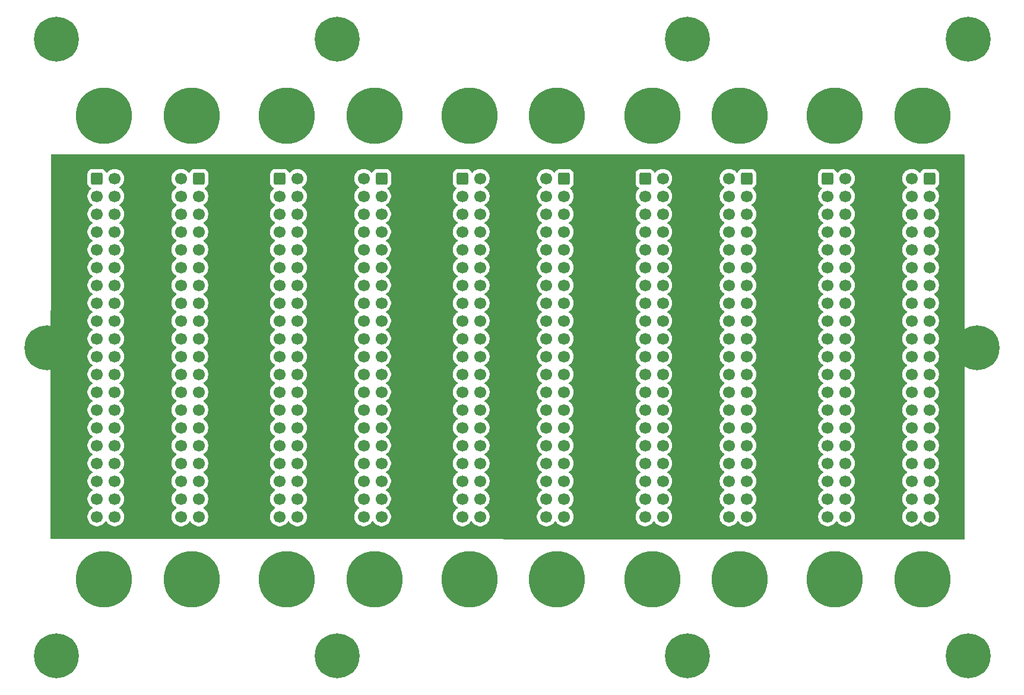
<source format=gbr>
%TF.GenerationSoftware,KiCad,Pcbnew,9.99.0-unknown-b0b07bbc41~182~ubuntu22.04.1*%
%TF.CreationDate,2025-08-08T10:17:53+02:00*%
%TF.ProjectId,CP70_front_flatcable,43503730-5f66-4726-9f6e-745f666c6174,rev?*%
%TF.SameCoordinates,Original*%
%TF.FileFunction,Copper,L1,Top*%
%TF.FilePolarity,Positive*%
%FSLAX46Y46*%
G04 Gerber Fmt 4.6, Leading zero omitted, Abs format (unit mm)*
G04 Created by KiCad (PCBNEW 9.99.0-unknown-b0b07bbc41~182~ubuntu22.04.1) date 2025-08-08 10:17:53*
%MOMM*%
%LPD*%
G01*
G04 APERTURE LIST*
G04 Aperture macros list*
%AMRoundRect*
0 Rectangle with rounded corners*
0 $1 Rounding radius*
0 $2 $3 $4 $5 $6 $7 $8 $9 X,Y pos of 4 corners*
0 Add a 4 corners polygon primitive as box body*
4,1,4,$2,$3,$4,$5,$6,$7,$8,$9,$2,$3,0*
0 Add four circle primitives for the rounded corners*
1,1,$1+$1,$2,$3*
1,1,$1+$1,$4,$5*
1,1,$1+$1,$6,$7*
1,1,$1+$1,$8,$9*
0 Add four rect primitives between the rounded corners*
20,1,$1+$1,$2,$3,$4,$5,0*
20,1,$1+$1,$4,$5,$6,$7,0*
20,1,$1+$1,$6,$7,$8,$9,0*
20,1,$1+$1,$8,$9,$2,$3,0*%
G04 Aperture macros list end*
%TA.AperFunction,ComponentPad*%
%ADD10C,0.800000*%
%TD*%
%TA.AperFunction,ComponentPad*%
%ADD11C,6.400000*%
%TD*%
%TA.AperFunction,ComponentPad*%
%ADD12RoundRect,0.250000X-0.600000X-0.600000X0.600000X-0.600000X0.600000X0.600000X-0.600000X0.600000X0*%
%TD*%
%TA.AperFunction,ComponentPad*%
%ADD13C,1.700000*%
%TD*%
%TA.AperFunction,ComponentPad*%
%ADD14C,8.000000*%
%TD*%
%TA.AperFunction,ComponentPad*%
%ADD15RoundRect,0.250000X0.600000X0.600000X-0.600000X0.600000X-0.600000X-0.600000X0.600000X-0.600000X0*%
%TD*%
%TA.AperFunction,ViaPad*%
%ADD16C,0.800000*%
%TD*%
G04 APERTURE END LIST*
D10*
%TO.P,H106,1,1*%
%TO.N,GNDA*%
X74700000Y-92600000D03*
X75402944Y-90902944D03*
X75402944Y-94297056D03*
X77100000Y-90200000D03*
D11*
X77100000Y-92600000D03*
D10*
X77100000Y-95000000D03*
X78797056Y-90902944D03*
X78797056Y-94297056D03*
X79500000Y-92600000D03*
%TD*%
%TO.P,H105,1,1*%
%TO.N,GNDA*%
X207400000Y-92600000D03*
X208102944Y-90902944D03*
X208102944Y-94297056D03*
X209800000Y-90200000D03*
D11*
X209800000Y-92600000D03*
D10*
X209800000Y-95000000D03*
X211497056Y-90902944D03*
X211497056Y-94297056D03*
X212200000Y-92600000D03*
%TD*%
%TO.P,H104,1,1*%
%TO.N,unconnected-(H104-Pad1)_2*%
X166100000Y-48600000D03*
%TO.N,unconnected-(H104-Pad1)*%
X166802944Y-46902944D03*
%TO.N,unconnected-(H104-Pad1)_3*%
X166802944Y-50297056D03*
%TO.N,unconnected-(H104-Pad1)_6*%
X168500000Y-46200000D03*
D11*
%TO.N,unconnected-(H104-Pad1)_5*%
X168500000Y-48600000D03*
D10*
%TO.N,unconnected-(H104-Pad1)_4*%
X168500000Y-51000000D03*
%TO.N,unconnected-(H104-Pad1)_1*%
X170197056Y-46902944D03*
%TO.N,unconnected-(H104-Pad1)_8*%
X170197056Y-50297056D03*
%TO.N,unconnected-(H104-Pad1)_7*%
X170900000Y-48600000D03*
%TD*%
%TO.P,H103,1,1*%
%TO.N,unconnected-(H103-Pad1)_8*%
X116100000Y-48600000D03*
%TO.N,unconnected-(H103-Pad1)_5*%
X116802944Y-46902944D03*
%TO.N,unconnected-(H103-Pad1)_2*%
X116802944Y-50297056D03*
%TO.N,unconnected-(H103-Pad1)_1*%
X118500000Y-46200000D03*
D11*
%TO.N,unconnected-(H103-Pad1)*%
X118500000Y-48600000D03*
D10*
%TO.N,unconnected-(H103-Pad1)_3*%
X118500000Y-51000000D03*
%TO.N,unconnected-(H103-Pad1)_7*%
X120197056Y-46902944D03*
%TO.N,unconnected-(H103-Pad1)_4*%
X120197056Y-50297056D03*
%TO.N,unconnected-(H103-Pad1)_6*%
X120900000Y-48600000D03*
%TD*%
%TO.P,H102,1,1*%
%TO.N,unconnected-(H102-Pad1)_5*%
X166100000Y-136600000D03*
%TO.N,unconnected-(H102-Pad1)_4*%
X166802944Y-134902944D03*
%TO.N,unconnected-(H102-Pad1)_8*%
X166802944Y-138297056D03*
%TO.N,unconnected-(H102-Pad1)*%
X168500000Y-134200000D03*
D11*
%TO.N,unconnected-(H102-Pad1)_3*%
X168500000Y-136600000D03*
D10*
%TO.N,unconnected-(H102-Pad1)_1*%
X168500000Y-139000000D03*
%TO.N,unconnected-(H102-Pad1)_2*%
X170197056Y-134902944D03*
%TO.N,unconnected-(H102-Pad1)_6*%
X170197056Y-138297056D03*
%TO.N,unconnected-(H102-Pad1)_7*%
X170900000Y-136600000D03*
%TD*%
%TO.P,H101,1,1*%
%TO.N,unconnected-(H101-Pad1)_4*%
X116100000Y-136600000D03*
%TO.N,unconnected-(H101-Pad1)_6*%
X116802944Y-134902944D03*
%TO.N,unconnected-(H101-Pad1)*%
X116802944Y-138297056D03*
%TO.N,unconnected-(H101-Pad1)_3*%
X118500000Y-134200000D03*
D11*
%TO.N,unconnected-(H101-Pad1)_8*%
X118500000Y-136600000D03*
D10*
%TO.N,unconnected-(H101-Pad1)_5*%
X118500000Y-139000000D03*
%TO.N,unconnected-(H101-Pad1)_1*%
X120197056Y-134902944D03*
%TO.N,unconnected-(H101-Pad1)_7*%
X120197056Y-138297056D03*
%TO.N,unconnected-(H101-Pad1)_2*%
X120900000Y-136600000D03*
%TD*%
%TO.P,H204,1,1*%
%TO.N,unconnected-(H204-Pad1)_8*%
X76100000Y-136600000D03*
%TO.N,unconnected-(H204-Pad1)_4*%
X76802944Y-134902944D03*
%TO.N,unconnected-(H204-Pad1)_5*%
X76802944Y-138297056D03*
%TO.N,unconnected-(H204-Pad1)_6*%
X78500000Y-134200000D03*
D11*
%TO.N,unconnected-(H204-Pad1)*%
X78500000Y-136600000D03*
D10*
%TO.N,unconnected-(H204-Pad1)_1*%
X78500000Y-139000000D03*
%TO.N,unconnected-(H204-Pad1)_7*%
X80197056Y-134902944D03*
%TO.N,unconnected-(H204-Pad1)_2*%
X80197056Y-138297056D03*
%TO.N,unconnected-(H204-Pad1)_3*%
X80900000Y-136600000D03*
%TD*%
%TO.P,H203,1,1*%
%TO.N,unconnected-(H203-Pad1)_8*%
X76100000Y-48600000D03*
%TO.N,unconnected-(H203-Pad1)*%
X76802944Y-46902944D03*
%TO.N,unconnected-(H203-Pad1)_1*%
X76802944Y-50297056D03*
%TO.N,unconnected-(H203-Pad1)_4*%
X78500000Y-46200000D03*
D11*
%TO.N,unconnected-(H203-Pad1)_6*%
X78500000Y-48600000D03*
D10*
%TO.N,unconnected-(H203-Pad1)_3*%
X78500000Y-51000000D03*
%TO.N,unconnected-(H203-Pad1)_2*%
X80197056Y-46902944D03*
%TO.N,unconnected-(H203-Pad1)_7*%
X80197056Y-50297056D03*
%TO.N,unconnected-(H203-Pad1)_5*%
X80900000Y-48600000D03*
%TD*%
%TO.P,H202,1,1*%
%TO.N,unconnected-(H202-Pad1)_1*%
X206100000Y-136600000D03*
%TO.N,unconnected-(H202-Pad1)_2*%
X206802944Y-134902944D03*
%TO.N,unconnected-(H202-Pad1)*%
X206802944Y-138297056D03*
%TO.N,unconnected-(H202-Pad1)_5*%
X208500000Y-134200000D03*
D11*
%TO.N,unconnected-(H202-Pad1)_8*%
X208500000Y-136600000D03*
D10*
%TO.N,unconnected-(H202-Pad1)_4*%
X208500000Y-139000000D03*
%TO.N,unconnected-(H202-Pad1)_6*%
X210197056Y-134902944D03*
%TO.N,unconnected-(H202-Pad1)_7*%
X210197056Y-138297056D03*
%TO.N,unconnected-(H202-Pad1)_3*%
X210900000Y-136600000D03*
%TD*%
%TO.P,H201,1,1*%
%TO.N,unconnected-(H201-Pad1)_3*%
X206100000Y-48600000D03*
%TO.N,unconnected-(H201-Pad1)_5*%
X206802944Y-46902944D03*
%TO.N,unconnected-(H201-Pad1)_6*%
X206802944Y-50297056D03*
%TO.N,unconnected-(H201-Pad1)_7*%
X208500000Y-46200000D03*
D11*
%TO.N,unconnected-(H201-Pad1)_8*%
X208500000Y-48600000D03*
D10*
%TO.N,unconnected-(H201-Pad1)_2*%
X208500000Y-51000000D03*
%TO.N,unconnected-(H201-Pad1)_4*%
X210197056Y-46902944D03*
%TO.N,unconnected-(H201-Pad1)*%
X210197056Y-50297056D03*
%TO.N,unconnected-(H201-Pad1)_1*%
X210900000Y-48600000D03*
%TD*%
D12*
%TO.P,J101,1,Pin_1*%
%TO.N,G1-01*%
X84247500Y-68470000D03*
D13*
%TO.P,J101,2,Pin_2*%
%TO.N,G1-21*%
X86787500Y-68470000D03*
%TO.P,J101,3,Pin_3*%
%TO.N,G1-02*%
X84247500Y-71010000D03*
%TO.P,J101,4,Pin_4*%
%TO.N,G1-22*%
X86787500Y-71010000D03*
%TO.P,J101,5,Pin_5*%
%TO.N,G1-03*%
X84247500Y-73550000D03*
%TO.P,J101,6,Pin_6*%
%TO.N,G1-23*%
X86787500Y-73550000D03*
%TO.P,J101,7,Pin_7*%
%TO.N,G1-04*%
X84247500Y-76090000D03*
%TO.P,J101,8,Pin_8*%
%TO.N,G1-24*%
X86787500Y-76090000D03*
%TO.P,J101,9,Pin_9*%
%TO.N,G1-05*%
X84247500Y-78630000D03*
%TO.P,J101,10,Pin_10*%
%TO.N,G1-25*%
X86787500Y-78630000D03*
%TO.P,J101,11,Pin_11*%
%TO.N,G1-06*%
X84247500Y-81170000D03*
%TO.P,J101,12,Pin_12*%
%TO.N,G1-26*%
X86787500Y-81170000D03*
%TO.P,J101,13,Pin_13*%
%TO.N,G1-07*%
X84247500Y-83710000D03*
%TO.P,J101,14,Pin_14*%
%TO.N,G1-27*%
X86787500Y-83710000D03*
%TO.P,J101,15,Pin_15*%
%TO.N,G1-08*%
X84247500Y-86250000D03*
%TO.P,J101,16,Pin_16*%
%TO.N,G1-28*%
X86787500Y-86250000D03*
%TO.P,J101,17,Pin_17*%
%TO.N,G1-09*%
X84247500Y-88790000D03*
%TO.P,J101,18,Pin_18*%
%TO.N,G1-29*%
X86787500Y-88790000D03*
%TO.P,J101,19,Pin_19*%
%TO.N,G1-10*%
X84247500Y-91330000D03*
%TO.P,J101,20,Pin_20*%
%TO.N,G1-30*%
X86787500Y-91330000D03*
%TO.P,J101,21,Pin_21*%
%TO.N,G1-11*%
X84247500Y-93870000D03*
%TO.P,J101,22,Pin_22*%
%TO.N,G1-31*%
X86787500Y-93870000D03*
%TO.P,J101,23,Pin_23*%
%TO.N,G1-12*%
X84247500Y-96410000D03*
%TO.P,J101,24,Pin_24*%
%TO.N,G1-32*%
X86787500Y-96410000D03*
%TO.P,J101,25,Pin_25*%
%TO.N,G1-13*%
X84247500Y-98950000D03*
%TO.P,J101,26,Pin_26*%
%TO.N,G1-33*%
X86787500Y-98950000D03*
%TO.P,J101,27,Pin_27*%
%TO.N,G1-14*%
X84247500Y-101490000D03*
%TO.P,J101,28,Pin_28*%
%TO.N,G1-34*%
X86787500Y-101490000D03*
%TO.P,J101,29,Pin_29*%
%TO.N,G1-15*%
X84247500Y-104030000D03*
%TO.P,J101,30,Pin_30*%
%TO.N,G1-35*%
X86787500Y-104030000D03*
%TO.P,J101,31,Pin_31*%
%TO.N,G1-16*%
X84247500Y-106570000D03*
%TO.P,J101,32,Pin_32*%
%TO.N,G1-36*%
X86787500Y-106570000D03*
%TO.P,J101,33,Pin_33*%
%TO.N,G1-17*%
X84247500Y-109110000D03*
%TO.P,J101,34,Pin_34*%
%TO.N,G1-37*%
X86787500Y-109110000D03*
%TO.P,J101,35,Pin_35*%
%TO.N,G1-18*%
X84247500Y-111650000D03*
%TO.P,J101,36,Pin_36*%
%TO.N,G1-38*%
X86787500Y-111650000D03*
%TO.P,J101,37,Pin_37*%
%TO.N,G1-19*%
X84247500Y-114190000D03*
%TO.P,J101,38,Pin_38*%
%TO.N,G1-39*%
X86787500Y-114190000D03*
%TO.P,J101,39,Pin_39*%
%TO.N,G1-20*%
X84247500Y-116730000D03*
%TO.P,J101,40,Pin_40*%
%TO.N,G1-40*%
X86787500Y-116730000D03*
D14*
%TO.P,J101,MP*%
%TO.N,N/C*%
X85267500Y-59530000D03*
X85267500Y-125670000D03*
%TD*%
D12*
%TO.P,J102,1,Pin_1*%
%TO.N,G2-01*%
X110302500Y-68470000D03*
D13*
%TO.P,J102,2,Pin_2*%
%TO.N,G2-21*%
X112842500Y-68470000D03*
%TO.P,J102,3,Pin_3*%
%TO.N,G2-02*%
X110302500Y-71010000D03*
%TO.P,J102,4,Pin_4*%
%TO.N,G2-22*%
X112842500Y-71010000D03*
%TO.P,J102,5,Pin_5*%
%TO.N,G2-03*%
X110302500Y-73550000D03*
%TO.P,J102,6,Pin_6*%
%TO.N,G2-23*%
X112842500Y-73550000D03*
%TO.P,J102,7,Pin_7*%
%TO.N,G2-04*%
X110302500Y-76090000D03*
%TO.P,J102,8,Pin_8*%
%TO.N,G2-24*%
X112842500Y-76090000D03*
%TO.P,J102,9,Pin_9*%
%TO.N,G2-05*%
X110302500Y-78630000D03*
%TO.P,J102,10,Pin_10*%
%TO.N,G2-25*%
X112842500Y-78630000D03*
%TO.P,J102,11,Pin_11*%
%TO.N,G2-06*%
X110302500Y-81170000D03*
%TO.P,J102,12,Pin_12*%
%TO.N,G2-26*%
X112842500Y-81170000D03*
%TO.P,J102,13,Pin_13*%
%TO.N,G2-07*%
X110302500Y-83710000D03*
%TO.P,J102,14,Pin_14*%
%TO.N,G2-27*%
X112842500Y-83710000D03*
%TO.P,J102,15,Pin_15*%
%TO.N,G2-08*%
X110302500Y-86250000D03*
%TO.P,J102,16,Pin_16*%
%TO.N,G2-28*%
X112842500Y-86250000D03*
%TO.P,J102,17,Pin_17*%
%TO.N,G2-09*%
X110302500Y-88790000D03*
%TO.P,J102,18,Pin_18*%
%TO.N,G2-29*%
X112842500Y-88790000D03*
%TO.P,J102,19,Pin_19*%
%TO.N,G2-10*%
X110302500Y-91330000D03*
%TO.P,J102,20,Pin_20*%
%TO.N,G2-30*%
X112842500Y-91330000D03*
%TO.P,J102,21,Pin_21*%
%TO.N,G2-11*%
X110302500Y-93870000D03*
%TO.P,J102,22,Pin_22*%
%TO.N,G2-31*%
X112842500Y-93870000D03*
%TO.P,J102,23,Pin_23*%
%TO.N,G2-12*%
X110302500Y-96410000D03*
%TO.P,J102,24,Pin_24*%
%TO.N,G2-32*%
X112842500Y-96410000D03*
%TO.P,J102,25,Pin_25*%
%TO.N,G2-13*%
X110302500Y-98950000D03*
%TO.P,J102,26,Pin_26*%
%TO.N,G2-33*%
X112842500Y-98950000D03*
%TO.P,J102,27,Pin_27*%
%TO.N,G2-14*%
X110302500Y-101490000D03*
%TO.P,J102,28,Pin_28*%
%TO.N,G2-34*%
X112842500Y-101490000D03*
%TO.P,J102,29,Pin_29*%
%TO.N,G2-15*%
X110302500Y-104030000D03*
%TO.P,J102,30,Pin_30*%
%TO.N,G2-35*%
X112842500Y-104030000D03*
%TO.P,J102,31,Pin_31*%
%TO.N,G2-16*%
X110302500Y-106570000D03*
%TO.P,J102,32,Pin_32*%
%TO.N,G2-36*%
X112842500Y-106570000D03*
%TO.P,J102,33,Pin_33*%
%TO.N,G2-17*%
X110302500Y-109110000D03*
%TO.P,J102,34,Pin_34*%
%TO.N,G2-37*%
X112842500Y-109110000D03*
%TO.P,J102,35,Pin_35*%
%TO.N,G2-18*%
X110302500Y-111650000D03*
%TO.P,J102,36,Pin_36*%
%TO.N,G2-38*%
X112842500Y-111650000D03*
%TO.P,J102,37,Pin_37*%
%TO.N,G2-19*%
X110302500Y-114190000D03*
%TO.P,J102,38,Pin_38*%
%TO.N,G2-39*%
X112842500Y-114190000D03*
%TO.P,J102,39,Pin_39*%
%TO.N,G2-20*%
X110302500Y-116730000D03*
%TO.P,J102,40,Pin_40*%
%TO.N,G2-40*%
X112842500Y-116730000D03*
D14*
%TO.P,J102,MP*%
%TO.N,N/C*%
X111322500Y-59530000D03*
X111322500Y-125670000D03*
%TD*%
D12*
%TO.P,J108,1,Pin_1*%
%TO.N,G5-01*%
X188467500Y-68470000D03*
D13*
%TO.P,J108,2,Pin_2*%
%TO.N,G5-21*%
X191007500Y-68470000D03*
%TO.P,J108,3,Pin_3*%
%TO.N,G5-02*%
X188467500Y-71010000D03*
%TO.P,J108,4,Pin_4*%
%TO.N,G5-22*%
X191007500Y-71010000D03*
%TO.P,J108,5,Pin_5*%
%TO.N,G5-03*%
X188467500Y-73550000D03*
%TO.P,J108,6,Pin_6*%
%TO.N,G5-23*%
X191007500Y-73550000D03*
%TO.P,J108,7,Pin_7*%
%TO.N,G5-04*%
X188467500Y-76090000D03*
%TO.P,J108,8,Pin_8*%
%TO.N,G5-24*%
X191007500Y-76090000D03*
%TO.P,J108,9,Pin_9*%
%TO.N,G5-05*%
X188467500Y-78630000D03*
%TO.P,J108,10,Pin_10*%
%TO.N,G5-25*%
X191007500Y-78630000D03*
%TO.P,J108,11,Pin_11*%
%TO.N,G5-06*%
X188467500Y-81170000D03*
%TO.P,J108,12,Pin_12*%
%TO.N,G5-26*%
X191007500Y-81170000D03*
%TO.P,J108,13,Pin_13*%
%TO.N,G5-07*%
X188467500Y-83710000D03*
%TO.P,J108,14,Pin_14*%
%TO.N,G5-27*%
X191007500Y-83710000D03*
%TO.P,J108,15,Pin_15*%
%TO.N,G5-08*%
X188467500Y-86250000D03*
%TO.P,J108,16,Pin_16*%
%TO.N,G5-28*%
X191007500Y-86250000D03*
%TO.P,J108,17,Pin_17*%
%TO.N,G5-09*%
X188467500Y-88790000D03*
%TO.P,J108,18,Pin_18*%
%TO.N,G5-29*%
X191007500Y-88790000D03*
%TO.P,J108,19,Pin_19*%
%TO.N,G5-10*%
X188467500Y-91330000D03*
%TO.P,J108,20,Pin_20*%
%TO.N,G5-30*%
X191007500Y-91330000D03*
%TO.P,J108,21,Pin_21*%
%TO.N,G5-11*%
X188467500Y-93870000D03*
%TO.P,J108,22,Pin_22*%
%TO.N,G5-31*%
X191007500Y-93870000D03*
%TO.P,J108,23,Pin_23*%
%TO.N,G5-12*%
X188467500Y-96410000D03*
%TO.P,J108,24,Pin_24*%
%TO.N,G5-32*%
X191007500Y-96410000D03*
%TO.P,J108,25,Pin_25*%
%TO.N,G5-13*%
X188467500Y-98950000D03*
%TO.P,J108,26,Pin_26*%
%TO.N,G5-33*%
X191007500Y-98950000D03*
%TO.P,J108,27,Pin_27*%
%TO.N,G5-14*%
X188467500Y-101490000D03*
%TO.P,J108,28,Pin_28*%
%TO.N,G5-34*%
X191007500Y-101490000D03*
%TO.P,J108,29,Pin_29*%
%TO.N,G5-15*%
X188467500Y-104030000D03*
%TO.P,J108,30,Pin_30*%
%TO.N,G5-35*%
X191007500Y-104030000D03*
%TO.P,J108,31,Pin_31*%
%TO.N,G5-16*%
X188467500Y-106570000D03*
%TO.P,J108,32,Pin_32*%
%TO.N,G5-36*%
X191007500Y-106570000D03*
%TO.P,J108,33,Pin_33*%
%TO.N,G5-17*%
X188467500Y-109110000D03*
%TO.P,J108,34,Pin_34*%
%TO.N,G5-37*%
X191007500Y-109110000D03*
%TO.P,J108,35,Pin_35*%
%TO.N,G5-18*%
X188467500Y-111650000D03*
%TO.P,J108,36,Pin_36*%
%TO.N,G5-38*%
X191007500Y-111650000D03*
%TO.P,J108,37,Pin_37*%
%TO.N,G5-19*%
X188467500Y-114190000D03*
%TO.P,J108,38,Pin_38*%
%TO.N,G5-39*%
X191007500Y-114190000D03*
%TO.P,J108,39,Pin_39*%
%TO.N,G5-20*%
X188467500Y-116730000D03*
%TO.P,J108,40,Pin_40*%
%TO.N,G5-40*%
X191007500Y-116730000D03*
D14*
%TO.P,J108,MP*%
%TO.N,N/C*%
X189487500Y-59530000D03*
X189487500Y-125670000D03*
%TD*%
D12*
%TO.P,J106,1,Pin_1*%
%TO.N,G4-01*%
X162412500Y-68470000D03*
D13*
%TO.P,J106,2,Pin_2*%
%TO.N,G4-21*%
X164952500Y-68470000D03*
%TO.P,J106,3,Pin_3*%
%TO.N,G4-02*%
X162412500Y-71010000D03*
%TO.P,J106,4,Pin_4*%
%TO.N,G4-22*%
X164952500Y-71010000D03*
%TO.P,J106,5,Pin_5*%
%TO.N,G4-03*%
X162412500Y-73550000D03*
%TO.P,J106,6,Pin_6*%
%TO.N,G4-23*%
X164952500Y-73550000D03*
%TO.P,J106,7,Pin_7*%
%TO.N,G4-04*%
X162412500Y-76090000D03*
%TO.P,J106,8,Pin_8*%
%TO.N,G4-24*%
X164952500Y-76090000D03*
%TO.P,J106,9,Pin_9*%
%TO.N,G4-05*%
X162412500Y-78630000D03*
%TO.P,J106,10,Pin_10*%
%TO.N,G4-25*%
X164952500Y-78630000D03*
%TO.P,J106,11,Pin_11*%
%TO.N,G4-06*%
X162412500Y-81170000D03*
%TO.P,J106,12,Pin_12*%
%TO.N,G4-26*%
X164952500Y-81170000D03*
%TO.P,J106,13,Pin_13*%
%TO.N,G4-07*%
X162412500Y-83710000D03*
%TO.P,J106,14,Pin_14*%
%TO.N,G4-27*%
X164952500Y-83710000D03*
%TO.P,J106,15,Pin_15*%
%TO.N,G4-08*%
X162412500Y-86250000D03*
%TO.P,J106,16,Pin_16*%
%TO.N,G4-28*%
X164952500Y-86250000D03*
%TO.P,J106,17,Pin_17*%
%TO.N,G4-09*%
X162412500Y-88790000D03*
%TO.P,J106,18,Pin_18*%
%TO.N,G4-29*%
X164952500Y-88790000D03*
%TO.P,J106,19,Pin_19*%
%TO.N,G4-10*%
X162412500Y-91330000D03*
%TO.P,J106,20,Pin_20*%
%TO.N,G4-30*%
X164952500Y-91330000D03*
%TO.P,J106,21,Pin_21*%
%TO.N,G4-11*%
X162412500Y-93870000D03*
%TO.P,J106,22,Pin_22*%
%TO.N,G4-31*%
X164952500Y-93870000D03*
%TO.P,J106,23,Pin_23*%
%TO.N,G4-12*%
X162412500Y-96410000D03*
%TO.P,J106,24,Pin_24*%
%TO.N,G4-32*%
X164952500Y-96410000D03*
%TO.P,J106,25,Pin_25*%
%TO.N,G4-13*%
X162412500Y-98950000D03*
%TO.P,J106,26,Pin_26*%
%TO.N,G4-33*%
X164952500Y-98950000D03*
%TO.P,J106,27,Pin_27*%
%TO.N,G4-14*%
X162412500Y-101490000D03*
%TO.P,J106,28,Pin_28*%
%TO.N,G4-34*%
X164952500Y-101490000D03*
%TO.P,J106,29,Pin_29*%
%TO.N,G4-15*%
X162412500Y-104030000D03*
%TO.P,J106,30,Pin_30*%
%TO.N,G4-35*%
X164952500Y-104030000D03*
%TO.P,J106,31,Pin_31*%
%TO.N,G4-16*%
X162412500Y-106570000D03*
%TO.P,J106,32,Pin_32*%
%TO.N,G4-36*%
X164952500Y-106570000D03*
%TO.P,J106,33,Pin_33*%
%TO.N,G4-17*%
X162412500Y-109110000D03*
%TO.P,J106,34,Pin_34*%
%TO.N,G4-37*%
X164952500Y-109110000D03*
%TO.P,J106,35,Pin_35*%
%TO.N,G4-18*%
X162412500Y-111650000D03*
%TO.P,J106,36,Pin_36*%
%TO.N,G4-38*%
X164952500Y-111650000D03*
%TO.P,J106,37,Pin_37*%
%TO.N,G4-19*%
X162412500Y-114190000D03*
%TO.P,J106,38,Pin_38*%
%TO.N,G4-39*%
X164952500Y-114190000D03*
%TO.P,J106,39,Pin_39*%
%TO.N,G4-20*%
X162412500Y-116730000D03*
%TO.P,J106,40,Pin_40*%
%TO.N,G4-40*%
X164952500Y-116730000D03*
D14*
%TO.P,J106,MP*%
%TO.N,N/C*%
X163432500Y-59530000D03*
X163432500Y-125670000D03*
%TD*%
D12*
%TO.P,J104,1,Pin_1*%
%TO.N,G3-01*%
X136357500Y-68470000D03*
D13*
%TO.P,J104,2,Pin_2*%
%TO.N,G3-21*%
X138897500Y-68470000D03*
%TO.P,J104,3,Pin_3*%
%TO.N,G3-02*%
X136357500Y-71010000D03*
%TO.P,J104,4,Pin_4*%
%TO.N,G3-22*%
X138897500Y-71010000D03*
%TO.P,J104,5,Pin_5*%
%TO.N,G3-03*%
X136357500Y-73550000D03*
%TO.P,J104,6,Pin_6*%
%TO.N,G3-23*%
X138897500Y-73550000D03*
%TO.P,J104,7,Pin_7*%
%TO.N,G3-04*%
X136357500Y-76090000D03*
%TO.P,J104,8,Pin_8*%
%TO.N,G3-24*%
X138897500Y-76090000D03*
%TO.P,J104,9,Pin_9*%
%TO.N,G3-05*%
X136357500Y-78630000D03*
%TO.P,J104,10,Pin_10*%
%TO.N,G3-25*%
X138897500Y-78630000D03*
%TO.P,J104,11,Pin_11*%
%TO.N,G3-06*%
X136357500Y-81170000D03*
%TO.P,J104,12,Pin_12*%
%TO.N,G3-26*%
X138897500Y-81170000D03*
%TO.P,J104,13,Pin_13*%
%TO.N,G3-07*%
X136357500Y-83710000D03*
%TO.P,J104,14,Pin_14*%
%TO.N,G3-27*%
X138897500Y-83710000D03*
%TO.P,J104,15,Pin_15*%
%TO.N,G3-08*%
X136357500Y-86250000D03*
%TO.P,J104,16,Pin_16*%
%TO.N,G3-28*%
X138897500Y-86250000D03*
%TO.P,J104,17,Pin_17*%
%TO.N,G3-09*%
X136357500Y-88790000D03*
%TO.P,J104,18,Pin_18*%
%TO.N,G3-29*%
X138897500Y-88790000D03*
%TO.P,J104,19,Pin_19*%
%TO.N,G3-10*%
X136357500Y-91330000D03*
%TO.P,J104,20,Pin_20*%
%TO.N,G3-30*%
X138897500Y-91330000D03*
%TO.P,J104,21,Pin_21*%
%TO.N,G3-11*%
X136357500Y-93870000D03*
%TO.P,J104,22,Pin_22*%
%TO.N,G3-31*%
X138897500Y-93870000D03*
%TO.P,J104,23,Pin_23*%
%TO.N,G3-12*%
X136357500Y-96410000D03*
%TO.P,J104,24,Pin_24*%
%TO.N,G3-32*%
X138897500Y-96410000D03*
%TO.P,J104,25,Pin_25*%
%TO.N,G3-13*%
X136357500Y-98950000D03*
%TO.P,J104,26,Pin_26*%
%TO.N,G3-33*%
X138897500Y-98950000D03*
%TO.P,J104,27,Pin_27*%
%TO.N,G3-14*%
X136357500Y-101490000D03*
%TO.P,J104,28,Pin_28*%
%TO.N,G3-34*%
X138897500Y-101490000D03*
%TO.P,J104,29,Pin_29*%
%TO.N,G3-15*%
X136357500Y-104030000D03*
%TO.P,J104,30,Pin_30*%
%TO.N,G3-35*%
X138897500Y-104030000D03*
%TO.P,J104,31,Pin_31*%
%TO.N,G3-16*%
X136357500Y-106570000D03*
%TO.P,J104,32,Pin_32*%
%TO.N,G3-36*%
X138897500Y-106570000D03*
%TO.P,J104,33,Pin_33*%
%TO.N,G3-17*%
X136357500Y-109110000D03*
%TO.P,J104,34,Pin_34*%
%TO.N,G3-37*%
X138897500Y-109110000D03*
%TO.P,J104,35,Pin_35*%
%TO.N,G3-18*%
X136357500Y-111650000D03*
%TO.P,J104,36,Pin_36*%
%TO.N,G3-38*%
X138897500Y-111650000D03*
%TO.P,J104,37,Pin_37*%
%TO.N,G3-19*%
X136357500Y-114190000D03*
%TO.P,J104,38,Pin_38*%
%TO.N,G3-39*%
X138897500Y-114190000D03*
%TO.P,J104,39,Pin_39*%
%TO.N,G3-20*%
X136357500Y-116730000D03*
%TO.P,J104,40,Pin_40*%
%TO.N,G3-40*%
X138897500Y-116730000D03*
D14*
%TO.P,J104,MP*%
%TO.N,N/C*%
X137377500Y-59530000D03*
X137377500Y-125670000D03*
%TD*%
D15*
%TO.P,J107,1,Pin_1*%
%TO.N,G4-01*%
X176945000Y-68470000D03*
D13*
%TO.P,J107,2,Pin_2*%
%TO.N,G4-21*%
X174405000Y-68470000D03*
%TO.P,J107,3,Pin_3*%
%TO.N,G4-02*%
X176945000Y-71010000D03*
%TO.P,J107,4,Pin_4*%
%TO.N,G4-22*%
X174405000Y-71010000D03*
%TO.P,J107,5,Pin_5*%
%TO.N,G4-03*%
X176945000Y-73550000D03*
%TO.P,J107,6,Pin_6*%
%TO.N,G4-23*%
X174405000Y-73550000D03*
%TO.P,J107,7,Pin_7*%
%TO.N,G4-04*%
X176945000Y-76090000D03*
%TO.P,J107,8,Pin_8*%
%TO.N,G4-24*%
X174405000Y-76090000D03*
%TO.P,J107,9,Pin_9*%
%TO.N,G4-05*%
X176945000Y-78630000D03*
%TO.P,J107,10,Pin_10*%
%TO.N,G4-25*%
X174405000Y-78630000D03*
%TO.P,J107,11,Pin_11*%
%TO.N,G4-06*%
X176945000Y-81170000D03*
%TO.P,J107,12,Pin_12*%
%TO.N,G4-26*%
X174405000Y-81170000D03*
%TO.P,J107,13,Pin_13*%
%TO.N,G4-07*%
X176945000Y-83710000D03*
%TO.P,J107,14,Pin_14*%
%TO.N,G4-27*%
X174405000Y-83710000D03*
%TO.P,J107,15,Pin_15*%
%TO.N,G4-08*%
X176945000Y-86250000D03*
%TO.P,J107,16,Pin_16*%
%TO.N,G4-28*%
X174405000Y-86250000D03*
%TO.P,J107,17,Pin_17*%
%TO.N,G4-09*%
X176945000Y-88790000D03*
%TO.P,J107,18,Pin_18*%
%TO.N,G4-29*%
X174405000Y-88790000D03*
%TO.P,J107,19,Pin_19*%
%TO.N,G4-10*%
X176945000Y-91330000D03*
%TO.P,J107,20,Pin_20*%
%TO.N,G4-30*%
X174405000Y-91330000D03*
%TO.P,J107,21,Pin_21*%
%TO.N,G4-11*%
X176945000Y-93870000D03*
%TO.P,J107,22,Pin_22*%
%TO.N,G4-31*%
X174405000Y-93870000D03*
%TO.P,J107,23,Pin_23*%
%TO.N,G4-12*%
X176945000Y-96410000D03*
%TO.P,J107,24,Pin_24*%
%TO.N,G4-32*%
X174405000Y-96410000D03*
%TO.P,J107,25,Pin_25*%
%TO.N,G4-13*%
X176945000Y-98950000D03*
%TO.P,J107,26,Pin_26*%
%TO.N,G4-33*%
X174405000Y-98950000D03*
%TO.P,J107,27,Pin_27*%
%TO.N,G4-14*%
X176945000Y-101490000D03*
%TO.P,J107,28,Pin_28*%
%TO.N,G4-34*%
X174405000Y-101490000D03*
%TO.P,J107,29,Pin_29*%
%TO.N,G4-15*%
X176945000Y-104030000D03*
%TO.P,J107,30,Pin_30*%
%TO.N,G4-35*%
X174405000Y-104030000D03*
%TO.P,J107,31,Pin_31*%
%TO.N,G4-16*%
X176945000Y-106570000D03*
%TO.P,J107,32,Pin_32*%
%TO.N,G4-36*%
X174405000Y-106570000D03*
%TO.P,J107,33,Pin_33*%
%TO.N,G4-17*%
X176945000Y-109110000D03*
%TO.P,J107,34,Pin_34*%
%TO.N,G4-37*%
X174405000Y-109110000D03*
%TO.P,J107,35,Pin_35*%
%TO.N,G4-18*%
X176945000Y-111650000D03*
%TO.P,J107,36,Pin_36*%
%TO.N,G4-38*%
X174405000Y-111650000D03*
%TO.P,J107,37,Pin_37*%
%TO.N,G4-19*%
X176945000Y-114190000D03*
%TO.P,J107,38,Pin_38*%
%TO.N,G4-39*%
X174405000Y-114190000D03*
%TO.P,J107,39,Pin_39*%
%TO.N,G4-20*%
X176945000Y-116730000D03*
%TO.P,J107,40,Pin_40*%
%TO.N,G4-40*%
X174405000Y-116730000D03*
D14*
%TO.P,J107,MP*%
%TO.N,N/C*%
X175925000Y-125670000D03*
X175925000Y-59530000D03*
%TD*%
D15*
%TO.P,J109,1,Pin_1*%
%TO.N,G5-01*%
X203000000Y-68470000D03*
D13*
%TO.P,J109,2,Pin_2*%
%TO.N,G5-21*%
X200460000Y-68470000D03*
%TO.P,J109,3,Pin_3*%
%TO.N,G5-02*%
X203000000Y-71010000D03*
%TO.P,J109,4,Pin_4*%
%TO.N,G5-22*%
X200460000Y-71010000D03*
%TO.P,J109,5,Pin_5*%
%TO.N,G5-03*%
X203000000Y-73550000D03*
%TO.P,J109,6,Pin_6*%
%TO.N,G5-23*%
X200460000Y-73550000D03*
%TO.P,J109,7,Pin_7*%
%TO.N,G5-04*%
X203000000Y-76090000D03*
%TO.P,J109,8,Pin_8*%
%TO.N,G5-24*%
X200460000Y-76090000D03*
%TO.P,J109,9,Pin_9*%
%TO.N,G5-05*%
X203000000Y-78630000D03*
%TO.P,J109,10,Pin_10*%
%TO.N,G5-25*%
X200460000Y-78630000D03*
%TO.P,J109,11,Pin_11*%
%TO.N,G5-06*%
X203000000Y-81170000D03*
%TO.P,J109,12,Pin_12*%
%TO.N,G5-26*%
X200460000Y-81170000D03*
%TO.P,J109,13,Pin_13*%
%TO.N,G5-07*%
X203000000Y-83710000D03*
%TO.P,J109,14,Pin_14*%
%TO.N,G5-27*%
X200460000Y-83710000D03*
%TO.P,J109,15,Pin_15*%
%TO.N,G5-08*%
X203000000Y-86250000D03*
%TO.P,J109,16,Pin_16*%
%TO.N,G5-28*%
X200460000Y-86250000D03*
%TO.P,J109,17,Pin_17*%
%TO.N,G5-09*%
X203000000Y-88790000D03*
%TO.P,J109,18,Pin_18*%
%TO.N,G5-29*%
X200460000Y-88790000D03*
%TO.P,J109,19,Pin_19*%
%TO.N,G5-10*%
X203000000Y-91330000D03*
%TO.P,J109,20,Pin_20*%
%TO.N,G5-30*%
X200460000Y-91330000D03*
%TO.P,J109,21,Pin_21*%
%TO.N,G5-11*%
X203000000Y-93870000D03*
%TO.P,J109,22,Pin_22*%
%TO.N,G5-31*%
X200460000Y-93870000D03*
%TO.P,J109,23,Pin_23*%
%TO.N,G5-12*%
X203000000Y-96410000D03*
%TO.P,J109,24,Pin_24*%
%TO.N,G5-32*%
X200460000Y-96410000D03*
%TO.P,J109,25,Pin_25*%
%TO.N,G5-13*%
X203000000Y-98950000D03*
%TO.P,J109,26,Pin_26*%
%TO.N,G5-33*%
X200460000Y-98950000D03*
%TO.P,J109,27,Pin_27*%
%TO.N,G5-14*%
X203000000Y-101490000D03*
%TO.P,J109,28,Pin_28*%
%TO.N,G5-34*%
X200460000Y-101490000D03*
%TO.P,J109,29,Pin_29*%
%TO.N,G5-15*%
X203000000Y-104030000D03*
%TO.P,J109,30,Pin_30*%
%TO.N,G5-35*%
X200460000Y-104030000D03*
%TO.P,J109,31,Pin_31*%
%TO.N,G5-16*%
X203000000Y-106570000D03*
%TO.P,J109,32,Pin_32*%
%TO.N,G5-36*%
X200460000Y-106570000D03*
%TO.P,J109,33,Pin_33*%
%TO.N,G5-17*%
X203000000Y-109110000D03*
%TO.P,J109,34,Pin_34*%
%TO.N,G5-37*%
X200460000Y-109110000D03*
%TO.P,J109,35,Pin_35*%
%TO.N,G5-18*%
X203000000Y-111650000D03*
%TO.P,J109,36,Pin_36*%
%TO.N,G5-38*%
X200460000Y-111650000D03*
%TO.P,J109,37,Pin_37*%
%TO.N,G5-19*%
X203000000Y-114190000D03*
%TO.P,J109,38,Pin_38*%
%TO.N,G5-39*%
X200460000Y-114190000D03*
%TO.P,J109,39,Pin_39*%
%TO.N,G5-20*%
X203000000Y-116730000D03*
%TO.P,J109,40,Pin_40*%
%TO.N,G5-40*%
X200460000Y-116730000D03*
D14*
%TO.P,J109,MP*%
%TO.N,N/C*%
X201980000Y-125670000D03*
X201980000Y-59530000D03*
%TD*%
D15*
%TO.P,J202,1,Pin_1*%
%TO.N,G1-01*%
X98780000Y-68470000D03*
D13*
%TO.P,J202,2,Pin_2*%
%TO.N,G1-21*%
X96240000Y-68470000D03*
%TO.P,J202,3,Pin_3*%
%TO.N,G1-02*%
X98780000Y-71010000D03*
%TO.P,J202,4,Pin_4*%
%TO.N,G1-22*%
X96240000Y-71010000D03*
%TO.P,J202,5,Pin_5*%
%TO.N,G1-03*%
X98780000Y-73550000D03*
%TO.P,J202,6,Pin_6*%
%TO.N,G1-23*%
X96240000Y-73550000D03*
%TO.P,J202,7,Pin_7*%
%TO.N,G1-04*%
X98780000Y-76090000D03*
%TO.P,J202,8,Pin_8*%
%TO.N,G1-24*%
X96240000Y-76090000D03*
%TO.P,J202,9,Pin_9*%
%TO.N,G1-05*%
X98780000Y-78630000D03*
%TO.P,J202,10,Pin_10*%
%TO.N,G1-25*%
X96240000Y-78630000D03*
%TO.P,J202,11,Pin_11*%
%TO.N,G1-06*%
X98780000Y-81170000D03*
%TO.P,J202,12,Pin_12*%
%TO.N,G1-26*%
X96240000Y-81170000D03*
%TO.P,J202,13,Pin_13*%
%TO.N,G1-07*%
X98780000Y-83710000D03*
%TO.P,J202,14,Pin_14*%
%TO.N,G1-27*%
X96240000Y-83710000D03*
%TO.P,J202,15,Pin_15*%
%TO.N,G1-08*%
X98780000Y-86250000D03*
%TO.P,J202,16,Pin_16*%
%TO.N,G1-28*%
X96240000Y-86250000D03*
%TO.P,J202,17,Pin_17*%
%TO.N,G1-09*%
X98780000Y-88790000D03*
%TO.P,J202,18,Pin_18*%
%TO.N,G1-29*%
X96240000Y-88790000D03*
%TO.P,J202,19,Pin_19*%
%TO.N,G1-10*%
X98780000Y-91330000D03*
%TO.P,J202,20,Pin_20*%
%TO.N,G1-30*%
X96240000Y-91330000D03*
%TO.P,J202,21,Pin_21*%
%TO.N,G1-11*%
X98780000Y-93870000D03*
%TO.P,J202,22,Pin_22*%
%TO.N,G1-31*%
X96240000Y-93870000D03*
%TO.P,J202,23,Pin_23*%
%TO.N,G1-12*%
X98780000Y-96410000D03*
%TO.P,J202,24,Pin_24*%
%TO.N,G1-32*%
X96240000Y-96410000D03*
%TO.P,J202,25,Pin_25*%
%TO.N,G1-13*%
X98780000Y-98950000D03*
%TO.P,J202,26,Pin_26*%
%TO.N,G1-33*%
X96240000Y-98950000D03*
%TO.P,J202,27,Pin_27*%
%TO.N,G1-14*%
X98780000Y-101490000D03*
%TO.P,J202,28,Pin_28*%
%TO.N,G1-34*%
X96240000Y-101490000D03*
%TO.P,J202,29,Pin_29*%
%TO.N,G1-15*%
X98780000Y-104030000D03*
%TO.P,J202,30,Pin_30*%
%TO.N,G1-35*%
X96240000Y-104030000D03*
%TO.P,J202,31,Pin_31*%
%TO.N,G1-16*%
X98780000Y-106570000D03*
%TO.P,J202,32,Pin_32*%
%TO.N,G1-36*%
X96240000Y-106570000D03*
%TO.P,J202,33,Pin_33*%
%TO.N,G1-17*%
X98780000Y-109110000D03*
%TO.P,J202,34,Pin_34*%
%TO.N,G1-37*%
X96240000Y-109110000D03*
%TO.P,J202,35,Pin_35*%
%TO.N,G1-18*%
X98780000Y-111650000D03*
%TO.P,J202,36,Pin_36*%
%TO.N,G1-38*%
X96240000Y-111650000D03*
%TO.P,J202,37,Pin_37*%
%TO.N,G1-19*%
X98780000Y-114190000D03*
%TO.P,J202,38,Pin_38*%
%TO.N,G1-39*%
X96240000Y-114190000D03*
%TO.P,J202,39,Pin_39*%
%TO.N,G1-20*%
X98780000Y-116730000D03*
%TO.P,J202,40,Pin_40*%
%TO.N,G1-40*%
X96240000Y-116730000D03*
D14*
%TO.P,J202,MP*%
%TO.N,N/C*%
X97760000Y-125670000D03*
X97760000Y-59530000D03*
%TD*%
D15*
%TO.P,J105,1,Pin_1*%
%TO.N,G3-01*%
X150890000Y-68470000D03*
D13*
%TO.P,J105,2,Pin_2*%
%TO.N,G3-21*%
X148350000Y-68470000D03*
%TO.P,J105,3,Pin_3*%
%TO.N,G3-02*%
X150890000Y-71010000D03*
%TO.P,J105,4,Pin_4*%
%TO.N,G3-22*%
X148350000Y-71010000D03*
%TO.P,J105,5,Pin_5*%
%TO.N,G3-03*%
X150890000Y-73550000D03*
%TO.P,J105,6,Pin_6*%
%TO.N,G3-23*%
X148350000Y-73550000D03*
%TO.P,J105,7,Pin_7*%
%TO.N,G3-04*%
X150890000Y-76090000D03*
%TO.P,J105,8,Pin_8*%
%TO.N,G3-24*%
X148350000Y-76090000D03*
%TO.P,J105,9,Pin_9*%
%TO.N,G3-05*%
X150890000Y-78630000D03*
%TO.P,J105,10,Pin_10*%
%TO.N,G3-25*%
X148350000Y-78630000D03*
%TO.P,J105,11,Pin_11*%
%TO.N,G3-06*%
X150890000Y-81170000D03*
%TO.P,J105,12,Pin_12*%
%TO.N,G3-26*%
X148350000Y-81170000D03*
%TO.P,J105,13,Pin_13*%
%TO.N,G3-07*%
X150890000Y-83710000D03*
%TO.P,J105,14,Pin_14*%
%TO.N,G3-27*%
X148350000Y-83710000D03*
%TO.P,J105,15,Pin_15*%
%TO.N,G3-08*%
X150890000Y-86250000D03*
%TO.P,J105,16,Pin_16*%
%TO.N,G3-28*%
X148350000Y-86250000D03*
%TO.P,J105,17,Pin_17*%
%TO.N,G3-09*%
X150890000Y-88790000D03*
%TO.P,J105,18,Pin_18*%
%TO.N,G3-29*%
X148350000Y-88790000D03*
%TO.P,J105,19,Pin_19*%
%TO.N,G3-10*%
X150890000Y-91330000D03*
%TO.P,J105,20,Pin_20*%
%TO.N,G3-30*%
X148350000Y-91330000D03*
%TO.P,J105,21,Pin_21*%
%TO.N,G3-11*%
X150890000Y-93870000D03*
%TO.P,J105,22,Pin_22*%
%TO.N,G3-31*%
X148350000Y-93870000D03*
%TO.P,J105,23,Pin_23*%
%TO.N,G3-12*%
X150890000Y-96410000D03*
%TO.P,J105,24,Pin_24*%
%TO.N,G3-32*%
X148350000Y-96410000D03*
%TO.P,J105,25,Pin_25*%
%TO.N,G3-13*%
X150890000Y-98950000D03*
%TO.P,J105,26,Pin_26*%
%TO.N,G3-33*%
X148350000Y-98950000D03*
%TO.P,J105,27,Pin_27*%
%TO.N,G3-14*%
X150890000Y-101490000D03*
%TO.P,J105,28,Pin_28*%
%TO.N,G3-34*%
X148350000Y-101490000D03*
%TO.P,J105,29,Pin_29*%
%TO.N,G3-15*%
X150890000Y-104030000D03*
%TO.P,J105,30,Pin_30*%
%TO.N,G3-35*%
X148350000Y-104030000D03*
%TO.P,J105,31,Pin_31*%
%TO.N,G3-16*%
X150890000Y-106570000D03*
%TO.P,J105,32,Pin_32*%
%TO.N,G3-36*%
X148350000Y-106570000D03*
%TO.P,J105,33,Pin_33*%
%TO.N,G3-17*%
X150890000Y-109110000D03*
%TO.P,J105,34,Pin_34*%
%TO.N,G3-37*%
X148350000Y-109110000D03*
%TO.P,J105,35,Pin_35*%
%TO.N,G3-18*%
X150890000Y-111650000D03*
%TO.P,J105,36,Pin_36*%
%TO.N,G3-38*%
X148350000Y-111650000D03*
%TO.P,J105,37,Pin_37*%
%TO.N,G3-19*%
X150890000Y-114190000D03*
%TO.P,J105,38,Pin_38*%
%TO.N,G3-39*%
X148350000Y-114190000D03*
%TO.P,J105,39,Pin_39*%
%TO.N,G3-20*%
X150890000Y-116730000D03*
%TO.P,J105,40,Pin_40*%
%TO.N,G3-40*%
X148350000Y-116730000D03*
D14*
%TO.P,J105,MP*%
%TO.N,N/C*%
X149870000Y-125670000D03*
X149870000Y-59530000D03*
%TD*%
D15*
%TO.P,J103,1,Pin_1*%
%TO.N,G2-01*%
X124835000Y-68470000D03*
D13*
%TO.P,J103,2,Pin_2*%
%TO.N,G2-21*%
X122295000Y-68470000D03*
%TO.P,J103,3,Pin_3*%
%TO.N,G2-02*%
X124835000Y-71010000D03*
%TO.P,J103,4,Pin_4*%
%TO.N,G2-22*%
X122295000Y-71010000D03*
%TO.P,J103,5,Pin_5*%
%TO.N,G2-03*%
X124835000Y-73550000D03*
%TO.P,J103,6,Pin_6*%
%TO.N,G2-23*%
X122295000Y-73550000D03*
%TO.P,J103,7,Pin_7*%
%TO.N,G2-04*%
X124835000Y-76090000D03*
%TO.P,J103,8,Pin_8*%
%TO.N,G2-24*%
X122295000Y-76090000D03*
%TO.P,J103,9,Pin_9*%
%TO.N,G2-05*%
X124835000Y-78630000D03*
%TO.P,J103,10,Pin_10*%
%TO.N,G2-25*%
X122295000Y-78630000D03*
%TO.P,J103,11,Pin_11*%
%TO.N,G2-06*%
X124835000Y-81170000D03*
%TO.P,J103,12,Pin_12*%
%TO.N,G2-26*%
X122295000Y-81170000D03*
%TO.P,J103,13,Pin_13*%
%TO.N,G2-07*%
X124835000Y-83710000D03*
%TO.P,J103,14,Pin_14*%
%TO.N,G2-27*%
X122295000Y-83710000D03*
%TO.P,J103,15,Pin_15*%
%TO.N,G2-08*%
X124835000Y-86250000D03*
%TO.P,J103,16,Pin_16*%
%TO.N,G2-28*%
X122295000Y-86250000D03*
%TO.P,J103,17,Pin_17*%
%TO.N,G2-09*%
X124835000Y-88790000D03*
%TO.P,J103,18,Pin_18*%
%TO.N,G2-29*%
X122295000Y-88790000D03*
%TO.P,J103,19,Pin_19*%
%TO.N,G2-10*%
X124835000Y-91330000D03*
%TO.P,J103,20,Pin_20*%
%TO.N,G2-30*%
X122295000Y-91330000D03*
%TO.P,J103,21,Pin_21*%
%TO.N,G2-11*%
X124835000Y-93870000D03*
%TO.P,J103,22,Pin_22*%
%TO.N,G2-31*%
X122295000Y-93870000D03*
%TO.P,J103,23,Pin_23*%
%TO.N,G2-12*%
X124835000Y-96410000D03*
%TO.P,J103,24,Pin_24*%
%TO.N,G2-32*%
X122295000Y-96410000D03*
%TO.P,J103,25,Pin_25*%
%TO.N,G2-13*%
X124835000Y-98950000D03*
%TO.P,J103,26,Pin_26*%
%TO.N,G2-33*%
X122295000Y-98950000D03*
%TO.P,J103,27,Pin_27*%
%TO.N,G2-14*%
X124835000Y-101490000D03*
%TO.P,J103,28,Pin_28*%
%TO.N,G2-34*%
X122295000Y-101490000D03*
%TO.P,J103,29,Pin_29*%
%TO.N,G2-15*%
X124835000Y-104030000D03*
%TO.P,J103,30,Pin_30*%
%TO.N,G2-35*%
X122295000Y-104030000D03*
%TO.P,J103,31,Pin_31*%
%TO.N,G2-16*%
X124835000Y-106570000D03*
%TO.P,J103,32,Pin_32*%
%TO.N,G2-36*%
X122295000Y-106570000D03*
%TO.P,J103,33,Pin_33*%
%TO.N,G2-17*%
X124835000Y-109110000D03*
%TO.P,J103,34,Pin_34*%
%TO.N,G2-37*%
X122295000Y-109110000D03*
%TO.P,J103,35,Pin_35*%
%TO.N,G2-18*%
X124835000Y-111650000D03*
%TO.P,J103,36,Pin_36*%
%TO.N,G2-38*%
X122295000Y-111650000D03*
%TO.P,J103,37,Pin_37*%
%TO.N,G2-19*%
X124835000Y-114190000D03*
%TO.P,J103,38,Pin_38*%
%TO.N,G2-39*%
X122295000Y-114190000D03*
%TO.P,J103,39,Pin_39*%
%TO.N,G2-20*%
X124835000Y-116730000D03*
%TO.P,J103,40,Pin_40*%
%TO.N,G2-40*%
X122295000Y-116730000D03*
D14*
%TO.P,J103,MP*%
%TO.N,N/C*%
X123815000Y-125670000D03*
X123815000Y-59530000D03*
%TD*%
D16*
%TO.N,GNDA*%
X82042000Y-71805800D03*
X82042000Y-114338100D03*
X82042000Y-96824800D03*
X82042000Y-104330500D03*
X82042000Y-66802000D03*
X82042000Y-81813400D03*
X82042000Y-86817200D03*
X82042000Y-84315300D03*
X82042000Y-109334300D03*
X82042000Y-116840000D03*
X82042000Y-91821000D03*
X82042000Y-111836200D03*
X82042000Y-101828600D03*
X82042000Y-76809600D03*
X82042000Y-89319100D03*
X82042000Y-69303900D03*
X82042000Y-94322900D03*
X82042000Y-106832400D03*
X82042000Y-74307700D03*
X82042000Y-99326700D03*
X82042000Y-79311500D03*
X107188000Y-78079600D03*
X107188000Y-93091000D03*
X107188000Y-75577700D03*
X107188000Y-88087200D03*
X107188000Y-115608100D03*
X107188000Y-100596700D03*
X107188000Y-113106200D03*
X107188000Y-70573900D03*
X107188000Y-118110000D03*
X107188000Y-85585300D03*
X107188000Y-103098600D03*
X107188000Y-73075800D03*
X107188000Y-98094800D03*
X107188000Y-83083400D03*
X107188000Y-80581500D03*
X107188000Y-108102400D03*
X107188000Y-90589100D03*
X107188000Y-68072000D03*
X107188000Y-105600500D03*
X107188000Y-110604300D03*
X107188000Y-95592900D03*
X101854000Y-110604300D03*
X101854000Y-88087200D03*
X101854000Y-80581500D03*
X101854000Y-75577700D03*
X101854000Y-78079600D03*
X101854000Y-108102400D03*
X101854000Y-100596700D03*
X101854000Y-115608100D03*
X101854000Y-83083400D03*
X101854000Y-73075800D03*
X101854000Y-95592900D03*
X101854000Y-105600500D03*
X101854000Y-103098600D03*
X101854000Y-68072000D03*
X101854000Y-90589100D03*
X101854000Y-98094800D03*
X101854000Y-70573900D03*
X101854000Y-85585300D03*
X101854000Y-93091000D03*
X101854000Y-113106200D03*
X101854000Y-118110000D03*
X133350000Y-78079600D03*
X133350000Y-93091000D03*
X133350000Y-75577700D03*
X133350000Y-88087200D03*
X133350000Y-115608100D03*
X133350000Y-100596700D03*
X133350000Y-113106200D03*
X133350000Y-70573900D03*
X133350000Y-118110000D03*
X133350000Y-85585300D03*
X133350000Y-103098600D03*
X133350000Y-73075800D03*
X133350000Y-98094800D03*
X133350000Y-83083400D03*
X133350000Y-80581500D03*
X133350000Y-108102400D03*
X133350000Y-90589100D03*
X133350000Y-68072000D03*
X133350000Y-105600500D03*
X133350000Y-110604300D03*
X133350000Y-95592900D03*
X128016000Y-110604300D03*
X128016000Y-88087200D03*
X128016000Y-80581500D03*
X128016000Y-75577700D03*
X128016000Y-78079600D03*
X128016000Y-108102400D03*
X128016000Y-100596700D03*
X128016000Y-115608100D03*
X128016000Y-83083400D03*
X128016000Y-73075800D03*
X128016000Y-95592900D03*
X128016000Y-105600500D03*
X128016000Y-103098600D03*
X128016000Y-68072000D03*
X128016000Y-90589100D03*
X128016000Y-98094800D03*
X128016000Y-70573900D03*
X128016000Y-85585300D03*
X128016000Y-93091000D03*
X128016000Y-113106200D03*
X128016000Y-118110000D03*
X159512000Y-78079600D03*
X159512000Y-93091000D03*
X159512000Y-75577700D03*
X159512000Y-88087200D03*
X159512000Y-115608100D03*
X159512000Y-100596700D03*
X159512000Y-113106200D03*
X159512000Y-70573900D03*
X159512000Y-118110000D03*
X159512000Y-85585300D03*
X159512000Y-103098600D03*
X159512000Y-73075800D03*
X159512000Y-98094800D03*
X159512000Y-83083400D03*
X159512000Y-80581500D03*
X159512000Y-108102400D03*
X159512000Y-90589100D03*
X159512000Y-68072000D03*
X159512000Y-105600500D03*
X159512000Y-110604300D03*
X159512000Y-95592900D03*
X154178000Y-110604300D03*
X154178000Y-88087200D03*
X154178000Y-80581500D03*
X154178000Y-75577700D03*
X154178000Y-78079600D03*
X154178000Y-108102400D03*
X154178000Y-100596700D03*
X154178000Y-115608100D03*
X154178000Y-83083400D03*
X154178000Y-73075800D03*
X154178000Y-95592900D03*
X154178000Y-105600500D03*
X154178000Y-103098600D03*
X154178000Y-68072000D03*
X154178000Y-90589100D03*
X154178000Y-98094800D03*
X154178000Y-70573900D03*
X154178000Y-85585300D03*
X154178000Y-93091000D03*
X154178000Y-113106200D03*
X154178000Y-118110000D03*
X179578000Y-95580200D03*
X179578000Y-85572600D03*
X179578000Y-100584000D03*
X179578000Y-68059300D03*
X179578000Y-103085900D03*
X179578000Y-83070700D03*
X179578000Y-98082100D03*
X179578000Y-110591600D03*
X179578000Y-88074500D03*
X179578000Y-113093500D03*
X179578000Y-118097300D03*
X179578000Y-105587800D03*
X179578000Y-93078300D03*
X179578000Y-73063100D03*
X179578000Y-115595400D03*
X179578000Y-78066900D03*
X179578000Y-90576400D03*
X179578000Y-70561200D03*
X179578000Y-108089700D03*
X179578000Y-75565000D03*
X179578000Y-80568800D03*
X184912000Y-95580200D03*
X184912000Y-85572600D03*
X184912000Y-100584000D03*
X184912000Y-68059300D03*
X184912000Y-103085900D03*
X184912000Y-83070700D03*
X184912000Y-98082100D03*
X184912000Y-110591600D03*
X184912000Y-88074500D03*
X184912000Y-113093500D03*
X184912000Y-118097300D03*
X184912000Y-105587800D03*
X184912000Y-93078300D03*
X184912000Y-73063100D03*
X184912000Y-115595400D03*
X184912000Y-78066900D03*
X184912000Y-90576400D03*
X184912000Y-70561200D03*
X184912000Y-108089700D03*
X184912000Y-75565000D03*
X184912000Y-80568800D03*
X205232000Y-118618000D03*
X205232000Y-116116100D03*
X205232000Y-113614200D03*
X205232000Y-111112300D03*
X205232000Y-108610400D03*
X205232000Y-106108500D03*
X205232000Y-103606600D03*
X205232000Y-101104700D03*
X205232000Y-98602800D03*
X205232000Y-96100900D03*
X205232000Y-93599000D03*
X205232000Y-91097100D03*
X205232000Y-88595200D03*
X205232000Y-86093300D03*
X205232000Y-83591400D03*
X205232000Y-81089500D03*
X205232000Y-78587600D03*
X205232000Y-76085700D03*
X205232000Y-73583800D03*
X205232000Y-71081900D03*
X205232000Y-68580000D03*
%TD*%
%TA.AperFunction,Conductor*%
%TO.N,GNDA*%
G36*
X207943039Y-65019685D02*
G01*
X207988794Y-65072489D01*
X208000000Y-65124000D01*
X208000000Y-119875904D01*
X207980315Y-119942943D01*
X207927511Y-119988698D01*
X207875905Y-119999904D01*
X77724131Y-119900095D01*
X77657107Y-119880359D01*
X77611392Y-119827520D01*
X77600226Y-119775869D01*
X77605581Y-116836286D01*
X77623336Y-107088414D01*
X77694864Y-67819983D01*
X82897000Y-67819983D01*
X82897000Y-69120001D01*
X82897001Y-69120018D01*
X82907500Y-69222796D01*
X82907501Y-69222799D01*
X82955855Y-69368720D01*
X82962686Y-69389334D01*
X83054788Y-69538656D01*
X83178844Y-69662712D01*
X83328166Y-69754814D01*
X83338723Y-69758312D01*
X83396168Y-69798084D01*
X83422992Y-69862600D01*
X83410677Y-69931376D01*
X83372613Y-69976330D01*
X83367719Y-69979885D01*
X83367709Y-69979894D01*
X83217390Y-70130213D01*
X83092451Y-70302179D01*
X82995944Y-70491585D01*
X82930253Y-70693760D01*
X82897000Y-70903713D01*
X82897000Y-71116286D01*
X82930253Y-71326239D01*
X82995944Y-71528414D01*
X83092451Y-71717820D01*
X83217390Y-71889786D01*
X83367713Y-72040109D01*
X83539682Y-72165050D01*
X83548446Y-72169516D01*
X83599242Y-72217491D01*
X83616036Y-72285312D01*
X83593498Y-72351447D01*
X83548446Y-72390484D01*
X83539682Y-72394949D01*
X83367713Y-72519890D01*
X83217390Y-72670213D01*
X83092451Y-72842179D01*
X82995944Y-73031585D01*
X82930253Y-73233760D01*
X82897000Y-73443713D01*
X82897000Y-73656286D01*
X82930253Y-73866239D01*
X82995944Y-74068414D01*
X83092451Y-74257820D01*
X83217390Y-74429786D01*
X83367713Y-74580109D01*
X83539682Y-74705050D01*
X83548446Y-74709516D01*
X83599242Y-74757491D01*
X83616036Y-74825312D01*
X83593498Y-74891447D01*
X83548446Y-74930484D01*
X83539682Y-74934949D01*
X83367713Y-75059890D01*
X83217390Y-75210213D01*
X83092451Y-75382179D01*
X82995944Y-75571585D01*
X82930253Y-75773760D01*
X82897000Y-75983713D01*
X82897000Y-76196286D01*
X82930253Y-76406239D01*
X82995944Y-76608414D01*
X83092451Y-76797820D01*
X83217390Y-76969786D01*
X83367713Y-77120109D01*
X83539682Y-77245050D01*
X83548446Y-77249516D01*
X83599242Y-77297491D01*
X83616036Y-77365312D01*
X83593498Y-77431447D01*
X83548446Y-77470484D01*
X83539682Y-77474949D01*
X83367713Y-77599890D01*
X83217390Y-77750213D01*
X83092451Y-77922179D01*
X82995944Y-78111585D01*
X82930253Y-78313760D01*
X82897000Y-78523713D01*
X82897000Y-78736286D01*
X82930253Y-78946239D01*
X82995944Y-79148414D01*
X83092451Y-79337820D01*
X83217390Y-79509786D01*
X83367713Y-79660109D01*
X83539682Y-79785050D01*
X83548446Y-79789516D01*
X83599242Y-79837491D01*
X83616036Y-79905312D01*
X83593498Y-79971447D01*
X83548446Y-80010484D01*
X83539682Y-80014949D01*
X83367713Y-80139890D01*
X83217390Y-80290213D01*
X83092451Y-80462179D01*
X82995944Y-80651585D01*
X82930253Y-80853760D01*
X82897000Y-81063713D01*
X82897000Y-81276286D01*
X82930253Y-81486239D01*
X82995944Y-81688414D01*
X83092451Y-81877820D01*
X83217390Y-82049786D01*
X83367713Y-82200109D01*
X83539682Y-82325050D01*
X83548446Y-82329516D01*
X83599242Y-82377491D01*
X83616036Y-82445312D01*
X83593498Y-82511447D01*
X83548446Y-82550484D01*
X83539682Y-82554949D01*
X83367713Y-82679890D01*
X83217390Y-82830213D01*
X83092451Y-83002179D01*
X82995944Y-83191585D01*
X82930253Y-83393760D01*
X82897000Y-83603713D01*
X82897000Y-83816286D01*
X82930253Y-84026239D01*
X82995944Y-84228414D01*
X83092451Y-84417820D01*
X83217390Y-84589786D01*
X83367713Y-84740109D01*
X83539682Y-84865050D01*
X83548446Y-84869516D01*
X83599242Y-84917491D01*
X83616036Y-84985312D01*
X83593498Y-85051447D01*
X83548446Y-85090484D01*
X83539682Y-85094949D01*
X83367713Y-85219890D01*
X83217390Y-85370213D01*
X83092451Y-85542179D01*
X82995944Y-85731585D01*
X82930253Y-85933760D01*
X82897000Y-86143713D01*
X82897000Y-86356286D01*
X82930253Y-86566239D01*
X82995944Y-86768414D01*
X83092451Y-86957820D01*
X83217390Y-87129786D01*
X83367713Y-87280109D01*
X83539682Y-87405050D01*
X83548446Y-87409516D01*
X83599242Y-87457491D01*
X83616036Y-87525312D01*
X83593498Y-87591447D01*
X83548446Y-87630484D01*
X83539682Y-87634949D01*
X83367713Y-87759890D01*
X83217390Y-87910213D01*
X83092451Y-88082179D01*
X82995944Y-88271585D01*
X82930253Y-88473760D01*
X82897000Y-88683713D01*
X82897000Y-88896286D01*
X82930253Y-89106239D01*
X82995944Y-89308414D01*
X83092451Y-89497820D01*
X83217390Y-89669786D01*
X83367713Y-89820109D01*
X83539682Y-89945050D01*
X83548446Y-89949516D01*
X83599242Y-89997491D01*
X83616036Y-90065312D01*
X83593498Y-90131447D01*
X83548446Y-90170484D01*
X83539682Y-90174949D01*
X83367713Y-90299890D01*
X83217390Y-90450213D01*
X83092451Y-90622179D01*
X82995944Y-90811585D01*
X82930253Y-91013760D01*
X82897000Y-91223713D01*
X82897000Y-91436286D01*
X82930253Y-91646239D01*
X82995944Y-91848414D01*
X83092451Y-92037820D01*
X83217390Y-92209786D01*
X83367713Y-92360109D01*
X83539682Y-92485050D01*
X83548446Y-92489516D01*
X83599242Y-92537491D01*
X83616036Y-92605312D01*
X83593498Y-92671447D01*
X83548446Y-92710484D01*
X83539682Y-92714949D01*
X83367713Y-92839890D01*
X83217390Y-92990213D01*
X83092451Y-93162179D01*
X82995944Y-93351585D01*
X82930253Y-93553760D01*
X82897000Y-93763713D01*
X82897000Y-93976286D01*
X82930253Y-94186239D01*
X82995944Y-94388414D01*
X83092451Y-94577820D01*
X83217390Y-94749786D01*
X83367713Y-94900109D01*
X83539682Y-95025050D01*
X83548446Y-95029516D01*
X83599242Y-95077491D01*
X83616036Y-95145312D01*
X83593498Y-95211447D01*
X83548446Y-95250484D01*
X83539682Y-95254949D01*
X83367713Y-95379890D01*
X83217390Y-95530213D01*
X83092451Y-95702179D01*
X82995944Y-95891585D01*
X82930253Y-96093760D01*
X82897000Y-96303713D01*
X82897000Y-96516286D01*
X82930253Y-96726239D01*
X82995944Y-96928414D01*
X83092451Y-97117820D01*
X83217390Y-97289786D01*
X83367713Y-97440109D01*
X83539682Y-97565050D01*
X83548446Y-97569516D01*
X83599242Y-97617491D01*
X83616036Y-97685312D01*
X83593498Y-97751447D01*
X83548446Y-97790484D01*
X83539682Y-97794949D01*
X83367713Y-97919890D01*
X83217390Y-98070213D01*
X83092451Y-98242179D01*
X82995944Y-98431585D01*
X82930253Y-98633760D01*
X82897000Y-98843713D01*
X82897000Y-99056286D01*
X82930253Y-99266239D01*
X82995944Y-99468414D01*
X83092451Y-99657820D01*
X83217390Y-99829786D01*
X83367713Y-99980109D01*
X83539682Y-100105050D01*
X83548446Y-100109516D01*
X83599242Y-100157491D01*
X83616036Y-100225312D01*
X83593498Y-100291447D01*
X83548446Y-100330484D01*
X83539682Y-100334949D01*
X83367713Y-100459890D01*
X83217390Y-100610213D01*
X83092451Y-100782179D01*
X82995944Y-100971585D01*
X82930253Y-101173760D01*
X82897000Y-101383713D01*
X82897000Y-101596286D01*
X82930253Y-101806239D01*
X82995944Y-102008414D01*
X83092451Y-102197820D01*
X83217390Y-102369786D01*
X83367713Y-102520109D01*
X83539682Y-102645050D01*
X83548446Y-102649516D01*
X83599242Y-102697491D01*
X83616036Y-102765312D01*
X83593498Y-102831447D01*
X83548446Y-102870484D01*
X83539682Y-102874949D01*
X83367713Y-102999890D01*
X83217390Y-103150213D01*
X83092451Y-103322179D01*
X82995944Y-103511585D01*
X82930253Y-103713760D01*
X82897000Y-103923713D01*
X82897000Y-104136286D01*
X82930253Y-104346239D01*
X82995944Y-104548414D01*
X83092451Y-104737820D01*
X83217390Y-104909786D01*
X83367713Y-105060109D01*
X83539682Y-105185050D01*
X83548446Y-105189516D01*
X83599242Y-105237491D01*
X83616036Y-105305312D01*
X83593498Y-105371447D01*
X83548446Y-105410484D01*
X83539682Y-105414949D01*
X83367713Y-105539890D01*
X83217390Y-105690213D01*
X83092451Y-105862179D01*
X82995944Y-106051585D01*
X82930253Y-106253760D01*
X82897000Y-106463713D01*
X82897000Y-106676286D01*
X82930253Y-106886239D01*
X82995944Y-107088414D01*
X83092451Y-107277820D01*
X83217390Y-107449786D01*
X83367713Y-107600109D01*
X83539682Y-107725050D01*
X83548446Y-107729516D01*
X83599242Y-107777491D01*
X83616036Y-107845312D01*
X83593498Y-107911447D01*
X83548446Y-107950484D01*
X83539682Y-107954949D01*
X83367713Y-108079890D01*
X83217390Y-108230213D01*
X83092451Y-108402179D01*
X82995944Y-108591585D01*
X82930253Y-108793760D01*
X82897000Y-109003713D01*
X82897000Y-109216286D01*
X82930253Y-109426239D01*
X82995944Y-109628414D01*
X83092451Y-109817820D01*
X83217390Y-109989786D01*
X83367713Y-110140109D01*
X83539682Y-110265050D01*
X83548446Y-110269516D01*
X83599242Y-110317491D01*
X83616036Y-110385312D01*
X83593498Y-110451447D01*
X83548446Y-110490484D01*
X83539682Y-110494949D01*
X83367713Y-110619890D01*
X83217390Y-110770213D01*
X83092451Y-110942179D01*
X82995944Y-111131585D01*
X82930253Y-111333760D01*
X82897000Y-111543713D01*
X82897000Y-111756286D01*
X82930253Y-111966239D01*
X82995944Y-112168414D01*
X83092451Y-112357820D01*
X83217390Y-112529786D01*
X83367713Y-112680109D01*
X83539682Y-112805050D01*
X83548446Y-112809516D01*
X83599242Y-112857491D01*
X83616036Y-112925312D01*
X83593498Y-112991447D01*
X83548446Y-113030484D01*
X83539682Y-113034949D01*
X83367713Y-113159890D01*
X83217390Y-113310213D01*
X83092451Y-113482179D01*
X82995944Y-113671585D01*
X82930253Y-113873760D01*
X82897000Y-114083713D01*
X82897000Y-114296286D01*
X82930253Y-114506239D01*
X82995944Y-114708414D01*
X83092451Y-114897820D01*
X83217390Y-115069786D01*
X83367713Y-115220109D01*
X83539682Y-115345050D01*
X83548446Y-115349516D01*
X83599242Y-115397491D01*
X83616036Y-115465312D01*
X83593498Y-115531447D01*
X83548446Y-115570484D01*
X83539682Y-115574949D01*
X83367713Y-115699890D01*
X83217390Y-115850213D01*
X83092451Y-116022179D01*
X82995944Y-116211585D01*
X82930253Y-116413760D01*
X82897000Y-116623713D01*
X82897000Y-116836286D01*
X82930253Y-117046239D01*
X82995944Y-117248414D01*
X83092451Y-117437820D01*
X83217390Y-117609786D01*
X83367713Y-117760109D01*
X83539679Y-117885048D01*
X83539681Y-117885049D01*
X83539684Y-117885051D01*
X83729088Y-117981557D01*
X83931257Y-118047246D01*
X84141213Y-118080500D01*
X84141214Y-118080500D01*
X84353786Y-118080500D01*
X84353787Y-118080500D01*
X84563743Y-118047246D01*
X84765912Y-117981557D01*
X84955316Y-117885051D01*
X84977289Y-117869086D01*
X85127286Y-117760109D01*
X85127288Y-117760106D01*
X85127292Y-117760104D01*
X85277604Y-117609792D01*
X85277606Y-117609788D01*
X85277609Y-117609786D01*
X85402548Y-117437820D01*
X85402547Y-117437820D01*
X85402551Y-117437816D01*
X85407014Y-117429054D01*
X85454988Y-117378259D01*
X85522808Y-117361463D01*
X85588944Y-117383999D01*
X85627986Y-117429056D01*
X85632451Y-117437820D01*
X85757390Y-117609786D01*
X85907713Y-117760109D01*
X86079679Y-117885048D01*
X86079681Y-117885049D01*
X86079684Y-117885051D01*
X86269088Y-117981557D01*
X86471257Y-118047246D01*
X86681213Y-118080500D01*
X86681214Y-118080500D01*
X86893786Y-118080500D01*
X86893787Y-118080500D01*
X87103743Y-118047246D01*
X87305912Y-117981557D01*
X87495316Y-117885051D01*
X87517289Y-117869086D01*
X87667286Y-117760109D01*
X87667288Y-117760106D01*
X87667292Y-117760104D01*
X87817604Y-117609792D01*
X87817606Y-117609788D01*
X87817609Y-117609786D01*
X87942548Y-117437820D01*
X87942547Y-117437820D01*
X87942551Y-117437816D01*
X88039057Y-117248412D01*
X88104746Y-117046243D01*
X88138000Y-116836287D01*
X88138000Y-116623713D01*
X88104746Y-116413757D01*
X88039057Y-116211588D01*
X87942551Y-116022184D01*
X87942549Y-116022181D01*
X87942548Y-116022179D01*
X87817609Y-115850213D01*
X87667286Y-115699890D01*
X87495320Y-115574951D01*
X87494615Y-115574591D01*
X87486554Y-115570485D01*
X87435759Y-115522512D01*
X87418963Y-115454692D01*
X87441499Y-115388556D01*
X87486554Y-115349515D01*
X87495316Y-115345051D01*
X87517289Y-115329086D01*
X87667286Y-115220109D01*
X87667288Y-115220106D01*
X87667292Y-115220104D01*
X87817604Y-115069792D01*
X87817606Y-115069788D01*
X87817609Y-115069786D01*
X87942548Y-114897820D01*
X87942547Y-114897820D01*
X87942551Y-114897816D01*
X88039057Y-114708412D01*
X88104746Y-114506243D01*
X88138000Y-114296287D01*
X88138000Y-114083713D01*
X88104746Y-113873757D01*
X88039057Y-113671588D01*
X87942551Y-113482184D01*
X87942549Y-113482181D01*
X87942548Y-113482179D01*
X87817609Y-113310213D01*
X87667286Y-113159890D01*
X87495320Y-113034951D01*
X87494615Y-113034591D01*
X87486554Y-113030485D01*
X87435759Y-112982512D01*
X87418963Y-112914692D01*
X87441499Y-112848556D01*
X87486554Y-112809515D01*
X87495316Y-112805051D01*
X87517289Y-112789086D01*
X87667286Y-112680109D01*
X87667288Y-112680106D01*
X87667292Y-112680104D01*
X87817604Y-112529792D01*
X87817606Y-112529788D01*
X87817609Y-112529786D01*
X87942548Y-112357820D01*
X87942547Y-112357820D01*
X87942551Y-112357816D01*
X88039057Y-112168412D01*
X88104746Y-111966243D01*
X88138000Y-111756287D01*
X88138000Y-111543713D01*
X88104746Y-111333757D01*
X88039057Y-111131588D01*
X87942551Y-110942184D01*
X87942549Y-110942181D01*
X87942548Y-110942179D01*
X87817609Y-110770213D01*
X87667286Y-110619890D01*
X87495320Y-110494951D01*
X87494615Y-110494591D01*
X87486554Y-110490485D01*
X87435759Y-110442512D01*
X87418963Y-110374692D01*
X87441499Y-110308556D01*
X87486554Y-110269515D01*
X87495316Y-110265051D01*
X87517289Y-110249086D01*
X87667286Y-110140109D01*
X87667288Y-110140106D01*
X87667292Y-110140104D01*
X87817604Y-109989792D01*
X87817606Y-109989788D01*
X87817609Y-109989786D01*
X87942548Y-109817820D01*
X87942547Y-109817820D01*
X87942551Y-109817816D01*
X88039057Y-109628412D01*
X88104746Y-109426243D01*
X88138000Y-109216287D01*
X88138000Y-109003713D01*
X88104746Y-108793757D01*
X88039057Y-108591588D01*
X87942551Y-108402184D01*
X87942549Y-108402181D01*
X87942548Y-108402179D01*
X87817609Y-108230213D01*
X87667286Y-108079890D01*
X87495320Y-107954951D01*
X87494615Y-107954591D01*
X87486554Y-107950485D01*
X87435759Y-107902512D01*
X87418963Y-107834692D01*
X87441499Y-107768556D01*
X87486554Y-107729515D01*
X87495316Y-107725051D01*
X87517289Y-107709086D01*
X87667286Y-107600109D01*
X87667288Y-107600106D01*
X87667292Y-107600104D01*
X87817604Y-107449792D01*
X87817606Y-107449788D01*
X87817609Y-107449786D01*
X87942548Y-107277820D01*
X87942547Y-107277820D01*
X87942551Y-107277816D01*
X88039057Y-107088412D01*
X88104746Y-106886243D01*
X88138000Y-106676287D01*
X88138000Y-106463713D01*
X88104746Y-106253757D01*
X88039057Y-106051588D01*
X87942551Y-105862184D01*
X87942549Y-105862181D01*
X87942548Y-105862179D01*
X87817609Y-105690213D01*
X87667286Y-105539890D01*
X87495320Y-105414951D01*
X87494615Y-105414591D01*
X87486554Y-105410485D01*
X87435759Y-105362512D01*
X87418963Y-105294692D01*
X87441499Y-105228556D01*
X87486554Y-105189515D01*
X87495316Y-105185051D01*
X87517289Y-105169086D01*
X87667286Y-105060109D01*
X87667288Y-105060106D01*
X87667292Y-105060104D01*
X87817604Y-104909792D01*
X87817606Y-104909788D01*
X87817609Y-104909786D01*
X87942548Y-104737820D01*
X87942547Y-104737820D01*
X87942551Y-104737816D01*
X88039057Y-104548412D01*
X88104746Y-104346243D01*
X88138000Y-104136287D01*
X88138000Y-103923713D01*
X88104746Y-103713757D01*
X88039057Y-103511588D01*
X87942551Y-103322184D01*
X87942549Y-103322181D01*
X87942548Y-103322179D01*
X87817609Y-103150213D01*
X87667286Y-102999890D01*
X87495320Y-102874951D01*
X87494615Y-102874591D01*
X87486554Y-102870485D01*
X87435759Y-102822512D01*
X87418963Y-102754692D01*
X87441499Y-102688556D01*
X87486554Y-102649515D01*
X87495316Y-102645051D01*
X87517289Y-102629086D01*
X87667286Y-102520109D01*
X87667288Y-102520106D01*
X87667292Y-102520104D01*
X87817604Y-102369792D01*
X87817606Y-102369788D01*
X87817609Y-102369786D01*
X87942548Y-102197820D01*
X87942547Y-102197820D01*
X87942551Y-102197816D01*
X88039057Y-102008412D01*
X88104746Y-101806243D01*
X88138000Y-101596287D01*
X88138000Y-101383713D01*
X88104746Y-101173757D01*
X88039057Y-100971588D01*
X87942551Y-100782184D01*
X87942549Y-100782181D01*
X87942548Y-100782179D01*
X87817609Y-100610213D01*
X87667286Y-100459890D01*
X87495320Y-100334951D01*
X87494615Y-100334591D01*
X87486554Y-100330485D01*
X87435759Y-100282512D01*
X87418963Y-100214692D01*
X87441499Y-100148556D01*
X87486554Y-100109515D01*
X87495316Y-100105051D01*
X87517289Y-100089086D01*
X87667286Y-99980109D01*
X87667288Y-99980106D01*
X87667292Y-99980104D01*
X87817604Y-99829792D01*
X87817606Y-99829788D01*
X87817609Y-99829786D01*
X87942548Y-99657820D01*
X87942547Y-99657820D01*
X87942551Y-99657816D01*
X88039057Y-99468412D01*
X88104746Y-99266243D01*
X88138000Y-99056287D01*
X88138000Y-98843713D01*
X88104746Y-98633757D01*
X88039057Y-98431588D01*
X87942551Y-98242184D01*
X87942549Y-98242181D01*
X87942548Y-98242179D01*
X87817609Y-98070213D01*
X87667286Y-97919890D01*
X87495320Y-97794951D01*
X87494615Y-97794591D01*
X87486554Y-97790485D01*
X87435759Y-97742512D01*
X87418963Y-97674692D01*
X87441499Y-97608556D01*
X87486554Y-97569515D01*
X87495316Y-97565051D01*
X87517289Y-97549086D01*
X87667286Y-97440109D01*
X87667288Y-97440106D01*
X87667292Y-97440104D01*
X87817604Y-97289792D01*
X87817606Y-97289788D01*
X87817609Y-97289786D01*
X87942548Y-97117820D01*
X87942547Y-97117820D01*
X87942551Y-97117816D01*
X88039057Y-96928412D01*
X88104746Y-96726243D01*
X88138000Y-96516287D01*
X88138000Y-96303713D01*
X88104746Y-96093757D01*
X88039057Y-95891588D01*
X87942551Y-95702184D01*
X87942549Y-95702181D01*
X87942548Y-95702179D01*
X87817609Y-95530213D01*
X87667286Y-95379890D01*
X87495320Y-95254951D01*
X87494615Y-95254591D01*
X87486554Y-95250485D01*
X87435759Y-95202512D01*
X87418963Y-95134692D01*
X87441499Y-95068556D01*
X87486554Y-95029515D01*
X87495316Y-95025051D01*
X87517289Y-95009086D01*
X87667286Y-94900109D01*
X87667288Y-94900106D01*
X87667292Y-94900104D01*
X87817604Y-94749792D01*
X87817606Y-94749788D01*
X87817609Y-94749786D01*
X87942548Y-94577820D01*
X87942547Y-94577820D01*
X87942551Y-94577816D01*
X88039057Y-94388412D01*
X88104746Y-94186243D01*
X88138000Y-93976287D01*
X88138000Y-93763713D01*
X88104746Y-93553757D01*
X88039057Y-93351588D01*
X87942551Y-93162184D01*
X87942549Y-93162181D01*
X87942548Y-93162179D01*
X87817609Y-92990213D01*
X87667286Y-92839890D01*
X87495320Y-92714951D01*
X87494615Y-92714591D01*
X87486554Y-92710485D01*
X87435759Y-92662512D01*
X87418963Y-92594692D01*
X87441499Y-92528556D01*
X87486554Y-92489515D01*
X87495316Y-92485051D01*
X87517289Y-92469086D01*
X87667286Y-92360109D01*
X87667288Y-92360106D01*
X87667292Y-92360104D01*
X87817604Y-92209792D01*
X87817606Y-92209788D01*
X87817609Y-92209786D01*
X87942548Y-92037820D01*
X87942547Y-92037820D01*
X87942551Y-92037816D01*
X88039057Y-91848412D01*
X88104746Y-91646243D01*
X88138000Y-91436287D01*
X88138000Y-91223713D01*
X88104746Y-91013757D01*
X88039057Y-90811588D01*
X87942551Y-90622184D01*
X87942549Y-90622181D01*
X87942548Y-90622179D01*
X87817609Y-90450213D01*
X87667286Y-90299890D01*
X87495320Y-90174951D01*
X87494615Y-90174591D01*
X87486554Y-90170485D01*
X87435759Y-90122512D01*
X87418963Y-90054692D01*
X87441499Y-89988556D01*
X87486554Y-89949515D01*
X87495316Y-89945051D01*
X87517289Y-89929086D01*
X87667286Y-89820109D01*
X87667288Y-89820106D01*
X87667292Y-89820104D01*
X87817604Y-89669792D01*
X87817606Y-89669788D01*
X87817609Y-89669786D01*
X87942548Y-89497820D01*
X87942547Y-89497820D01*
X87942551Y-89497816D01*
X88039057Y-89308412D01*
X88104746Y-89106243D01*
X88138000Y-88896287D01*
X88138000Y-88683713D01*
X88104746Y-88473757D01*
X88039057Y-88271588D01*
X87942551Y-88082184D01*
X87942549Y-88082181D01*
X87942548Y-88082179D01*
X87817609Y-87910213D01*
X87667286Y-87759890D01*
X87495320Y-87634951D01*
X87494615Y-87634591D01*
X87486554Y-87630485D01*
X87435759Y-87582512D01*
X87418963Y-87514692D01*
X87441499Y-87448556D01*
X87486554Y-87409515D01*
X87495316Y-87405051D01*
X87517289Y-87389086D01*
X87667286Y-87280109D01*
X87667288Y-87280106D01*
X87667292Y-87280104D01*
X87817604Y-87129792D01*
X87817606Y-87129788D01*
X87817609Y-87129786D01*
X87942548Y-86957820D01*
X87942547Y-86957820D01*
X87942551Y-86957816D01*
X88039057Y-86768412D01*
X88104746Y-86566243D01*
X88138000Y-86356287D01*
X88138000Y-86143713D01*
X88104746Y-85933757D01*
X88039057Y-85731588D01*
X87942551Y-85542184D01*
X87942549Y-85542181D01*
X87942548Y-85542179D01*
X87817609Y-85370213D01*
X87667286Y-85219890D01*
X87495320Y-85094951D01*
X87494615Y-85094591D01*
X87486554Y-85090485D01*
X87435759Y-85042512D01*
X87418963Y-84974692D01*
X87441499Y-84908556D01*
X87486554Y-84869515D01*
X87495316Y-84865051D01*
X87517289Y-84849086D01*
X87667286Y-84740109D01*
X87667288Y-84740106D01*
X87667292Y-84740104D01*
X87817604Y-84589792D01*
X87817606Y-84589788D01*
X87817609Y-84589786D01*
X87942548Y-84417820D01*
X87942547Y-84417820D01*
X87942551Y-84417816D01*
X88039057Y-84228412D01*
X88104746Y-84026243D01*
X88138000Y-83816287D01*
X88138000Y-83603713D01*
X88104746Y-83393757D01*
X88039057Y-83191588D01*
X87942551Y-83002184D01*
X87942549Y-83002181D01*
X87942548Y-83002179D01*
X87817609Y-82830213D01*
X87667286Y-82679890D01*
X87495320Y-82554951D01*
X87494615Y-82554591D01*
X87486554Y-82550485D01*
X87435759Y-82502512D01*
X87418963Y-82434692D01*
X87441499Y-82368556D01*
X87486554Y-82329515D01*
X87495316Y-82325051D01*
X87517289Y-82309086D01*
X87667286Y-82200109D01*
X87667288Y-82200106D01*
X87667292Y-82200104D01*
X87817604Y-82049792D01*
X87817606Y-82049788D01*
X87817609Y-82049786D01*
X87942548Y-81877820D01*
X87942547Y-81877820D01*
X87942551Y-81877816D01*
X88039057Y-81688412D01*
X88104746Y-81486243D01*
X88138000Y-81276287D01*
X88138000Y-81063713D01*
X88104746Y-80853757D01*
X88039057Y-80651588D01*
X87942551Y-80462184D01*
X87942549Y-80462181D01*
X87942548Y-80462179D01*
X87817609Y-80290213D01*
X87667286Y-80139890D01*
X87495320Y-80014951D01*
X87494615Y-80014591D01*
X87486554Y-80010485D01*
X87435759Y-79962512D01*
X87418963Y-79894692D01*
X87441499Y-79828556D01*
X87486554Y-79789515D01*
X87495316Y-79785051D01*
X87517289Y-79769086D01*
X87667286Y-79660109D01*
X87667288Y-79660106D01*
X87667292Y-79660104D01*
X87817604Y-79509792D01*
X87817606Y-79509788D01*
X87817609Y-79509786D01*
X87942548Y-79337820D01*
X87942547Y-79337820D01*
X87942551Y-79337816D01*
X88039057Y-79148412D01*
X88104746Y-78946243D01*
X88138000Y-78736287D01*
X88138000Y-78523713D01*
X88104746Y-78313757D01*
X88039057Y-78111588D01*
X87942551Y-77922184D01*
X87942549Y-77922181D01*
X87942548Y-77922179D01*
X87817609Y-77750213D01*
X87667286Y-77599890D01*
X87495320Y-77474951D01*
X87494615Y-77474591D01*
X87486554Y-77470485D01*
X87435759Y-77422512D01*
X87418963Y-77354692D01*
X87441499Y-77288556D01*
X87486554Y-77249515D01*
X87495316Y-77245051D01*
X87517289Y-77229086D01*
X87667286Y-77120109D01*
X87667288Y-77120106D01*
X87667292Y-77120104D01*
X87817604Y-76969792D01*
X87817606Y-76969788D01*
X87817609Y-76969786D01*
X87942548Y-76797820D01*
X87942547Y-76797820D01*
X87942551Y-76797816D01*
X88039057Y-76608412D01*
X88104746Y-76406243D01*
X88138000Y-76196287D01*
X88138000Y-75983713D01*
X88104746Y-75773757D01*
X88039057Y-75571588D01*
X87942551Y-75382184D01*
X87942549Y-75382181D01*
X87942548Y-75382179D01*
X87817609Y-75210213D01*
X87667286Y-75059890D01*
X87495320Y-74934951D01*
X87494615Y-74934591D01*
X87486554Y-74930485D01*
X87435759Y-74882512D01*
X87418963Y-74814692D01*
X87441499Y-74748556D01*
X87486554Y-74709515D01*
X87495316Y-74705051D01*
X87517289Y-74689086D01*
X87667286Y-74580109D01*
X87667288Y-74580106D01*
X87667292Y-74580104D01*
X87817604Y-74429792D01*
X87817606Y-74429788D01*
X87817609Y-74429786D01*
X87942548Y-74257820D01*
X87942547Y-74257820D01*
X87942551Y-74257816D01*
X88039057Y-74068412D01*
X88104746Y-73866243D01*
X88138000Y-73656287D01*
X88138000Y-73443713D01*
X88104746Y-73233757D01*
X88039057Y-73031588D01*
X87942551Y-72842184D01*
X87942549Y-72842181D01*
X87942548Y-72842179D01*
X87817609Y-72670213D01*
X87667286Y-72519890D01*
X87495320Y-72394951D01*
X87494615Y-72394591D01*
X87486554Y-72390485D01*
X87435759Y-72342512D01*
X87418963Y-72274692D01*
X87441499Y-72208556D01*
X87486554Y-72169515D01*
X87495316Y-72165051D01*
X87517289Y-72149086D01*
X87667286Y-72040109D01*
X87667288Y-72040106D01*
X87667292Y-72040104D01*
X87817604Y-71889792D01*
X87817606Y-71889788D01*
X87817609Y-71889786D01*
X87942548Y-71717820D01*
X87942547Y-71717820D01*
X87942551Y-71717816D01*
X88039057Y-71528412D01*
X88104746Y-71326243D01*
X88138000Y-71116287D01*
X88138000Y-70903713D01*
X88104746Y-70693757D01*
X88039057Y-70491588D01*
X87942551Y-70302184D01*
X87942549Y-70302181D01*
X87942548Y-70302179D01*
X87817609Y-70130213D01*
X87667286Y-69979890D01*
X87495320Y-69854951D01*
X87494615Y-69854591D01*
X87486554Y-69850485D01*
X87435759Y-69802512D01*
X87418963Y-69734692D01*
X87441499Y-69668556D01*
X87486554Y-69629515D01*
X87495316Y-69625051D01*
X87517289Y-69609086D01*
X87667286Y-69500109D01*
X87667288Y-69500106D01*
X87667292Y-69500104D01*
X87817604Y-69349792D01*
X87817606Y-69349788D01*
X87817609Y-69349786D01*
X87942548Y-69177820D01*
X87942547Y-69177820D01*
X87942551Y-69177816D01*
X88039057Y-68988412D01*
X88104746Y-68786243D01*
X88138000Y-68576287D01*
X88138000Y-68363713D01*
X94889500Y-68363713D01*
X94889500Y-68576286D01*
X94922753Y-68786239D01*
X94988444Y-68988414D01*
X95084951Y-69177820D01*
X95209890Y-69349786D01*
X95360213Y-69500109D01*
X95532182Y-69625050D01*
X95540946Y-69629516D01*
X95591742Y-69677491D01*
X95608536Y-69745312D01*
X95585998Y-69811447D01*
X95540946Y-69850484D01*
X95532182Y-69854949D01*
X95360213Y-69979890D01*
X95209890Y-70130213D01*
X95084951Y-70302179D01*
X94988444Y-70491585D01*
X94922753Y-70693760D01*
X94889500Y-70903713D01*
X94889500Y-71116286D01*
X94922753Y-71326239D01*
X94988444Y-71528414D01*
X95084951Y-71717820D01*
X95209890Y-71889786D01*
X95360213Y-72040109D01*
X95532182Y-72165050D01*
X95540946Y-72169516D01*
X95591742Y-72217491D01*
X95608536Y-72285312D01*
X95585998Y-72351447D01*
X95540946Y-72390484D01*
X95532182Y-72394949D01*
X95360213Y-72519890D01*
X95209890Y-72670213D01*
X95084951Y-72842179D01*
X94988444Y-73031585D01*
X94922753Y-73233760D01*
X94889500Y-73443713D01*
X94889500Y-73656286D01*
X94922753Y-73866239D01*
X94988444Y-74068414D01*
X95084951Y-74257820D01*
X95209890Y-74429786D01*
X95360213Y-74580109D01*
X95532182Y-74705050D01*
X95540946Y-74709516D01*
X95591742Y-74757491D01*
X95608536Y-74825312D01*
X95585998Y-74891447D01*
X95540946Y-74930484D01*
X95532182Y-74934949D01*
X95360213Y-75059890D01*
X95209890Y-75210213D01*
X95084951Y-75382179D01*
X94988444Y-75571585D01*
X94922753Y-75773760D01*
X94889500Y-75983713D01*
X94889500Y-76196286D01*
X94922753Y-76406239D01*
X94988444Y-76608414D01*
X95084951Y-76797820D01*
X95209890Y-76969786D01*
X95360213Y-77120109D01*
X95532182Y-77245050D01*
X95540946Y-77249516D01*
X95591742Y-77297491D01*
X95608536Y-77365312D01*
X95585998Y-77431447D01*
X95540946Y-77470484D01*
X95532182Y-77474949D01*
X95360213Y-77599890D01*
X95209890Y-77750213D01*
X95084951Y-77922179D01*
X94988444Y-78111585D01*
X94922753Y-78313760D01*
X94889500Y-78523713D01*
X94889500Y-78736286D01*
X94922753Y-78946239D01*
X94988444Y-79148414D01*
X95084951Y-79337820D01*
X95209890Y-79509786D01*
X95360213Y-79660109D01*
X95532182Y-79785050D01*
X95540946Y-79789516D01*
X95591742Y-79837491D01*
X95608536Y-79905312D01*
X95585998Y-79971447D01*
X95540946Y-80010484D01*
X95532182Y-80014949D01*
X95360213Y-80139890D01*
X95209890Y-80290213D01*
X95084951Y-80462179D01*
X94988444Y-80651585D01*
X94922753Y-80853760D01*
X94889500Y-81063713D01*
X94889500Y-81276286D01*
X94922753Y-81486239D01*
X94988444Y-81688414D01*
X95084951Y-81877820D01*
X95209890Y-82049786D01*
X95360213Y-82200109D01*
X95532182Y-82325050D01*
X95540946Y-82329516D01*
X95591742Y-82377491D01*
X95608536Y-82445312D01*
X95585998Y-82511447D01*
X95540946Y-82550484D01*
X95532182Y-82554949D01*
X95360213Y-82679890D01*
X95209890Y-82830213D01*
X95084951Y-83002179D01*
X94988444Y-83191585D01*
X94922753Y-83393760D01*
X94889500Y-83603713D01*
X94889500Y-83816286D01*
X94922753Y-84026239D01*
X94988444Y-84228414D01*
X95084951Y-84417820D01*
X95209890Y-84589786D01*
X95360213Y-84740109D01*
X95532182Y-84865050D01*
X95540946Y-84869516D01*
X95591742Y-84917491D01*
X95608536Y-84985312D01*
X95585998Y-85051447D01*
X95540946Y-85090484D01*
X95532182Y-85094949D01*
X95360213Y-85219890D01*
X95209890Y-85370213D01*
X95084951Y-85542179D01*
X94988444Y-85731585D01*
X94922753Y-85933760D01*
X94889500Y-86143713D01*
X94889500Y-86356286D01*
X94922753Y-86566239D01*
X94988444Y-86768414D01*
X95084951Y-86957820D01*
X95209890Y-87129786D01*
X95360213Y-87280109D01*
X95532182Y-87405050D01*
X95540946Y-87409516D01*
X95591742Y-87457491D01*
X95608536Y-87525312D01*
X95585998Y-87591447D01*
X95540946Y-87630484D01*
X95532182Y-87634949D01*
X95360213Y-87759890D01*
X95209890Y-87910213D01*
X95084951Y-88082179D01*
X94988444Y-88271585D01*
X94922753Y-88473760D01*
X94889500Y-88683713D01*
X94889500Y-88896286D01*
X94922753Y-89106239D01*
X94988444Y-89308414D01*
X95084951Y-89497820D01*
X95209890Y-89669786D01*
X95360213Y-89820109D01*
X95532182Y-89945050D01*
X95540946Y-89949516D01*
X95591742Y-89997491D01*
X95608536Y-90065312D01*
X95585998Y-90131447D01*
X95540946Y-90170484D01*
X95532182Y-90174949D01*
X95360213Y-90299890D01*
X95209890Y-90450213D01*
X95084951Y-90622179D01*
X94988444Y-90811585D01*
X94922753Y-91013760D01*
X94889500Y-91223713D01*
X94889500Y-91436286D01*
X94922753Y-91646239D01*
X94988444Y-91848414D01*
X95084951Y-92037820D01*
X95209890Y-92209786D01*
X95360213Y-92360109D01*
X95532182Y-92485050D01*
X95540946Y-92489516D01*
X95591742Y-92537491D01*
X95608536Y-92605312D01*
X95585998Y-92671447D01*
X95540946Y-92710484D01*
X95532182Y-92714949D01*
X95360213Y-92839890D01*
X95209890Y-92990213D01*
X95084951Y-93162179D01*
X94988444Y-93351585D01*
X94922753Y-93553760D01*
X94889500Y-93763713D01*
X94889500Y-93976286D01*
X94922753Y-94186239D01*
X94988444Y-94388414D01*
X95084951Y-94577820D01*
X95209890Y-94749786D01*
X95360213Y-94900109D01*
X95532182Y-95025050D01*
X95540946Y-95029516D01*
X95591742Y-95077491D01*
X95608536Y-95145312D01*
X95585998Y-95211447D01*
X95540946Y-95250484D01*
X95532182Y-95254949D01*
X95360213Y-95379890D01*
X95209890Y-95530213D01*
X95084951Y-95702179D01*
X94988444Y-95891585D01*
X94922753Y-96093760D01*
X94889500Y-96303713D01*
X94889500Y-96516286D01*
X94922753Y-96726239D01*
X94988444Y-96928414D01*
X95084951Y-97117820D01*
X95209890Y-97289786D01*
X95360213Y-97440109D01*
X95532182Y-97565050D01*
X95540946Y-97569516D01*
X95591742Y-97617491D01*
X95608536Y-97685312D01*
X95585998Y-97751447D01*
X95540946Y-97790484D01*
X95532182Y-97794949D01*
X95360213Y-97919890D01*
X95209890Y-98070213D01*
X95084951Y-98242179D01*
X94988444Y-98431585D01*
X94922753Y-98633760D01*
X94889500Y-98843713D01*
X94889500Y-99056286D01*
X94922753Y-99266239D01*
X94988444Y-99468414D01*
X95084951Y-99657820D01*
X95209890Y-99829786D01*
X95360213Y-99980109D01*
X95532182Y-100105050D01*
X95540946Y-100109516D01*
X95591742Y-100157491D01*
X95608536Y-100225312D01*
X95585998Y-100291447D01*
X95540946Y-100330484D01*
X95532182Y-100334949D01*
X95360213Y-100459890D01*
X95209890Y-100610213D01*
X95084951Y-100782179D01*
X94988444Y-100971585D01*
X94922753Y-101173760D01*
X94889500Y-101383713D01*
X94889500Y-101596286D01*
X94922753Y-101806239D01*
X94988444Y-102008414D01*
X95084951Y-102197820D01*
X95209890Y-102369786D01*
X95360213Y-102520109D01*
X95532182Y-102645050D01*
X95540946Y-102649516D01*
X95591742Y-102697491D01*
X95608536Y-102765312D01*
X95585998Y-102831447D01*
X95540946Y-102870484D01*
X95532182Y-102874949D01*
X95360213Y-102999890D01*
X95209890Y-103150213D01*
X95084951Y-103322179D01*
X94988444Y-103511585D01*
X94922753Y-103713760D01*
X94889500Y-103923713D01*
X94889500Y-104136286D01*
X94922753Y-104346239D01*
X94988444Y-104548414D01*
X95084951Y-104737820D01*
X95209890Y-104909786D01*
X95360213Y-105060109D01*
X95532182Y-105185050D01*
X95540946Y-105189516D01*
X95591742Y-105237491D01*
X95608536Y-105305312D01*
X95585998Y-105371447D01*
X95540946Y-105410484D01*
X95532182Y-105414949D01*
X95360213Y-105539890D01*
X95209890Y-105690213D01*
X95084951Y-105862179D01*
X94988444Y-106051585D01*
X94922753Y-106253760D01*
X94889500Y-106463713D01*
X94889500Y-106676286D01*
X94922753Y-106886239D01*
X94988444Y-107088414D01*
X95084951Y-107277820D01*
X95209890Y-107449786D01*
X95360213Y-107600109D01*
X95532182Y-107725050D01*
X95540946Y-107729516D01*
X95591742Y-107777491D01*
X95608536Y-107845312D01*
X95585998Y-107911447D01*
X95540946Y-107950484D01*
X95532182Y-107954949D01*
X95360213Y-108079890D01*
X95209890Y-108230213D01*
X95084951Y-108402179D01*
X94988444Y-108591585D01*
X94922753Y-108793760D01*
X94889500Y-109003713D01*
X94889500Y-109216286D01*
X94922753Y-109426239D01*
X94988444Y-109628414D01*
X95084951Y-109817820D01*
X95209890Y-109989786D01*
X95360213Y-110140109D01*
X95532182Y-110265050D01*
X95540946Y-110269516D01*
X95591742Y-110317491D01*
X95608536Y-110385312D01*
X95585998Y-110451447D01*
X95540946Y-110490484D01*
X95532182Y-110494949D01*
X95360213Y-110619890D01*
X95209890Y-110770213D01*
X95084951Y-110942179D01*
X94988444Y-111131585D01*
X94922753Y-111333760D01*
X94889500Y-111543713D01*
X94889500Y-111756286D01*
X94922753Y-111966239D01*
X94988444Y-112168414D01*
X95084951Y-112357820D01*
X95209890Y-112529786D01*
X95360213Y-112680109D01*
X95532182Y-112805050D01*
X95540946Y-112809516D01*
X95591742Y-112857491D01*
X95608536Y-112925312D01*
X95585998Y-112991447D01*
X95540946Y-113030484D01*
X95532182Y-113034949D01*
X95360213Y-113159890D01*
X95209890Y-113310213D01*
X95084951Y-113482179D01*
X94988444Y-113671585D01*
X94922753Y-113873760D01*
X94889500Y-114083713D01*
X94889500Y-114296286D01*
X94922753Y-114506239D01*
X94988444Y-114708414D01*
X95084951Y-114897820D01*
X95209890Y-115069786D01*
X95360213Y-115220109D01*
X95532182Y-115345050D01*
X95540946Y-115349516D01*
X95591742Y-115397491D01*
X95608536Y-115465312D01*
X95585998Y-115531447D01*
X95540946Y-115570484D01*
X95532182Y-115574949D01*
X95360213Y-115699890D01*
X95209890Y-115850213D01*
X95084951Y-116022179D01*
X94988444Y-116211585D01*
X94922753Y-116413760D01*
X94889500Y-116623713D01*
X94889500Y-116836286D01*
X94922753Y-117046239D01*
X94988444Y-117248414D01*
X95084951Y-117437820D01*
X95209890Y-117609786D01*
X95360213Y-117760109D01*
X95532179Y-117885048D01*
X95532181Y-117885049D01*
X95532184Y-117885051D01*
X95721588Y-117981557D01*
X95923757Y-118047246D01*
X96133713Y-118080500D01*
X96133714Y-118080500D01*
X96346286Y-118080500D01*
X96346287Y-118080500D01*
X96556243Y-118047246D01*
X96758412Y-117981557D01*
X96947816Y-117885051D01*
X96969789Y-117869086D01*
X97119786Y-117760109D01*
X97119788Y-117760106D01*
X97119792Y-117760104D01*
X97270104Y-117609792D01*
X97270106Y-117609788D01*
X97270109Y-117609786D01*
X97395048Y-117437820D01*
X97395047Y-117437820D01*
X97395051Y-117437816D01*
X97399514Y-117429054D01*
X97447488Y-117378259D01*
X97515308Y-117361463D01*
X97581444Y-117383999D01*
X97620486Y-117429056D01*
X97624951Y-117437820D01*
X97749890Y-117609786D01*
X97900213Y-117760109D01*
X98072179Y-117885048D01*
X98072181Y-117885049D01*
X98072184Y-117885051D01*
X98261588Y-117981557D01*
X98463757Y-118047246D01*
X98673713Y-118080500D01*
X98673714Y-118080500D01*
X98886286Y-118080500D01*
X98886287Y-118080500D01*
X99096243Y-118047246D01*
X99298412Y-117981557D01*
X99487816Y-117885051D01*
X99509789Y-117869086D01*
X99659786Y-117760109D01*
X99659788Y-117760106D01*
X99659792Y-117760104D01*
X99810104Y-117609792D01*
X99810106Y-117609788D01*
X99810109Y-117609786D01*
X99935048Y-117437820D01*
X99935047Y-117437820D01*
X99935051Y-117437816D01*
X100031557Y-117248412D01*
X100097246Y-117046243D01*
X100130500Y-116836287D01*
X100130500Y-116623713D01*
X100097246Y-116413757D01*
X100031557Y-116211588D01*
X99935051Y-116022184D01*
X99935049Y-116022181D01*
X99935048Y-116022179D01*
X99810109Y-115850213D01*
X99659786Y-115699890D01*
X99487820Y-115574951D01*
X99487115Y-115574591D01*
X99479054Y-115570485D01*
X99428259Y-115522512D01*
X99411463Y-115454692D01*
X99433999Y-115388556D01*
X99479054Y-115349515D01*
X99487816Y-115345051D01*
X99509789Y-115329086D01*
X99659786Y-115220109D01*
X99659788Y-115220106D01*
X99659792Y-115220104D01*
X99810104Y-115069792D01*
X99810106Y-115069788D01*
X99810109Y-115069786D01*
X99935048Y-114897820D01*
X99935047Y-114897820D01*
X99935051Y-114897816D01*
X100031557Y-114708412D01*
X100097246Y-114506243D01*
X100130500Y-114296287D01*
X100130500Y-114083713D01*
X100097246Y-113873757D01*
X100031557Y-113671588D01*
X99935051Y-113482184D01*
X99935049Y-113482181D01*
X99935048Y-113482179D01*
X99810109Y-113310213D01*
X99659786Y-113159890D01*
X99487820Y-113034951D01*
X99487115Y-113034591D01*
X99479054Y-113030485D01*
X99428259Y-112982512D01*
X99411463Y-112914692D01*
X99433999Y-112848556D01*
X99479054Y-112809515D01*
X99487816Y-112805051D01*
X99509789Y-112789086D01*
X99659786Y-112680109D01*
X99659788Y-112680106D01*
X99659792Y-112680104D01*
X99810104Y-112529792D01*
X99810106Y-112529788D01*
X99810109Y-112529786D01*
X99935048Y-112357820D01*
X99935047Y-112357820D01*
X99935051Y-112357816D01*
X100031557Y-112168412D01*
X100097246Y-111966243D01*
X100130500Y-111756287D01*
X100130500Y-111543713D01*
X100097246Y-111333757D01*
X100031557Y-111131588D01*
X99935051Y-110942184D01*
X99935049Y-110942181D01*
X99935048Y-110942179D01*
X99810109Y-110770213D01*
X99659786Y-110619890D01*
X99487820Y-110494951D01*
X99487115Y-110494591D01*
X99479054Y-110490485D01*
X99428259Y-110442512D01*
X99411463Y-110374692D01*
X99433999Y-110308556D01*
X99479054Y-110269515D01*
X99487816Y-110265051D01*
X99509789Y-110249086D01*
X99659786Y-110140109D01*
X99659788Y-110140106D01*
X99659792Y-110140104D01*
X99810104Y-109989792D01*
X99810106Y-109989788D01*
X99810109Y-109989786D01*
X99935048Y-109817820D01*
X99935047Y-109817820D01*
X99935051Y-109817816D01*
X100031557Y-109628412D01*
X100097246Y-109426243D01*
X100130500Y-109216287D01*
X100130500Y-109003713D01*
X100097246Y-108793757D01*
X100031557Y-108591588D01*
X99935051Y-108402184D01*
X99935049Y-108402181D01*
X99935048Y-108402179D01*
X99810109Y-108230213D01*
X99659786Y-108079890D01*
X99487820Y-107954951D01*
X99487115Y-107954591D01*
X99479054Y-107950485D01*
X99428259Y-107902512D01*
X99411463Y-107834692D01*
X99433999Y-107768556D01*
X99479054Y-107729515D01*
X99487816Y-107725051D01*
X99509789Y-107709086D01*
X99659786Y-107600109D01*
X99659788Y-107600106D01*
X99659792Y-107600104D01*
X99810104Y-107449792D01*
X99810106Y-107449788D01*
X99810109Y-107449786D01*
X99935048Y-107277820D01*
X99935047Y-107277820D01*
X99935051Y-107277816D01*
X100031557Y-107088412D01*
X100097246Y-106886243D01*
X100130500Y-106676287D01*
X100130500Y-106463713D01*
X100097246Y-106253757D01*
X100031557Y-106051588D01*
X99935051Y-105862184D01*
X99935049Y-105862181D01*
X99935048Y-105862179D01*
X99810109Y-105690213D01*
X99659786Y-105539890D01*
X99487820Y-105414951D01*
X99487115Y-105414591D01*
X99479054Y-105410485D01*
X99428259Y-105362512D01*
X99411463Y-105294692D01*
X99433999Y-105228556D01*
X99479054Y-105189515D01*
X99487816Y-105185051D01*
X99509789Y-105169086D01*
X99659786Y-105060109D01*
X99659788Y-105060106D01*
X99659792Y-105060104D01*
X99810104Y-104909792D01*
X99810106Y-104909788D01*
X99810109Y-104909786D01*
X99935048Y-104737820D01*
X99935047Y-104737820D01*
X99935051Y-104737816D01*
X100031557Y-104548412D01*
X100097246Y-104346243D01*
X100130500Y-104136287D01*
X100130500Y-103923713D01*
X100097246Y-103713757D01*
X100031557Y-103511588D01*
X99935051Y-103322184D01*
X99935049Y-103322181D01*
X99935048Y-103322179D01*
X99810109Y-103150213D01*
X99659786Y-102999890D01*
X99487820Y-102874951D01*
X99487115Y-102874591D01*
X99479054Y-102870485D01*
X99428259Y-102822512D01*
X99411463Y-102754692D01*
X99433999Y-102688556D01*
X99479054Y-102649515D01*
X99487816Y-102645051D01*
X99509789Y-102629086D01*
X99659786Y-102520109D01*
X99659788Y-102520106D01*
X99659792Y-102520104D01*
X99810104Y-102369792D01*
X99810106Y-102369788D01*
X99810109Y-102369786D01*
X99935048Y-102197820D01*
X99935047Y-102197820D01*
X99935051Y-102197816D01*
X100031557Y-102008412D01*
X100097246Y-101806243D01*
X100130500Y-101596287D01*
X100130500Y-101383713D01*
X100097246Y-101173757D01*
X100031557Y-100971588D01*
X99935051Y-100782184D01*
X99935049Y-100782181D01*
X99935048Y-100782179D01*
X99810109Y-100610213D01*
X99659786Y-100459890D01*
X99487820Y-100334951D01*
X99487115Y-100334591D01*
X99479054Y-100330485D01*
X99428259Y-100282512D01*
X99411463Y-100214692D01*
X99433999Y-100148556D01*
X99479054Y-100109515D01*
X99487816Y-100105051D01*
X99509789Y-100089086D01*
X99659786Y-99980109D01*
X99659788Y-99980106D01*
X99659792Y-99980104D01*
X99810104Y-99829792D01*
X99810106Y-99829788D01*
X99810109Y-99829786D01*
X99935048Y-99657820D01*
X99935047Y-99657820D01*
X99935051Y-99657816D01*
X100031557Y-99468412D01*
X100097246Y-99266243D01*
X100130500Y-99056287D01*
X100130500Y-98843713D01*
X100097246Y-98633757D01*
X100031557Y-98431588D01*
X99935051Y-98242184D01*
X99935049Y-98242181D01*
X99935048Y-98242179D01*
X99810109Y-98070213D01*
X99659786Y-97919890D01*
X99487820Y-97794951D01*
X99487115Y-97794591D01*
X99479054Y-97790485D01*
X99428259Y-97742512D01*
X99411463Y-97674692D01*
X99433999Y-97608556D01*
X99479054Y-97569515D01*
X99487816Y-97565051D01*
X99509789Y-97549086D01*
X99659786Y-97440109D01*
X99659788Y-97440106D01*
X99659792Y-97440104D01*
X99810104Y-97289792D01*
X99810106Y-97289788D01*
X99810109Y-97289786D01*
X99935048Y-97117820D01*
X99935047Y-97117820D01*
X99935051Y-97117816D01*
X100031557Y-96928412D01*
X100097246Y-96726243D01*
X100130500Y-96516287D01*
X100130500Y-96303713D01*
X100097246Y-96093757D01*
X100031557Y-95891588D01*
X99935051Y-95702184D01*
X99935049Y-95702181D01*
X99935048Y-95702179D01*
X99810109Y-95530213D01*
X99659786Y-95379890D01*
X99487820Y-95254951D01*
X99487115Y-95254591D01*
X99479054Y-95250485D01*
X99428259Y-95202512D01*
X99411463Y-95134692D01*
X99433999Y-95068556D01*
X99479054Y-95029515D01*
X99487816Y-95025051D01*
X99509789Y-95009086D01*
X99659786Y-94900109D01*
X99659788Y-94900106D01*
X99659792Y-94900104D01*
X99810104Y-94749792D01*
X99810106Y-94749788D01*
X99810109Y-94749786D01*
X99935048Y-94577820D01*
X99935047Y-94577820D01*
X99935051Y-94577816D01*
X100031557Y-94388412D01*
X100097246Y-94186243D01*
X100130500Y-93976287D01*
X100130500Y-93763713D01*
X100097246Y-93553757D01*
X100031557Y-93351588D01*
X99935051Y-93162184D01*
X99935049Y-93162181D01*
X99935048Y-93162179D01*
X99810109Y-92990213D01*
X99659786Y-92839890D01*
X99487820Y-92714951D01*
X99487115Y-92714591D01*
X99479054Y-92710485D01*
X99428259Y-92662512D01*
X99411463Y-92594692D01*
X99433999Y-92528556D01*
X99479054Y-92489515D01*
X99487816Y-92485051D01*
X99509789Y-92469086D01*
X99659786Y-92360109D01*
X99659788Y-92360106D01*
X99659792Y-92360104D01*
X99810104Y-92209792D01*
X99810106Y-92209788D01*
X99810109Y-92209786D01*
X99935048Y-92037820D01*
X99935047Y-92037820D01*
X99935051Y-92037816D01*
X100031557Y-91848412D01*
X100097246Y-91646243D01*
X100130500Y-91436287D01*
X100130500Y-91223713D01*
X100097246Y-91013757D01*
X100031557Y-90811588D01*
X99935051Y-90622184D01*
X99935049Y-90622181D01*
X99935048Y-90622179D01*
X99810109Y-90450213D01*
X99659786Y-90299890D01*
X99487820Y-90174951D01*
X99487115Y-90174591D01*
X99479054Y-90170485D01*
X99428259Y-90122512D01*
X99411463Y-90054692D01*
X99433999Y-89988556D01*
X99479054Y-89949515D01*
X99487816Y-89945051D01*
X99509789Y-89929086D01*
X99659786Y-89820109D01*
X99659788Y-89820106D01*
X99659792Y-89820104D01*
X99810104Y-89669792D01*
X99810106Y-89669788D01*
X99810109Y-89669786D01*
X99935048Y-89497820D01*
X99935047Y-89497820D01*
X99935051Y-89497816D01*
X100031557Y-89308412D01*
X100097246Y-89106243D01*
X100130500Y-88896287D01*
X100130500Y-88683713D01*
X100097246Y-88473757D01*
X100031557Y-88271588D01*
X99935051Y-88082184D01*
X99935049Y-88082181D01*
X99935048Y-88082179D01*
X99810109Y-87910213D01*
X99659786Y-87759890D01*
X99487820Y-87634951D01*
X99487115Y-87634591D01*
X99479054Y-87630485D01*
X99428259Y-87582512D01*
X99411463Y-87514692D01*
X99433999Y-87448556D01*
X99479054Y-87409515D01*
X99487816Y-87405051D01*
X99509789Y-87389086D01*
X99659786Y-87280109D01*
X99659788Y-87280106D01*
X99659792Y-87280104D01*
X99810104Y-87129792D01*
X99810106Y-87129788D01*
X99810109Y-87129786D01*
X99935048Y-86957820D01*
X99935047Y-86957820D01*
X99935051Y-86957816D01*
X100031557Y-86768412D01*
X100097246Y-86566243D01*
X100130500Y-86356287D01*
X100130500Y-86143713D01*
X100097246Y-85933757D01*
X100031557Y-85731588D01*
X99935051Y-85542184D01*
X99935049Y-85542181D01*
X99935048Y-85542179D01*
X99810109Y-85370213D01*
X99659786Y-85219890D01*
X99487820Y-85094951D01*
X99487115Y-85094591D01*
X99479054Y-85090485D01*
X99428259Y-85042512D01*
X99411463Y-84974692D01*
X99433999Y-84908556D01*
X99479054Y-84869515D01*
X99487816Y-84865051D01*
X99509789Y-84849086D01*
X99659786Y-84740109D01*
X99659788Y-84740106D01*
X99659792Y-84740104D01*
X99810104Y-84589792D01*
X99810106Y-84589788D01*
X99810109Y-84589786D01*
X99935048Y-84417820D01*
X99935047Y-84417820D01*
X99935051Y-84417816D01*
X100031557Y-84228412D01*
X100097246Y-84026243D01*
X100130500Y-83816287D01*
X100130500Y-83603713D01*
X100097246Y-83393757D01*
X100031557Y-83191588D01*
X99935051Y-83002184D01*
X99935049Y-83002181D01*
X99935048Y-83002179D01*
X99810109Y-82830213D01*
X99659786Y-82679890D01*
X99487820Y-82554951D01*
X99487115Y-82554591D01*
X99479054Y-82550485D01*
X99428259Y-82502512D01*
X99411463Y-82434692D01*
X99433999Y-82368556D01*
X99479054Y-82329515D01*
X99487816Y-82325051D01*
X99509789Y-82309086D01*
X99659786Y-82200109D01*
X99659788Y-82200106D01*
X99659792Y-82200104D01*
X99810104Y-82049792D01*
X99810106Y-82049788D01*
X99810109Y-82049786D01*
X99935048Y-81877820D01*
X99935047Y-81877820D01*
X99935051Y-81877816D01*
X100031557Y-81688412D01*
X100097246Y-81486243D01*
X100130500Y-81276287D01*
X100130500Y-81063713D01*
X100097246Y-80853757D01*
X100031557Y-80651588D01*
X99935051Y-80462184D01*
X99935049Y-80462181D01*
X99935048Y-80462179D01*
X99810109Y-80290213D01*
X99659786Y-80139890D01*
X99487820Y-80014951D01*
X99487115Y-80014591D01*
X99479054Y-80010485D01*
X99428259Y-79962512D01*
X99411463Y-79894692D01*
X99433999Y-79828556D01*
X99479054Y-79789515D01*
X99487816Y-79785051D01*
X99509789Y-79769086D01*
X99659786Y-79660109D01*
X99659788Y-79660106D01*
X99659792Y-79660104D01*
X99810104Y-79509792D01*
X99810106Y-79509788D01*
X99810109Y-79509786D01*
X99935048Y-79337820D01*
X99935047Y-79337820D01*
X99935051Y-79337816D01*
X100031557Y-79148412D01*
X100097246Y-78946243D01*
X100130500Y-78736287D01*
X100130500Y-78523713D01*
X100097246Y-78313757D01*
X100031557Y-78111588D01*
X99935051Y-77922184D01*
X99935049Y-77922181D01*
X99935048Y-77922179D01*
X99810109Y-77750213D01*
X99659786Y-77599890D01*
X99487820Y-77474951D01*
X99487115Y-77474591D01*
X99479054Y-77470485D01*
X99428259Y-77422512D01*
X99411463Y-77354692D01*
X99433999Y-77288556D01*
X99479054Y-77249515D01*
X99487816Y-77245051D01*
X99509789Y-77229086D01*
X99659786Y-77120109D01*
X99659788Y-77120106D01*
X99659792Y-77120104D01*
X99810104Y-76969792D01*
X99810106Y-76969788D01*
X99810109Y-76969786D01*
X99935048Y-76797820D01*
X99935047Y-76797820D01*
X99935051Y-76797816D01*
X100031557Y-76608412D01*
X100097246Y-76406243D01*
X100130500Y-76196287D01*
X100130500Y-75983713D01*
X100097246Y-75773757D01*
X100031557Y-75571588D01*
X99935051Y-75382184D01*
X99935049Y-75382181D01*
X99935048Y-75382179D01*
X99810109Y-75210213D01*
X99659786Y-75059890D01*
X99487820Y-74934951D01*
X99487115Y-74934591D01*
X99479054Y-74930485D01*
X99428259Y-74882512D01*
X99411463Y-74814692D01*
X99433999Y-74748556D01*
X99479054Y-74709515D01*
X99487816Y-74705051D01*
X99509789Y-74689086D01*
X99659786Y-74580109D01*
X99659788Y-74580106D01*
X99659792Y-74580104D01*
X99810104Y-74429792D01*
X99810106Y-74429788D01*
X99810109Y-74429786D01*
X99935048Y-74257820D01*
X99935047Y-74257820D01*
X99935051Y-74257816D01*
X100031557Y-74068412D01*
X100097246Y-73866243D01*
X100130500Y-73656287D01*
X100130500Y-73443713D01*
X100097246Y-73233757D01*
X100031557Y-73031588D01*
X99935051Y-72842184D01*
X99935049Y-72842181D01*
X99935048Y-72842179D01*
X99810109Y-72670213D01*
X99659786Y-72519890D01*
X99487820Y-72394951D01*
X99487115Y-72394591D01*
X99479054Y-72390485D01*
X99428259Y-72342512D01*
X99411463Y-72274692D01*
X99433999Y-72208556D01*
X99479054Y-72169515D01*
X99487816Y-72165051D01*
X99509789Y-72149086D01*
X99659786Y-72040109D01*
X99659788Y-72040106D01*
X99659792Y-72040104D01*
X99810104Y-71889792D01*
X99810106Y-71889788D01*
X99810109Y-71889786D01*
X99935048Y-71717820D01*
X99935047Y-71717820D01*
X99935051Y-71717816D01*
X100031557Y-71528412D01*
X100097246Y-71326243D01*
X100130500Y-71116287D01*
X100130500Y-70903713D01*
X100097246Y-70693757D01*
X100031557Y-70491588D01*
X99935051Y-70302184D01*
X99935049Y-70302181D01*
X99935048Y-70302179D01*
X99810109Y-70130213D01*
X99659790Y-69979894D01*
X99659785Y-69979890D01*
X99654891Y-69976334D01*
X99612227Y-69921003D01*
X99606249Y-69851390D01*
X99638857Y-69789595D01*
X99688774Y-69758312D01*
X99699334Y-69754814D01*
X99848656Y-69662712D01*
X99972712Y-69538656D01*
X100064814Y-69389334D01*
X100119999Y-69222797D01*
X100130500Y-69120009D01*
X100130499Y-67819992D01*
X100130498Y-67819983D01*
X108952000Y-67819983D01*
X108952000Y-69120001D01*
X108952001Y-69120018D01*
X108962500Y-69222796D01*
X108962501Y-69222799D01*
X109010855Y-69368720D01*
X109017686Y-69389334D01*
X109109788Y-69538656D01*
X109233844Y-69662712D01*
X109383166Y-69754814D01*
X109393723Y-69758312D01*
X109451168Y-69798084D01*
X109477992Y-69862600D01*
X109465677Y-69931376D01*
X109427613Y-69976330D01*
X109422719Y-69979885D01*
X109422709Y-69979894D01*
X109272390Y-70130213D01*
X109147451Y-70302179D01*
X109050944Y-70491585D01*
X108985253Y-70693760D01*
X108952000Y-70903713D01*
X108952000Y-71116286D01*
X108985253Y-71326239D01*
X109050944Y-71528414D01*
X109147451Y-71717820D01*
X109272390Y-71889786D01*
X109422713Y-72040109D01*
X109594682Y-72165050D01*
X109603446Y-72169516D01*
X109654242Y-72217491D01*
X109671036Y-72285312D01*
X109648498Y-72351447D01*
X109603446Y-72390484D01*
X109594682Y-72394949D01*
X109422713Y-72519890D01*
X109272390Y-72670213D01*
X109147451Y-72842179D01*
X109050944Y-73031585D01*
X108985253Y-73233760D01*
X108952000Y-73443713D01*
X108952000Y-73656286D01*
X108985253Y-73866239D01*
X109050944Y-74068414D01*
X109147451Y-74257820D01*
X109272390Y-74429786D01*
X109422713Y-74580109D01*
X109594682Y-74705050D01*
X109603446Y-74709516D01*
X109654242Y-74757491D01*
X109671036Y-74825312D01*
X109648498Y-74891447D01*
X109603446Y-74930484D01*
X109594682Y-74934949D01*
X109422713Y-75059890D01*
X109272390Y-75210213D01*
X109147451Y-75382179D01*
X109050944Y-75571585D01*
X108985253Y-75773760D01*
X108952000Y-75983713D01*
X108952000Y-76196286D01*
X108985253Y-76406239D01*
X109050944Y-76608414D01*
X109147451Y-76797820D01*
X109272390Y-76969786D01*
X109422713Y-77120109D01*
X109594682Y-77245050D01*
X109603446Y-77249516D01*
X109654242Y-77297491D01*
X109671036Y-77365312D01*
X109648498Y-77431447D01*
X109603446Y-77470484D01*
X109594682Y-77474949D01*
X109422713Y-77599890D01*
X109272390Y-77750213D01*
X109147451Y-77922179D01*
X109050944Y-78111585D01*
X108985253Y-78313760D01*
X108952000Y-78523713D01*
X108952000Y-78736286D01*
X108985253Y-78946239D01*
X109050944Y-79148414D01*
X109147451Y-79337820D01*
X109272390Y-79509786D01*
X109422713Y-79660109D01*
X109594682Y-79785050D01*
X109603446Y-79789516D01*
X109654242Y-79837491D01*
X109671036Y-79905312D01*
X109648498Y-79971447D01*
X109603446Y-80010484D01*
X109594682Y-80014949D01*
X109422713Y-80139890D01*
X109272390Y-80290213D01*
X109147451Y-80462179D01*
X109050944Y-80651585D01*
X108985253Y-80853760D01*
X108952000Y-81063713D01*
X108952000Y-81276286D01*
X108985253Y-81486239D01*
X109050944Y-81688414D01*
X109147451Y-81877820D01*
X109272390Y-82049786D01*
X109422713Y-82200109D01*
X109594682Y-82325050D01*
X109603446Y-82329516D01*
X109654242Y-82377491D01*
X109671036Y-82445312D01*
X109648498Y-82511447D01*
X109603446Y-82550484D01*
X109594682Y-82554949D01*
X109422713Y-82679890D01*
X109272390Y-82830213D01*
X109147451Y-83002179D01*
X109050944Y-83191585D01*
X108985253Y-83393760D01*
X108952000Y-83603713D01*
X108952000Y-83816286D01*
X108985253Y-84026239D01*
X109050944Y-84228414D01*
X109147451Y-84417820D01*
X109272390Y-84589786D01*
X109422713Y-84740109D01*
X109594682Y-84865050D01*
X109603446Y-84869516D01*
X109654242Y-84917491D01*
X109671036Y-84985312D01*
X109648498Y-85051447D01*
X109603446Y-85090484D01*
X109594682Y-85094949D01*
X109422713Y-85219890D01*
X109272390Y-85370213D01*
X109147451Y-85542179D01*
X109050944Y-85731585D01*
X108985253Y-85933760D01*
X108952000Y-86143713D01*
X108952000Y-86356286D01*
X108985253Y-86566239D01*
X109050944Y-86768414D01*
X109147451Y-86957820D01*
X109272390Y-87129786D01*
X109422713Y-87280109D01*
X109594682Y-87405050D01*
X109603446Y-87409516D01*
X109654242Y-87457491D01*
X109671036Y-87525312D01*
X109648498Y-87591447D01*
X109603446Y-87630484D01*
X109594682Y-87634949D01*
X109422713Y-87759890D01*
X109272390Y-87910213D01*
X109147451Y-88082179D01*
X109050944Y-88271585D01*
X108985253Y-88473760D01*
X108952000Y-88683713D01*
X108952000Y-88896286D01*
X108985253Y-89106239D01*
X109050944Y-89308414D01*
X109147451Y-89497820D01*
X109272390Y-89669786D01*
X109422713Y-89820109D01*
X109594682Y-89945050D01*
X109603446Y-89949516D01*
X109654242Y-89997491D01*
X109671036Y-90065312D01*
X109648498Y-90131447D01*
X109603446Y-90170484D01*
X109594682Y-90174949D01*
X109422713Y-90299890D01*
X109272390Y-90450213D01*
X109147451Y-90622179D01*
X109050944Y-90811585D01*
X108985253Y-91013760D01*
X108952000Y-91223713D01*
X108952000Y-91436286D01*
X108985253Y-91646239D01*
X109050944Y-91848414D01*
X109147451Y-92037820D01*
X109272390Y-92209786D01*
X109422713Y-92360109D01*
X109594682Y-92485050D01*
X109603446Y-92489516D01*
X109654242Y-92537491D01*
X109671036Y-92605312D01*
X109648498Y-92671447D01*
X109603446Y-92710484D01*
X109594682Y-92714949D01*
X109422713Y-92839890D01*
X109272390Y-92990213D01*
X109147451Y-93162179D01*
X109050944Y-93351585D01*
X108985253Y-93553760D01*
X108952000Y-93763713D01*
X108952000Y-93976286D01*
X108985253Y-94186239D01*
X109050944Y-94388414D01*
X109147451Y-94577820D01*
X109272390Y-94749786D01*
X109422713Y-94900109D01*
X109594682Y-95025050D01*
X109603446Y-95029516D01*
X109654242Y-95077491D01*
X109671036Y-95145312D01*
X109648498Y-95211447D01*
X109603446Y-95250484D01*
X109594682Y-95254949D01*
X109422713Y-95379890D01*
X109272390Y-95530213D01*
X109147451Y-95702179D01*
X109050944Y-95891585D01*
X108985253Y-96093760D01*
X108952000Y-96303713D01*
X108952000Y-96516286D01*
X108985253Y-96726239D01*
X109050944Y-96928414D01*
X109147451Y-97117820D01*
X109272390Y-97289786D01*
X109422713Y-97440109D01*
X109594682Y-97565050D01*
X109603446Y-97569516D01*
X109654242Y-97617491D01*
X109671036Y-97685312D01*
X109648498Y-97751447D01*
X109603446Y-97790484D01*
X109594682Y-97794949D01*
X109422713Y-97919890D01*
X109272390Y-98070213D01*
X109147451Y-98242179D01*
X109050944Y-98431585D01*
X108985253Y-98633760D01*
X108952000Y-98843713D01*
X108952000Y-99056286D01*
X108985253Y-99266239D01*
X109050944Y-99468414D01*
X109147451Y-99657820D01*
X109272390Y-99829786D01*
X109422713Y-99980109D01*
X109594682Y-100105050D01*
X109603446Y-100109516D01*
X109654242Y-100157491D01*
X109671036Y-100225312D01*
X109648498Y-100291447D01*
X109603446Y-100330484D01*
X109594682Y-100334949D01*
X109422713Y-100459890D01*
X109272390Y-100610213D01*
X109147451Y-100782179D01*
X109050944Y-100971585D01*
X108985253Y-101173760D01*
X108952000Y-101383713D01*
X108952000Y-101596286D01*
X108985253Y-101806239D01*
X109050944Y-102008414D01*
X109147451Y-102197820D01*
X109272390Y-102369786D01*
X109422713Y-102520109D01*
X109594682Y-102645050D01*
X109603446Y-102649516D01*
X109654242Y-102697491D01*
X109671036Y-102765312D01*
X109648498Y-102831447D01*
X109603446Y-102870484D01*
X109594682Y-102874949D01*
X109422713Y-102999890D01*
X109272390Y-103150213D01*
X109147451Y-103322179D01*
X109050944Y-103511585D01*
X108985253Y-103713760D01*
X108952000Y-103923713D01*
X108952000Y-104136286D01*
X108985253Y-104346239D01*
X109050944Y-104548414D01*
X109147451Y-104737820D01*
X109272390Y-104909786D01*
X109422713Y-105060109D01*
X109594682Y-105185050D01*
X109603446Y-105189516D01*
X109654242Y-105237491D01*
X109671036Y-105305312D01*
X109648498Y-105371447D01*
X109603446Y-105410484D01*
X109594682Y-105414949D01*
X109422713Y-105539890D01*
X109272390Y-105690213D01*
X109147451Y-105862179D01*
X109050944Y-106051585D01*
X108985253Y-106253760D01*
X108952000Y-106463713D01*
X108952000Y-106676286D01*
X108985253Y-106886239D01*
X109050944Y-107088414D01*
X109147451Y-107277820D01*
X109272390Y-107449786D01*
X109422713Y-107600109D01*
X109594682Y-107725050D01*
X109603446Y-107729516D01*
X109654242Y-107777491D01*
X109671036Y-107845312D01*
X109648498Y-107911447D01*
X109603446Y-107950484D01*
X109594682Y-107954949D01*
X109422713Y-108079890D01*
X109272390Y-108230213D01*
X109147451Y-108402179D01*
X109050944Y-108591585D01*
X108985253Y-108793760D01*
X108952000Y-109003713D01*
X108952000Y-109216286D01*
X108985253Y-109426239D01*
X109050944Y-109628414D01*
X109147451Y-109817820D01*
X109272390Y-109989786D01*
X109422713Y-110140109D01*
X109594682Y-110265050D01*
X109603446Y-110269516D01*
X109654242Y-110317491D01*
X109671036Y-110385312D01*
X109648498Y-110451447D01*
X109603446Y-110490484D01*
X109594682Y-110494949D01*
X109422713Y-110619890D01*
X109272390Y-110770213D01*
X109147451Y-110942179D01*
X109050944Y-111131585D01*
X108985253Y-111333760D01*
X108952000Y-111543713D01*
X108952000Y-111756286D01*
X108985253Y-111966239D01*
X109050944Y-112168414D01*
X109147451Y-112357820D01*
X109272390Y-112529786D01*
X109422713Y-112680109D01*
X109594682Y-112805050D01*
X109603446Y-112809516D01*
X109654242Y-112857491D01*
X109671036Y-112925312D01*
X109648498Y-112991447D01*
X109603446Y-113030484D01*
X109594682Y-113034949D01*
X109422713Y-113159890D01*
X109272390Y-113310213D01*
X109147451Y-113482179D01*
X109050944Y-113671585D01*
X108985253Y-113873760D01*
X108952000Y-114083713D01*
X108952000Y-114296286D01*
X108985253Y-114506239D01*
X109050944Y-114708414D01*
X109147451Y-114897820D01*
X109272390Y-115069786D01*
X109422713Y-115220109D01*
X109594682Y-115345050D01*
X109603446Y-115349516D01*
X109654242Y-115397491D01*
X109671036Y-115465312D01*
X109648498Y-115531447D01*
X109603446Y-115570484D01*
X109594682Y-115574949D01*
X109422713Y-115699890D01*
X109272390Y-115850213D01*
X109147451Y-116022179D01*
X109050944Y-116211585D01*
X108985253Y-116413760D01*
X108952000Y-116623713D01*
X108952000Y-116836286D01*
X108985253Y-117046239D01*
X109050944Y-117248414D01*
X109147451Y-117437820D01*
X109272390Y-117609786D01*
X109422713Y-117760109D01*
X109594679Y-117885048D01*
X109594681Y-117885049D01*
X109594684Y-117885051D01*
X109784088Y-117981557D01*
X109986257Y-118047246D01*
X110196213Y-118080500D01*
X110196214Y-118080500D01*
X110408786Y-118080500D01*
X110408787Y-118080500D01*
X110618743Y-118047246D01*
X110820912Y-117981557D01*
X111010316Y-117885051D01*
X111032289Y-117869086D01*
X111182286Y-117760109D01*
X111182288Y-117760106D01*
X111182292Y-117760104D01*
X111332604Y-117609792D01*
X111332606Y-117609788D01*
X111332609Y-117609786D01*
X111457548Y-117437820D01*
X111457547Y-117437820D01*
X111457551Y-117437816D01*
X111462014Y-117429054D01*
X111509988Y-117378259D01*
X111577808Y-117361463D01*
X111643944Y-117383999D01*
X111682986Y-117429056D01*
X111687451Y-117437820D01*
X111812390Y-117609786D01*
X111962713Y-117760109D01*
X112134679Y-117885048D01*
X112134681Y-117885049D01*
X112134684Y-117885051D01*
X112324088Y-117981557D01*
X112526257Y-118047246D01*
X112736213Y-118080500D01*
X112736214Y-118080500D01*
X112948786Y-118080500D01*
X112948787Y-118080500D01*
X113158743Y-118047246D01*
X113360912Y-117981557D01*
X113550316Y-117885051D01*
X113572289Y-117869086D01*
X113722286Y-117760109D01*
X113722288Y-117760106D01*
X113722292Y-117760104D01*
X113872604Y-117609792D01*
X113872606Y-117609788D01*
X113872609Y-117609786D01*
X113997548Y-117437820D01*
X113997547Y-117437820D01*
X113997551Y-117437816D01*
X114094057Y-117248412D01*
X114159746Y-117046243D01*
X114193000Y-116836287D01*
X114193000Y-116623713D01*
X114159746Y-116413757D01*
X114094057Y-116211588D01*
X113997551Y-116022184D01*
X113997549Y-116022181D01*
X113997548Y-116022179D01*
X113872609Y-115850213D01*
X113722286Y-115699890D01*
X113550320Y-115574951D01*
X113549615Y-115574591D01*
X113541554Y-115570485D01*
X113490759Y-115522512D01*
X113473963Y-115454692D01*
X113496499Y-115388556D01*
X113541554Y-115349515D01*
X113550316Y-115345051D01*
X113572289Y-115329086D01*
X113722286Y-115220109D01*
X113722288Y-115220106D01*
X113722292Y-115220104D01*
X113872604Y-115069792D01*
X113872606Y-115069788D01*
X113872609Y-115069786D01*
X113997548Y-114897820D01*
X113997547Y-114897820D01*
X113997551Y-114897816D01*
X114094057Y-114708412D01*
X114159746Y-114506243D01*
X114193000Y-114296287D01*
X114193000Y-114083713D01*
X114159746Y-113873757D01*
X114094057Y-113671588D01*
X113997551Y-113482184D01*
X113997549Y-113482181D01*
X113997548Y-113482179D01*
X113872609Y-113310213D01*
X113722286Y-113159890D01*
X113550320Y-113034951D01*
X113549615Y-113034591D01*
X113541554Y-113030485D01*
X113490759Y-112982512D01*
X113473963Y-112914692D01*
X113496499Y-112848556D01*
X113541554Y-112809515D01*
X113550316Y-112805051D01*
X113572289Y-112789086D01*
X113722286Y-112680109D01*
X113722288Y-112680106D01*
X113722292Y-112680104D01*
X113872604Y-112529792D01*
X113872606Y-112529788D01*
X113872609Y-112529786D01*
X113997548Y-112357820D01*
X113997547Y-112357820D01*
X113997551Y-112357816D01*
X114094057Y-112168412D01*
X114159746Y-111966243D01*
X114193000Y-111756287D01*
X114193000Y-111543713D01*
X114159746Y-111333757D01*
X114094057Y-111131588D01*
X113997551Y-110942184D01*
X113997549Y-110942181D01*
X113997548Y-110942179D01*
X113872609Y-110770213D01*
X113722286Y-110619890D01*
X113550320Y-110494951D01*
X113549615Y-110494591D01*
X113541554Y-110490485D01*
X113490759Y-110442512D01*
X113473963Y-110374692D01*
X113496499Y-110308556D01*
X113541554Y-110269515D01*
X113550316Y-110265051D01*
X113572289Y-110249086D01*
X113722286Y-110140109D01*
X113722288Y-110140106D01*
X113722292Y-110140104D01*
X113872604Y-109989792D01*
X113872606Y-109989788D01*
X113872609Y-109989786D01*
X113997548Y-109817820D01*
X113997547Y-109817820D01*
X113997551Y-109817816D01*
X114094057Y-109628412D01*
X114159746Y-109426243D01*
X114193000Y-109216287D01*
X114193000Y-109003713D01*
X114159746Y-108793757D01*
X114094057Y-108591588D01*
X113997551Y-108402184D01*
X113997549Y-108402181D01*
X113997548Y-108402179D01*
X113872609Y-108230213D01*
X113722286Y-108079890D01*
X113550320Y-107954951D01*
X113549615Y-107954591D01*
X113541554Y-107950485D01*
X113490759Y-107902512D01*
X113473963Y-107834692D01*
X113496499Y-107768556D01*
X113541554Y-107729515D01*
X113550316Y-107725051D01*
X113572289Y-107709086D01*
X113722286Y-107600109D01*
X113722288Y-107600106D01*
X113722292Y-107600104D01*
X113872604Y-107449792D01*
X113872606Y-107449788D01*
X113872609Y-107449786D01*
X113997548Y-107277820D01*
X113997547Y-107277820D01*
X113997551Y-107277816D01*
X114094057Y-107088412D01*
X114159746Y-106886243D01*
X114193000Y-106676287D01*
X114193000Y-106463713D01*
X114159746Y-106253757D01*
X114094057Y-106051588D01*
X113997551Y-105862184D01*
X113997549Y-105862181D01*
X113997548Y-105862179D01*
X113872609Y-105690213D01*
X113722286Y-105539890D01*
X113550320Y-105414951D01*
X113549615Y-105414591D01*
X113541554Y-105410485D01*
X113490759Y-105362512D01*
X113473963Y-105294692D01*
X113496499Y-105228556D01*
X113541554Y-105189515D01*
X113550316Y-105185051D01*
X113572289Y-105169086D01*
X113722286Y-105060109D01*
X113722288Y-105060106D01*
X113722292Y-105060104D01*
X113872604Y-104909792D01*
X113872606Y-104909788D01*
X113872609Y-104909786D01*
X113997548Y-104737820D01*
X113997547Y-104737820D01*
X113997551Y-104737816D01*
X114094057Y-104548412D01*
X114159746Y-104346243D01*
X114193000Y-104136287D01*
X114193000Y-103923713D01*
X114159746Y-103713757D01*
X114094057Y-103511588D01*
X113997551Y-103322184D01*
X113997549Y-103322181D01*
X113997548Y-103322179D01*
X113872609Y-103150213D01*
X113722286Y-102999890D01*
X113550320Y-102874951D01*
X113549615Y-102874591D01*
X113541554Y-102870485D01*
X113490759Y-102822512D01*
X113473963Y-102754692D01*
X113496499Y-102688556D01*
X113541554Y-102649515D01*
X113550316Y-102645051D01*
X113572289Y-102629086D01*
X113722286Y-102520109D01*
X113722288Y-102520106D01*
X113722292Y-102520104D01*
X113872604Y-102369792D01*
X113872606Y-102369788D01*
X113872609Y-102369786D01*
X113997548Y-102197820D01*
X113997547Y-102197820D01*
X113997551Y-102197816D01*
X114094057Y-102008412D01*
X114159746Y-101806243D01*
X114193000Y-101596287D01*
X114193000Y-101383713D01*
X114159746Y-101173757D01*
X114094057Y-100971588D01*
X113997551Y-100782184D01*
X113997549Y-100782181D01*
X113997548Y-100782179D01*
X113872609Y-100610213D01*
X113722286Y-100459890D01*
X113550320Y-100334951D01*
X113549615Y-100334591D01*
X113541554Y-100330485D01*
X113490759Y-100282512D01*
X113473963Y-100214692D01*
X113496499Y-100148556D01*
X113541554Y-100109515D01*
X113550316Y-100105051D01*
X113572289Y-100089086D01*
X113722286Y-99980109D01*
X113722288Y-99980106D01*
X113722292Y-99980104D01*
X113872604Y-99829792D01*
X113872606Y-99829788D01*
X113872609Y-99829786D01*
X113997548Y-99657820D01*
X113997547Y-99657820D01*
X113997551Y-99657816D01*
X114094057Y-99468412D01*
X114159746Y-99266243D01*
X114193000Y-99056287D01*
X114193000Y-98843713D01*
X114159746Y-98633757D01*
X114094057Y-98431588D01*
X113997551Y-98242184D01*
X113997549Y-98242181D01*
X113997548Y-98242179D01*
X113872609Y-98070213D01*
X113722286Y-97919890D01*
X113550320Y-97794951D01*
X113549615Y-97794591D01*
X113541554Y-97790485D01*
X113490759Y-97742512D01*
X113473963Y-97674692D01*
X113496499Y-97608556D01*
X113541554Y-97569515D01*
X113550316Y-97565051D01*
X113572289Y-97549086D01*
X113722286Y-97440109D01*
X113722288Y-97440106D01*
X113722292Y-97440104D01*
X113872604Y-97289792D01*
X113872606Y-97289788D01*
X113872609Y-97289786D01*
X113997548Y-97117820D01*
X113997547Y-97117820D01*
X113997551Y-97117816D01*
X114094057Y-96928412D01*
X114159746Y-96726243D01*
X114193000Y-96516287D01*
X114193000Y-96303713D01*
X114159746Y-96093757D01*
X114094057Y-95891588D01*
X113997551Y-95702184D01*
X113997549Y-95702181D01*
X113997548Y-95702179D01*
X113872609Y-95530213D01*
X113722286Y-95379890D01*
X113550320Y-95254951D01*
X113549615Y-95254591D01*
X113541554Y-95250485D01*
X113490759Y-95202512D01*
X113473963Y-95134692D01*
X113496499Y-95068556D01*
X113541554Y-95029515D01*
X113550316Y-95025051D01*
X113572289Y-95009086D01*
X113722286Y-94900109D01*
X113722288Y-94900106D01*
X113722292Y-94900104D01*
X113872604Y-94749792D01*
X113872606Y-94749788D01*
X113872609Y-94749786D01*
X113997548Y-94577820D01*
X113997547Y-94577820D01*
X113997551Y-94577816D01*
X114094057Y-94388412D01*
X114159746Y-94186243D01*
X114193000Y-93976287D01*
X114193000Y-93763713D01*
X114159746Y-93553757D01*
X114094057Y-93351588D01*
X113997551Y-93162184D01*
X113997549Y-93162181D01*
X113997548Y-93162179D01*
X113872609Y-92990213D01*
X113722286Y-92839890D01*
X113550320Y-92714951D01*
X113549615Y-92714591D01*
X113541554Y-92710485D01*
X113490759Y-92662512D01*
X113473963Y-92594692D01*
X113496499Y-92528556D01*
X113541554Y-92489515D01*
X113550316Y-92485051D01*
X113572289Y-92469086D01*
X113722286Y-92360109D01*
X113722288Y-92360106D01*
X113722292Y-92360104D01*
X113872604Y-92209792D01*
X113872606Y-92209788D01*
X113872609Y-92209786D01*
X113997548Y-92037820D01*
X113997547Y-92037820D01*
X113997551Y-92037816D01*
X114094057Y-91848412D01*
X114159746Y-91646243D01*
X114193000Y-91436287D01*
X114193000Y-91223713D01*
X114159746Y-91013757D01*
X114094057Y-90811588D01*
X113997551Y-90622184D01*
X113997549Y-90622181D01*
X113997548Y-90622179D01*
X113872609Y-90450213D01*
X113722286Y-90299890D01*
X113550320Y-90174951D01*
X113549615Y-90174591D01*
X113541554Y-90170485D01*
X113490759Y-90122512D01*
X113473963Y-90054692D01*
X113496499Y-89988556D01*
X113541554Y-89949515D01*
X113550316Y-89945051D01*
X113572289Y-89929086D01*
X113722286Y-89820109D01*
X113722288Y-89820106D01*
X113722292Y-89820104D01*
X113872604Y-89669792D01*
X113872606Y-89669788D01*
X113872609Y-89669786D01*
X113997548Y-89497820D01*
X113997547Y-89497820D01*
X113997551Y-89497816D01*
X114094057Y-89308412D01*
X114159746Y-89106243D01*
X114193000Y-88896287D01*
X114193000Y-88683713D01*
X114159746Y-88473757D01*
X114094057Y-88271588D01*
X113997551Y-88082184D01*
X113997549Y-88082181D01*
X113997548Y-88082179D01*
X113872609Y-87910213D01*
X113722286Y-87759890D01*
X113550320Y-87634951D01*
X113549615Y-87634591D01*
X113541554Y-87630485D01*
X113490759Y-87582512D01*
X113473963Y-87514692D01*
X113496499Y-87448556D01*
X113541554Y-87409515D01*
X113550316Y-87405051D01*
X113572289Y-87389086D01*
X113722286Y-87280109D01*
X113722288Y-87280106D01*
X113722292Y-87280104D01*
X113872604Y-87129792D01*
X113872606Y-87129788D01*
X113872609Y-87129786D01*
X113997548Y-86957820D01*
X113997547Y-86957820D01*
X113997551Y-86957816D01*
X114094057Y-86768412D01*
X114159746Y-86566243D01*
X114193000Y-86356287D01*
X114193000Y-86143713D01*
X114159746Y-85933757D01*
X114094057Y-85731588D01*
X113997551Y-85542184D01*
X113997549Y-85542181D01*
X113997548Y-85542179D01*
X113872609Y-85370213D01*
X113722286Y-85219890D01*
X113550320Y-85094951D01*
X113549615Y-85094591D01*
X113541554Y-85090485D01*
X113490759Y-85042512D01*
X113473963Y-84974692D01*
X113496499Y-84908556D01*
X113541554Y-84869515D01*
X113550316Y-84865051D01*
X113572289Y-84849086D01*
X113722286Y-84740109D01*
X113722288Y-84740106D01*
X113722292Y-84740104D01*
X113872604Y-84589792D01*
X113872606Y-84589788D01*
X113872609Y-84589786D01*
X113997548Y-84417820D01*
X113997547Y-84417820D01*
X113997551Y-84417816D01*
X114094057Y-84228412D01*
X114159746Y-84026243D01*
X114193000Y-83816287D01*
X114193000Y-83603713D01*
X114159746Y-83393757D01*
X114094057Y-83191588D01*
X113997551Y-83002184D01*
X113997549Y-83002181D01*
X113997548Y-83002179D01*
X113872609Y-82830213D01*
X113722286Y-82679890D01*
X113550320Y-82554951D01*
X113549615Y-82554591D01*
X113541554Y-82550485D01*
X113490759Y-82502512D01*
X113473963Y-82434692D01*
X113496499Y-82368556D01*
X113541554Y-82329515D01*
X113550316Y-82325051D01*
X113572289Y-82309086D01*
X113722286Y-82200109D01*
X113722288Y-82200106D01*
X113722292Y-82200104D01*
X113872604Y-82049792D01*
X113872606Y-82049788D01*
X113872609Y-82049786D01*
X113997548Y-81877820D01*
X113997547Y-81877820D01*
X113997551Y-81877816D01*
X114094057Y-81688412D01*
X114159746Y-81486243D01*
X114193000Y-81276287D01*
X114193000Y-81063713D01*
X114159746Y-80853757D01*
X114094057Y-80651588D01*
X113997551Y-80462184D01*
X113997549Y-80462181D01*
X113997548Y-80462179D01*
X113872609Y-80290213D01*
X113722286Y-80139890D01*
X113550320Y-80014951D01*
X113549615Y-80014591D01*
X113541554Y-80010485D01*
X113490759Y-79962512D01*
X113473963Y-79894692D01*
X113496499Y-79828556D01*
X113541554Y-79789515D01*
X113550316Y-79785051D01*
X113572289Y-79769086D01*
X113722286Y-79660109D01*
X113722288Y-79660106D01*
X113722292Y-79660104D01*
X113872604Y-79509792D01*
X113872606Y-79509788D01*
X113872609Y-79509786D01*
X113997548Y-79337820D01*
X113997547Y-79337820D01*
X113997551Y-79337816D01*
X114094057Y-79148412D01*
X114159746Y-78946243D01*
X114193000Y-78736287D01*
X114193000Y-78523713D01*
X114159746Y-78313757D01*
X114094057Y-78111588D01*
X113997551Y-77922184D01*
X113997549Y-77922181D01*
X113997548Y-77922179D01*
X113872609Y-77750213D01*
X113722286Y-77599890D01*
X113550320Y-77474951D01*
X113549615Y-77474591D01*
X113541554Y-77470485D01*
X113490759Y-77422512D01*
X113473963Y-77354692D01*
X113496499Y-77288556D01*
X113541554Y-77249515D01*
X113550316Y-77245051D01*
X113572289Y-77229086D01*
X113722286Y-77120109D01*
X113722288Y-77120106D01*
X113722292Y-77120104D01*
X113872604Y-76969792D01*
X113872606Y-76969788D01*
X113872609Y-76969786D01*
X113997548Y-76797820D01*
X113997547Y-76797820D01*
X113997551Y-76797816D01*
X114094057Y-76608412D01*
X114159746Y-76406243D01*
X114193000Y-76196287D01*
X114193000Y-75983713D01*
X114159746Y-75773757D01*
X114094057Y-75571588D01*
X113997551Y-75382184D01*
X113997549Y-75382181D01*
X113997548Y-75382179D01*
X113872609Y-75210213D01*
X113722286Y-75059890D01*
X113550320Y-74934951D01*
X113549615Y-74934591D01*
X113541554Y-74930485D01*
X113490759Y-74882512D01*
X113473963Y-74814692D01*
X113496499Y-74748556D01*
X113541554Y-74709515D01*
X113550316Y-74705051D01*
X113572289Y-74689086D01*
X113722286Y-74580109D01*
X113722288Y-74580106D01*
X113722292Y-74580104D01*
X113872604Y-74429792D01*
X113872606Y-74429788D01*
X113872609Y-74429786D01*
X113997548Y-74257820D01*
X113997547Y-74257820D01*
X113997551Y-74257816D01*
X114094057Y-74068412D01*
X114159746Y-73866243D01*
X114193000Y-73656287D01*
X114193000Y-73443713D01*
X114159746Y-73233757D01*
X114094057Y-73031588D01*
X113997551Y-72842184D01*
X113997549Y-72842181D01*
X113997548Y-72842179D01*
X113872609Y-72670213D01*
X113722286Y-72519890D01*
X113550320Y-72394951D01*
X113549615Y-72394591D01*
X113541554Y-72390485D01*
X113490759Y-72342512D01*
X113473963Y-72274692D01*
X113496499Y-72208556D01*
X113541554Y-72169515D01*
X113550316Y-72165051D01*
X113572289Y-72149086D01*
X113722286Y-72040109D01*
X113722288Y-72040106D01*
X113722292Y-72040104D01*
X113872604Y-71889792D01*
X113872606Y-71889788D01*
X113872609Y-71889786D01*
X113997548Y-71717820D01*
X113997547Y-71717820D01*
X113997551Y-71717816D01*
X114094057Y-71528412D01*
X114159746Y-71326243D01*
X114193000Y-71116287D01*
X114193000Y-70903713D01*
X114159746Y-70693757D01*
X114094057Y-70491588D01*
X113997551Y-70302184D01*
X113997549Y-70302181D01*
X113997548Y-70302179D01*
X113872609Y-70130213D01*
X113722286Y-69979890D01*
X113550320Y-69854951D01*
X113549615Y-69854591D01*
X113541554Y-69850485D01*
X113490759Y-69802512D01*
X113473963Y-69734692D01*
X113496499Y-69668556D01*
X113541554Y-69629515D01*
X113550316Y-69625051D01*
X113572289Y-69609086D01*
X113722286Y-69500109D01*
X113722288Y-69500106D01*
X113722292Y-69500104D01*
X113872604Y-69349792D01*
X113872606Y-69349788D01*
X113872609Y-69349786D01*
X113997548Y-69177820D01*
X113997547Y-69177820D01*
X113997551Y-69177816D01*
X114094057Y-68988412D01*
X114159746Y-68786243D01*
X114193000Y-68576287D01*
X114193000Y-68363713D01*
X120944500Y-68363713D01*
X120944500Y-68576286D01*
X120977753Y-68786239D01*
X121043444Y-68988414D01*
X121139951Y-69177820D01*
X121264890Y-69349786D01*
X121415213Y-69500109D01*
X121587182Y-69625050D01*
X121595946Y-69629516D01*
X121646742Y-69677491D01*
X121663536Y-69745312D01*
X121640998Y-69811447D01*
X121595946Y-69850484D01*
X121587182Y-69854949D01*
X121415213Y-69979890D01*
X121264890Y-70130213D01*
X121139951Y-70302179D01*
X121043444Y-70491585D01*
X120977753Y-70693760D01*
X120944500Y-70903713D01*
X120944500Y-71116286D01*
X120977753Y-71326239D01*
X121043444Y-71528414D01*
X121139951Y-71717820D01*
X121264890Y-71889786D01*
X121415213Y-72040109D01*
X121587182Y-72165050D01*
X121595946Y-72169516D01*
X121646742Y-72217491D01*
X121663536Y-72285312D01*
X121640998Y-72351447D01*
X121595946Y-72390484D01*
X121587182Y-72394949D01*
X121415213Y-72519890D01*
X121264890Y-72670213D01*
X121139951Y-72842179D01*
X121043444Y-73031585D01*
X120977753Y-73233760D01*
X120944500Y-73443713D01*
X120944500Y-73656286D01*
X120977753Y-73866239D01*
X121043444Y-74068414D01*
X121139951Y-74257820D01*
X121264890Y-74429786D01*
X121415213Y-74580109D01*
X121587182Y-74705050D01*
X121595946Y-74709516D01*
X121646742Y-74757491D01*
X121663536Y-74825312D01*
X121640998Y-74891447D01*
X121595946Y-74930484D01*
X121587182Y-74934949D01*
X121415213Y-75059890D01*
X121264890Y-75210213D01*
X121139951Y-75382179D01*
X121043444Y-75571585D01*
X120977753Y-75773760D01*
X120944500Y-75983713D01*
X120944500Y-76196286D01*
X120977753Y-76406239D01*
X121043444Y-76608414D01*
X121139951Y-76797820D01*
X121264890Y-76969786D01*
X121415213Y-77120109D01*
X121587182Y-77245050D01*
X121595946Y-77249516D01*
X121646742Y-77297491D01*
X121663536Y-77365312D01*
X121640998Y-77431447D01*
X121595946Y-77470484D01*
X121587182Y-77474949D01*
X121415213Y-77599890D01*
X121264890Y-77750213D01*
X121139951Y-77922179D01*
X121043444Y-78111585D01*
X120977753Y-78313760D01*
X120944500Y-78523713D01*
X120944500Y-78736286D01*
X120977753Y-78946239D01*
X121043444Y-79148414D01*
X121139951Y-79337820D01*
X121264890Y-79509786D01*
X121415213Y-79660109D01*
X121587182Y-79785050D01*
X121595946Y-79789516D01*
X121646742Y-79837491D01*
X121663536Y-79905312D01*
X121640998Y-79971447D01*
X121595946Y-80010484D01*
X121587182Y-80014949D01*
X121415213Y-80139890D01*
X121264890Y-80290213D01*
X121139951Y-80462179D01*
X121043444Y-80651585D01*
X120977753Y-80853760D01*
X120944500Y-81063713D01*
X120944500Y-81276286D01*
X120977753Y-81486239D01*
X121043444Y-81688414D01*
X121139951Y-81877820D01*
X121264890Y-82049786D01*
X121415213Y-82200109D01*
X121587182Y-82325050D01*
X121595946Y-82329516D01*
X121646742Y-82377491D01*
X121663536Y-82445312D01*
X121640998Y-82511447D01*
X121595946Y-82550484D01*
X121587182Y-82554949D01*
X121415213Y-82679890D01*
X121264890Y-82830213D01*
X121139951Y-83002179D01*
X121043444Y-83191585D01*
X120977753Y-83393760D01*
X120944500Y-83603713D01*
X120944500Y-83816286D01*
X120977753Y-84026239D01*
X121043444Y-84228414D01*
X121139951Y-84417820D01*
X121264890Y-84589786D01*
X121415213Y-84740109D01*
X121587182Y-84865050D01*
X121595946Y-84869516D01*
X121646742Y-84917491D01*
X121663536Y-84985312D01*
X121640998Y-85051447D01*
X121595946Y-85090484D01*
X121587182Y-85094949D01*
X121415213Y-85219890D01*
X121264890Y-85370213D01*
X121139951Y-85542179D01*
X121043444Y-85731585D01*
X120977753Y-85933760D01*
X120944500Y-86143713D01*
X120944500Y-86356286D01*
X120977753Y-86566239D01*
X121043444Y-86768414D01*
X121139951Y-86957820D01*
X121264890Y-87129786D01*
X121415213Y-87280109D01*
X121587182Y-87405050D01*
X121595946Y-87409516D01*
X121646742Y-87457491D01*
X121663536Y-87525312D01*
X121640998Y-87591447D01*
X121595946Y-87630484D01*
X121587182Y-87634949D01*
X121415213Y-87759890D01*
X121264890Y-87910213D01*
X121139951Y-88082179D01*
X121043444Y-88271585D01*
X120977753Y-88473760D01*
X120944500Y-88683713D01*
X120944500Y-88896286D01*
X120977753Y-89106239D01*
X121043444Y-89308414D01*
X121139951Y-89497820D01*
X121264890Y-89669786D01*
X121415213Y-89820109D01*
X121587182Y-89945050D01*
X121595946Y-89949516D01*
X121646742Y-89997491D01*
X121663536Y-90065312D01*
X121640998Y-90131447D01*
X121595946Y-90170484D01*
X121587182Y-90174949D01*
X121415213Y-90299890D01*
X121264890Y-90450213D01*
X121139951Y-90622179D01*
X121043444Y-90811585D01*
X120977753Y-91013760D01*
X120944500Y-91223713D01*
X120944500Y-91436286D01*
X120977753Y-91646239D01*
X121043444Y-91848414D01*
X121139951Y-92037820D01*
X121264890Y-92209786D01*
X121415213Y-92360109D01*
X121587182Y-92485050D01*
X121595946Y-92489516D01*
X121646742Y-92537491D01*
X121663536Y-92605312D01*
X121640998Y-92671447D01*
X121595946Y-92710484D01*
X121587182Y-92714949D01*
X121415213Y-92839890D01*
X121264890Y-92990213D01*
X121139951Y-93162179D01*
X121043444Y-93351585D01*
X120977753Y-93553760D01*
X120944500Y-93763713D01*
X120944500Y-93976286D01*
X120977753Y-94186239D01*
X121043444Y-94388414D01*
X121139951Y-94577820D01*
X121264890Y-94749786D01*
X121415213Y-94900109D01*
X121587182Y-95025050D01*
X121595946Y-95029516D01*
X121646742Y-95077491D01*
X121663536Y-95145312D01*
X121640998Y-95211447D01*
X121595946Y-95250484D01*
X121587182Y-95254949D01*
X121415213Y-95379890D01*
X121264890Y-95530213D01*
X121139951Y-95702179D01*
X121043444Y-95891585D01*
X120977753Y-96093760D01*
X120944500Y-96303713D01*
X120944500Y-96516286D01*
X120977753Y-96726239D01*
X121043444Y-96928414D01*
X121139951Y-97117820D01*
X121264890Y-97289786D01*
X121415213Y-97440109D01*
X121587182Y-97565050D01*
X121595946Y-97569516D01*
X121646742Y-97617491D01*
X121663536Y-97685312D01*
X121640998Y-97751447D01*
X121595946Y-97790484D01*
X121587182Y-97794949D01*
X121415213Y-97919890D01*
X121264890Y-98070213D01*
X121139951Y-98242179D01*
X121043444Y-98431585D01*
X120977753Y-98633760D01*
X120944500Y-98843713D01*
X120944500Y-99056286D01*
X120977753Y-99266239D01*
X121043444Y-99468414D01*
X121139951Y-99657820D01*
X121264890Y-99829786D01*
X121415213Y-99980109D01*
X121587182Y-100105050D01*
X121595946Y-100109516D01*
X121646742Y-100157491D01*
X121663536Y-100225312D01*
X121640998Y-100291447D01*
X121595946Y-100330484D01*
X121587182Y-100334949D01*
X121415213Y-100459890D01*
X121264890Y-100610213D01*
X121139951Y-100782179D01*
X121043444Y-100971585D01*
X120977753Y-101173760D01*
X120944500Y-101383713D01*
X120944500Y-101596286D01*
X120977753Y-101806239D01*
X121043444Y-102008414D01*
X121139951Y-102197820D01*
X121264890Y-102369786D01*
X121415213Y-102520109D01*
X121587182Y-102645050D01*
X121595946Y-102649516D01*
X121646742Y-102697491D01*
X121663536Y-102765312D01*
X121640998Y-102831447D01*
X121595946Y-102870484D01*
X121587182Y-102874949D01*
X121415213Y-102999890D01*
X121264890Y-103150213D01*
X121139951Y-103322179D01*
X121043444Y-103511585D01*
X120977753Y-103713760D01*
X120944500Y-103923713D01*
X120944500Y-104136286D01*
X120977753Y-104346239D01*
X121043444Y-104548414D01*
X121139951Y-104737820D01*
X121264890Y-104909786D01*
X121415213Y-105060109D01*
X121587182Y-105185050D01*
X121595946Y-105189516D01*
X121646742Y-105237491D01*
X121663536Y-105305312D01*
X121640998Y-105371447D01*
X121595946Y-105410484D01*
X121587182Y-105414949D01*
X121415213Y-105539890D01*
X121264890Y-105690213D01*
X121139951Y-105862179D01*
X121043444Y-106051585D01*
X120977753Y-106253760D01*
X120944500Y-106463713D01*
X120944500Y-106676286D01*
X120977753Y-106886239D01*
X121043444Y-107088414D01*
X121139951Y-107277820D01*
X121264890Y-107449786D01*
X121415213Y-107600109D01*
X121587182Y-107725050D01*
X121595946Y-107729516D01*
X121646742Y-107777491D01*
X121663536Y-107845312D01*
X121640998Y-107911447D01*
X121595946Y-107950484D01*
X121587182Y-107954949D01*
X121415213Y-108079890D01*
X121264890Y-108230213D01*
X121139951Y-108402179D01*
X121043444Y-108591585D01*
X120977753Y-108793760D01*
X120944500Y-109003713D01*
X120944500Y-109216286D01*
X120977753Y-109426239D01*
X121043444Y-109628414D01*
X121139951Y-109817820D01*
X121264890Y-109989786D01*
X121415213Y-110140109D01*
X121587182Y-110265050D01*
X121595946Y-110269516D01*
X121646742Y-110317491D01*
X121663536Y-110385312D01*
X121640998Y-110451447D01*
X121595946Y-110490484D01*
X121587182Y-110494949D01*
X121415213Y-110619890D01*
X121264890Y-110770213D01*
X121139951Y-110942179D01*
X121043444Y-111131585D01*
X120977753Y-111333760D01*
X120944500Y-111543713D01*
X120944500Y-111756286D01*
X120977753Y-111966239D01*
X121043444Y-112168414D01*
X121139951Y-112357820D01*
X121264890Y-112529786D01*
X121415213Y-112680109D01*
X121587182Y-112805050D01*
X121595946Y-112809516D01*
X121646742Y-112857491D01*
X121663536Y-112925312D01*
X121640998Y-112991447D01*
X121595946Y-113030484D01*
X121587182Y-113034949D01*
X121415213Y-113159890D01*
X121264890Y-113310213D01*
X121139951Y-113482179D01*
X121043444Y-113671585D01*
X120977753Y-113873760D01*
X120944500Y-114083713D01*
X120944500Y-114296286D01*
X120977753Y-114506239D01*
X121043444Y-114708414D01*
X121139951Y-114897820D01*
X121264890Y-115069786D01*
X121415213Y-115220109D01*
X121587182Y-115345050D01*
X121595946Y-115349516D01*
X121646742Y-115397491D01*
X121663536Y-115465312D01*
X121640998Y-115531447D01*
X121595946Y-115570484D01*
X121587182Y-115574949D01*
X121415213Y-115699890D01*
X121264890Y-115850213D01*
X121139951Y-116022179D01*
X121043444Y-116211585D01*
X120977753Y-116413760D01*
X120944500Y-116623713D01*
X120944500Y-116836286D01*
X120977753Y-117046239D01*
X121043444Y-117248414D01*
X121139951Y-117437820D01*
X121264890Y-117609786D01*
X121415213Y-117760109D01*
X121587179Y-117885048D01*
X121587181Y-117885049D01*
X121587184Y-117885051D01*
X121776588Y-117981557D01*
X121978757Y-118047246D01*
X122188713Y-118080500D01*
X122188714Y-118080500D01*
X122401286Y-118080500D01*
X122401287Y-118080500D01*
X122611243Y-118047246D01*
X122813412Y-117981557D01*
X123002816Y-117885051D01*
X123024789Y-117869086D01*
X123174786Y-117760109D01*
X123174788Y-117760106D01*
X123174792Y-117760104D01*
X123325104Y-117609792D01*
X123325106Y-117609788D01*
X123325109Y-117609786D01*
X123450048Y-117437820D01*
X123450047Y-117437820D01*
X123450051Y-117437816D01*
X123454514Y-117429054D01*
X123502488Y-117378259D01*
X123570308Y-117361463D01*
X123636444Y-117383999D01*
X123675486Y-117429056D01*
X123679951Y-117437820D01*
X123804890Y-117609786D01*
X123955213Y-117760109D01*
X124127179Y-117885048D01*
X124127181Y-117885049D01*
X124127184Y-117885051D01*
X124316588Y-117981557D01*
X124518757Y-118047246D01*
X124728713Y-118080500D01*
X124728714Y-118080500D01*
X124941286Y-118080500D01*
X124941287Y-118080500D01*
X125151243Y-118047246D01*
X125353412Y-117981557D01*
X125542816Y-117885051D01*
X125564789Y-117869086D01*
X125714786Y-117760109D01*
X125714788Y-117760106D01*
X125714792Y-117760104D01*
X125865104Y-117609792D01*
X125865106Y-117609788D01*
X125865109Y-117609786D01*
X125990048Y-117437820D01*
X125990047Y-117437820D01*
X125990051Y-117437816D01*
X126086557Y-117248412D01*
X126152246Y-117046243D01*
X126185500Y-116836287D01*
X126185500Y-116623713D01*
X126152246Y-116413757D01*
X126086557Y-116211588D01*
X125990051Y-116022184D01*
X125990049Y-116022181D01*
X125990048Y-116022179D01*
X125865109Y-115850213D01*
X125714786Y-115699890D01*
X125542820Y-115574951D01*
X125542115Y-115574591D01*
X125534054Y-115570485D01*
X125483259Y-115522512D01*
X125466463Y-115454692D01*
X125488999Y-115388556D01*
X125534054Y-115349515D01*
X125542816Y-115345051D01*
X125564789Y-115329086D01*
X125714786Y-115220109D01*
X125714788Y-115220106D01*
X125714792Y-115220104D01*
X125865104Y-115069792D01*
X125865106Y-115069788D01*
X125865109Y-115069786D01*
X125990048Y-114897820D01*
X125990047Y-114897820D01*
X125990051Y-114897816D01*
X126086557Y-114708412D01*
X126152246Y-114506243D01*
X126185500Y-114296287D01*
X126185500Y-114083713D01*
X126152246Y-113873757D01*
X126086557Y-113671588D01*
X125990051Y-113482184D01*
X125990049Y-113482181D01*
X125990048Y-113482179D01*
X125865109Y-113310213D01*
X125714786Y-113159890D01*
X125542820Y-113034951D01*
X125542115Y-113034591D01*
X125534054Y-113030485D01*
X125483259Y-112982512D01*
X125466463Y-112914692D01*
X125488999Y-112848556D01*
X125534054Y-112809515D01*
X125542816Y-112805051D01*
X125564789Y-112789086D01*
X125714786Y-112680109D01*
X125714788Y-112680106D01*
X125714792Y-112680104D01*
X125865104Y-112529792D01*
X125865106Y-112529788D01*
X125865109Y-112529786D01*
X125990048Y-112357820D01*
X125990047Y-112357820D01*
X125990051Y-112357816D01*
X126086557Y-112168412D01*
X126152246Y-111966243D01*
X126185500Y-111756287D01*
X126185500Y-111543713D01*
X126152246Y-111333757D01*
X126086557Y-111131588D01*
X125990051Y-110942184D01*
X125990049Y-110942181D01*
X125990048Y-110942179D01*
X125865109Y-110770213D01*
X125714786Y-110619890D01*
X125542820Y-110494951D01*
X125542115Y-110494591D01*
X125534054Y-110490485D01*
X125483259Y-110442512D01*
X125466463Y-110374692D01*
X125488999Y-110308556D01*
X125534054Y-110269515D01*
X125542816Y-110265051D01*
X125564789Y-110249086D01*
X125714786Y-110140109D01*
X125714788Y-110140106D01*
X125714792Y-110140104D01*
X125865104Y-109989792D01*
X125865106Y-109989788D01*
X125865109Y-109989786D01*
X125990048Y-109817820D01*
X125990047Y-109817820D01*
X125990051Y-109817816D01*
X126086557Y-109628412D01*
X126152246Y-109426243D01*
X126185500Y-109216287D01*
X126185500Y-109003713D01*
X126152246Y-108793757D01*
X126086557Y-108591588D01*
X125990051Y-108402184D01*
X125990049Y-108402181D01*
X125990048Y-108402179D01*
X125865109Y-108230213D01*
X125714786Y-108079890D01*
X125542820Y-107954951D01*
X125542115Y-107954591D01*
X125534054Y-107950485D01*
X125483259Y-107902512D01*
X125466463Y-107834692D01*
X125488999Y-107768556D01*
X125534054Y-107729515D01*
X125542816Y-107725051D01*
X125564789Y-107709086D01*
X125714786Y-107600109D01*
X125714788Y-107600106D01*
X125714792Y-107600104D01*
X125865104Y-107449792D01*
X125865106Y-107449788D01*
X125865109Y-107449786D01*
X125990048Y-107277820D01*
X125990047Y-107277820D01*
X125990051Y-107277816D01*
X126086557Y-107088412D01*
X126152246Y-106886243D01*
X126185500Y-106676287D01*
X126185500Y-106463713D01*
X126152246Y-106253757D01*
X126086557Y-106051588D01*
X125990051Y-105862184D01*
X125990049Y-105862181D01*
X125990048Y-105862179D01*
X125865109Y-105690213D01*
X125714786Y-105539890D01*
X125542820Y-105414951D01*
X125542115Y-105414591D01*
X125534054Y-105410485D01*
X125483259Y-105362512D01*
X125466463Y-105294692D01*
X125488999Y-105228556D01*
X125534054Y-105189515D01*
X125542816Y-105185051D01*
X125564789Y-105169086D01*
X125714786Y-105060109D01*
X125714788Y-105060106D01*
X125714792Y-105060104D01*
X125865104Y-104909792D01*
X125865106Y-104909788D01*
X125865109Y-104909786D01*
X125990048Y-104737820D01*
X125990047Y-104737820D01*
X125990051Y-104737816D01*
X126086557Y-104548412D01*
X126152246Y-104346243D01*
X126185500Y-104136287D01*
X126185500Y-103923713D01*
X126152246Y-103713757D01*
X126086557Y-103511588D01*
X125990051Y-103322184D01*
X125990049Y-103322181D01*
X125990048Y-103322179D01*
X125865109Y-103150213D01*
X125714786Y-102999890D01*
X125542820Y-102874951D01*
X125542115Y-102874591D01*
X125534054Y-102870485D01*
X125483259Y-102822512D01*
X125466463Y-102754692D01*
X125488999Y-102688556D01*
X125534054Y-102649515D01*
X125542816Y-102645051D01*
X125564789Y-102629086D01*
X125714786Y-102520109D01*
X125714788Y-102520106D01*
X125714792Y-102520104D01*
X125865104Y-102369792D01*
X125865106Y-102369788D01*
X125865109Y-102369786D01*
X125990048Y-102197820D01*
X125990047Y-102197820D01*
X125990051Y-102197816D01*
X126086557Y-102008412D01*
X126152246Y-101806243D01*
X126185500Y-101596287D01*
X126185500Y-101383713D01*
X126152246Y-101173757D01*
X126086557Y-100971588D01*
X125990051Y-100782184D01*
X125990049Y-100782181D01*
X125990048Y-100782179D01*
X125865109Y-100610213D01*
X125714786Y-100459890D01*
X125542820Y-100334951D01*
X125542115Y-100334591D01*
X125534054Y-100330485D01*
X125483259Y-100282512D01*
X125466463Y-100214692D01*
X125488999Y-100148556D01*
X125534054Y-100109515D01*
X125542816Y-100105051D01*
X125564789Y-100089086D01*
X125714786Y-99980109D01*
X125714788Y-99980106D01*
X125714792Y-99980104D01*
X125865104Y-99829792D01*
X125865106Y-99829788D01*
X125865109Y-99829786D01*
X125990048Y-99657820D01*
X125990047Y-99657820D01*
X125990051Y-99657816D01*
X126086557Y-99468412D01*
X126152246Y-99266243D01*
X126185500Y-99056287D01*
X126185500Y-98843713D01*
X126152246Y-98633757D01*
X126086557Y-98431588D01*
X125990051Y-98242184D01*
X125990049Y-98242181D01*
X125990048Y-98242179D01*
X125865109Y-98070213D01*
X125714786Y-97919890D01*
X125542820Y-97794951D01*
X125542115Y-97794591D01*
X125534054Y-97790485D01*
X125483259Y-97742512D01*
X125466463Y-97674692D01*
X125488999Y-97608556D01*
X125534054Y-97569515D01*
X125542816Y-97565051D01*
X125564789Y-97549086D01*
X125714786Y-97440109D01*
X125714788Y-97440106D01*
X125714792Y-97440104D01*
X125865104Y-97289792D01*
X125865106Y-97289788D01*
X125865109Y-97289786D01*
X125990048Y-97117820D01*
X125990047Y-97117820D01*
X125990051Y-97117816D01*
X126086557Y-96928412D01*
X126152246Y-96726243D01*
X126185500Y-96516287D01*
X126185500Y-96303713D01*
X126152246Y-96093757D01*
X126086557Y-95891588D01*
X125990051Y-95702184D01*
X125990049Y-95702181D01*
X125990048Y-95702179D01*
X125865109Y-95530213D01*
X125714786Y-95379890D01*
X125542820Y-95254951D01*
X125542115Y-95254591D01*
X125534054Y-95250485D01*
X125483259Y-95202512D01*
X125466463Y-95134692D01*
X125488999Y-95068556D01*
X125534054Y-95029515D01*
X125542816Y-95025051D01*
X125564789Y-95009086D01*
X125714786Y-94900109D01*
X125714788Y-94900106D01*
X125714792Y-94900104D01*
X125865104Y-94749792D01*
X125865106Y-94749788D01*
X125865109Y-94749786D01*
X125990048Y-94577820D01*
X125990047Y-94577820D01*
X125990051Y-94577816D01*
X126086557Y-94388412D01*
X126152246Y-94186243D01*
X126185500Y-93976287D01*
X126185500Y-93763713D01*
X126152246Y-93553757D01*
X126086557Y-93351588D01*
X125990051Y-93162184D01*
X125990049Y-93162181D01*
X125990048Y-93162179D01*
X125865109Y-92990213D01*
X125714786Y-92839890D01*
X125542820Y-92714951D01*
X125542115Y-92714591D01*
X125534054Y-92710485D01*
X125483259Y-92662512D01*
X125466463Y-92594692D01*
X125488999Y-92528556D01*
X125534054Y-92489515D01*
X125542816Y-92485051D01*
X125564789Y-92469086D01*
X125714786Y-92360109D01*
X125714788Y-92360106D01*
X125714792Y-92360104D01*
X125865104Y-92209792D01*
X125865106Y-92209788D01*
X125865109Y-92209786D01*
X125990048Y-92037820D01*
X125990047Y-92037820D01*
X125990051Y-92037816D01*
X126086557Y-91848412D01*
X126152246Y-91646243D01*
X126185500Y-91436287D01*
X126185500Y-91223713D01*
X126152246Y-91013757D01*
X126086557Y-90811588D01*
X125990051Y-90622184D01*
X125990049Y-90622181D01*
X125990048Y-90622179D01*
X125865109Y-90450213D01*
X125714786Y-90299890D01*
X125542820Y-90174951D01*
X125542115Y-90174591D01*
X125534054Y-90170485D01*
X125483259Y-90122512D01*
X125466463Y-90054692D01*
X125488999Y-89988556D01*
X125534054Y-89949515D01*
X125542816Y-89945051D01*
X125564789Y-89929086D01*
X125714786Y-89820109D01*
X125714788Y-89820106D01*
X125714792Y-89820104D01*
X125865104Y-89669792D01*
X125865106Y-89669788D01*
X125865109Y-89669786D01*
X125990048Y-89497820D01*
X125990047Y-89497820D01*
X125990051Y-89497816D01*
X126086557Y-89308412D01*
X126152246Y-89106243D01*
X126185500Y-88896287D01*
X126185500Y-88683713D01*
X126152246Y-88473757D01*
X126086557Y-88271588D01*
X125990051Y-88082184D01*
X125990049Y-88082181D01*
X125990048Y-88082179D01*
X125865109Y-87910213D01*
X125714786Y-87759890D01*
X125542820Y-87634951D01*
X125542115Y-87634591D01*
X125534054Y-87630485D01*
X125483259Y-87582512D01*
X125466463Y-87514692D01*
X125488999Y-87448556D01*
X125534054Y-87409515D01*
X125542816Y-87405051D01*
X125564789Y-87389086D01*
X125714786Y-87280109D01*
X125714788Y-87280106D01*
X125714792Y-87280104D01*
X125865104Y-87129792D01*
X125865106Y-87129788D01*
X125865109Y-87129786D01*
X125990048Y-86957820D01*
X125990047Y-86957820D01*
X125990051Y-86957816D01*
X126086557Y-86768412D01*
X126152246Y-86566243D01*
X126185500Y-86356287D01*
X126185500Y-86143713D01*
X126152246Y-85933757D01*
X126086557Y-85731588D01*
X125990051Y-85542184D01*
X125990049Y-85542181D01*
X125990048Y-85542179D01*
X125865109Y-85370213D01*
X125714786Y-85219890D01*
X125542820Y-85094951D01*
X125542115Y-85094591D01*
X125534054Y-85090485D01*
X125483259Y-85042512D01*
X125466463Y-84974692D01*
X125488999Y-84908556D01*
X125534054Y-84869515D01*
X125542816Y-84865051D01*
X125564789Y-84849086D01*
X125714786Y-84740109D01*
X125714788Y-84740106D01*
X125714792Y-84740104D01*
X125865104Y-84589792D01*
X125865106Y-84589788D01*
X125865109Y-84589786D01*
X125990048Y-84417820D01*
X125990047Y-84417820D01*
X125990051Y-84417816D01*
X126086557Y-84228412D01*
X126152246Y-84026243D01*
X126185500Y-83816287D01*
X126185500Y-83603713D01*
X126152246Y-83393757D01*
X126086557Y-83191588D01*
X125990051Y-83002184D01*
X125990049Y-83002181D01*
X125990048Y-83002179D01*
X125865109Y-82830213D01*
X125714786Y-82679890D01*
X125542820Y-82554951D01*
X125542115Y-82554591D01*
X125534054Y-82550485D01*
X125483259Y-82502512D01*
X125466463Y-82434692D01*
X125488999Y-82368556D01*
X125534054Y-82329515D01*
X125542816Y-82325051D01*
X125564789Y-82309086D01*
X125714786Y-82200109D01*
X125714788Y-82200106D01*
X125714792Y-82200104D01*
X125865104Y-82049792D01*
X125865106Y-82049788D01*
X125865109Y-82049786D01*
X125990048Y-81877820D01*
X125990047Y-81877820D01*
X125990051Y-81877816D01*
X126086557Y-81688412D01*
X126152246Y-81486243D01*
X126185500Y-81276287D01*
X126185500Y-81063713D01*
X126152246Y-80853757D01*
X126086557Y-80651588D01*
X125990051Y-80462184D01*
X125990049Y-80462181D01*
X125990048Y-80462179D01*
X125865109Y-80290213D01*
X125714786Y-80139890D01*
X125542820Y-80014951D01*
X125542115Y-80014591D01*
X125534054Y-80010485D01*
X125483259Y-79962512D01*
X125466463Y-79894692D01*
X125488999Y-79828556D01*
X125534054Y-79789515D01*
X125542816Y-79785051D01*
X125564789Y-79769086D01*
X125714786Y-79660109D01*
X125714788Y-79660106D01*
X125714792Y-79660104D01*
X125865104Y-79509792D01*
X125865106Y-79509788D01*
X125865109Y-79509786D01*
X125990048Y-79337820D01*
X125990047Y-79337820D01*
X125990051Y-79337816D01*
X126086557Y-79148412D01*
X126152246Y-78946243D01*
X126185500Y-78736287D01*
X126185500Y-78523713D01*
X126152246Y-78313757D01*
X126086557Y-78111588D01*
X125990051Y-77922184D01*
X125990049Y-77922181D01*
X125990048Y-77922179D01*
X125865109Y-77750213D01*
X125714786Y-77599890D01*
X125542820Y-77474951D01*
X125542115Y-77474591D01*
X125534054Y-77470485D01*
X125483259Y-77422512D01*
X125466463Y-77354692D01*
X125488999Y-77288556D01*
X125534054Y-77249515D01*
X125542816Y-77245051D01*
X125564789Y-77229086D01*
X125714786Y-77120109D01*
X125714788Y-77120106D01*
X125714792Y-77120104D01*
X125865104Y-76969792D01*
X125865106Y-76969788D01*
X125865109Y-76969786D01*
X125990048Y-76797820D01*
X125990047Y-76797820D01*
X125990051Y-76797816D01*
X126086557Y-76608412D01*
X126152246Y-76406243D01*
X126185500Y-76196287D01*
X126185500Y-75983713D01*
X126152246Y-75773757D01*
X126086557Y-75571588D01*
X125990051Y-75382184D01*
X125990049Y-75382181D01*
X125990048Y-75382179D01*
X125865109Y-75210213D01*
X125714786Y-75059890D01*
X125542820Y-74934951D01*
X125542115Y-74934591D01*
X125534054Y-74930485D01*
X125483259Y-74882512D01*
X125466463Y-74814692D01*
X125488999Y-74748556D01*
X125534054Y-74709515D01*
X125542816Y-74705051D01*
X125564789Y-74689086D01*
X125714786Y-74580109D01*
X125714788Y-74580106D01*
X125714792Y-74580104D01*
X125865104Y-74429792D01*
X125865106Y-74429788D01*
X125865109Y-74429786D01*
X125990048Y-74257820D01*
X125990047Y-74257820D01*
X125990051Y-74257816D01*
X126086557Y-74068412D01*
X126152246Y-73866243D01*
X126185500Y-73656287D01*
X126185500Y-73443713D01*
X126152246Y-73233757D01*
X126086557Y-73031588D01*
X125990051Y-72842184D01*
X125990049Y-72842181D01*
X125990048Y-72842179D01*
X125865109Y-72670213D01*
X125714786Y-72519890D01*
X125542820Y-72394951D01*
X125542115Y-72394591D01*
X125534054Y-72390485D01*
X125483259Y-72342512D01*
X125466463Y-72274692D01*
X125488999Y-72208556D01*
X125534054Y-72169515D01*
X125542816Y-72165051D01*
X125564789Y-72149086D01*
X125714786Y-72040109D01*
X125714788Y-72040106D01*
X125714792Y-72040104D01*
X125865104Y-71889792D01*
X125865106Y-71889788D01*
X125865109Y-71889786D01*
X125990048Y-71717820D01*
X125990047Y-71717820D01*
X125990051Y-71717816D01*
X126086557Y-71528412D01*
X126152246Y-71326243D01*
X126185500Y-71116287D01*
X126185500Y-70903713D01*
X126152246Y-70693757D01*
X126086557Y-70491588D01*
X125990051Y-70302184D01*
X125990049Y-70302181D01*
X125990048Y-70302179D01*
X125865109Y-70130213D01*
X125714790Y-69979894D01*
X125714785Y-69979890D01*
X125709891Y-69976334D01*
X125667227Y-69921003D01*
X125661249Y-69851390D01*
X125693857Y-69789595D01*
X125743774Y-69758312D01*
X125754334Y-69754814D01*
X125903656Y-69662712D01*
X126027712Y-69538656D01*
X126119814Y-69389334D01*
X126174999Y-69222797D01*
X126185500Y-69120009D01*
X126185499Y-67819992D01*
X126185498Y-67819983D01*
X135007000Y-67819983D01*
X135007000Y-69120001D01*
X135007001Y-69120018D01*
X135017500Y-69222796D01*
X135017501Y-69222799D01*
X135065855Y-69368720D01*
X135072686Y-69389334D01*
X135164788Y-69538656D01*
X135288844Y-69662712D01*
X135438166Y-69754814D01*
X135448723Y-69758312D01*
X135506168Y-69798084D01*
X135532992Y-69862600D01*
X135520677Y-69931376D01*
X135482613Y-69976330D01*
X135477719Y-69979885D01*
X135477709Y-69979894D01*
X135327390Y-70130213D01*
X135202451Y-70302179D01*
X135105944Y-70491585D01*
X135040253Y-70693760D01*
X135007000Y-70903713D01*
X135007000Y-71116286D01*
X135040253Y-71326239D01*
X135105944Y-71528414D01*
X135202451Y-71717820D01*
X135327390Y-71889786D01*
X135477713Y-72040109D01*
X135649682Y-72165050D01*
X135658446Y-72169516D01*
X135709242Y-72217491D01*
X135726036Y-72285312D01*
X135703498Y-72351447D01*
X135658446Y-72390484D01*
X135649682Y-72394949D01*
X135477713Y-72519890D01*
X135327390Y-72670213D01*
X135202451Y-72842179D01*
X135105944Y-73031585D01*
X135040253Y-73233760D01*
X135007000Y-73443713D01*
X135007000Y-73656286D01*
X135040253Y-73866239D01*
X135105944Y-74068414D01*
X135202451Y-74257820D01*
X135327390Y-74429786D01*
X135477713Y-74580109D01*
X135649682Y-74705050D01*
X135658446Y-74709516D01*
X135709242Y-74757491D01*
X135726036Y-74825312D01*
X135703498Y-74891447D01*
X135658446Y-74930484D01*
X135649682Y-74934949D01*
X135477713Y-75059890D01*
X135327390Y-75210213D01*
X135202451Y-75382179D01*
X135105944Y-75571585D01*
X135040253Y-75773760D01*
X135007000Y-75983713D01*
X135007000Y-76196286D01*
X135040253Y-76406239D01*
X135105944Y-76608414D01*
X135202451Y-76797820D01*
X135327390Y-76969786D01*
X135477713Y-77120109D01*
X135649682Y-77245050D01*
X135658446Y-77249516D01*
X135709242Y-77297491D01*
X135726036Y-77365312D01*
X135703498Y-77431447D01*
X135658446Y-77470484D01*
X135649682Y-77474949D01*
X135477713Y-77599890D01*
X135327390Y-77750213D01*
X135202451Y-77922179D01*
X135105944Y-78111585D01*
X135040253Y-78313760D01*
X135007000Y-78523713D01*
X135007000Y-78736286D01*
X135040253Y-78946239D01*
X135105944Y-79148414D01*
X135202451Y-79337820D01*
X135327390Y-79509786D01*
X135477713Y-79660109D01*
X135649682Y-79785050D01*
X135658446Y-79789516D01*
X135709242Y-79837491D01*
X135726036Y-79905312D01*
X135703498Y-79971447D01*
X135658446Y-80010484D01*
X135649682Y-80014949D01*
X135477713Y-80139890D01*
X135327390Y-80290213D01*
X135202451Y-80462179D01*
X135105944Y-80651585D01*
X135040253Y-80853760D01*
X135007000Y-81063713D01*
X135007000Y-81276286D01*
X135040253Y-81486239D01*
X135105944Y-81688414D01*
X135202451Y-81877820D01*
X135327390Y-82049786D01*
X135477713Y-82200109D01*
X135649682Y-82325050D01*
X135658446Y-82329516D01*
X135709242Y-82377491D01*
X135726036Y-82445312D01*
X135703498Y-82511447D01*
X135658446Y-82550484D01*
X135649682Y-82554949D01*
X135477713Y-82679890D01*
X135327390Y-82830213D01*
X135202451Y-83002179D01*
X135105944Y-83191585D01*
X135040253Y-83393760D01*
X135007000Y-83603713D01*
X135007000Y-83816286D01*
X135040253Y-84026239D01*
X135105944Y-84228414D01*
X135202451Y-84417820D01*
X135327390Y-84589786D01*
X135477713Y-84740109D01*
X135649682Y-84865050D01*
X135658446Y-84869516D01*
X135709242Y-84917491D01*
X135726036Y-84985312D01*
X135703498Y-85051447D01*
X135658446Y-85090484D01*
X135649682Y-85094949D01*
X135477713Y-85219890D01*
X135327390Y-85370213D01*
X135202451Y-85542179D01*
X135105944Y-85731585D01*
X135040253Y-85933760D01*
X135007000Y-86143713D01*
X135007000Y-86356286D01*
X135040253Y-86566239D01*
X135105944Y-86768414D01*
X135202451Y-86957820D01*
X135327390Y-87129786D01*
X135477713Y-87280109D01*
X135649682Y-87405050D01*
X135658446Y-87409516D01*
X135709242Y-87457491D01*
X135726036Y-87525312D01*
X135703498Y-87591447D01*
X135658446Y-87630484D01*
X135649682Y-87634949D01*
X135477713Y-87759890D01*
X135327390Y-87910213D01*
X135202451Y-88082179D01*
X135105944Y-88271585D01*
X135040253Y-88473760D01*
X135007000Y-88683713D01*
X135007000Y-88896286D01*
X135040253Y-89106239D01*
X135105944Y-89308414D01*
X135202451Y-89497820D01*
X135327390Y-89669786D01*
X135477713Y-89820109D01*
X135649682Y-89945050D01*
X135658446Y-89949516D01*
X135709242Y-89997491D01*
X135726036Y-90065312D01*
X135703498Y-90131447D01*
X135658446Y-90170484D01*
X135649682Y-90174949D01*
X135477713Y-90299890D01*
X135327390Y-90450213D01*
X135202451Y-90622179D01*
X135105944Y-90811585D01*
X135040253Y-91013760D01*
X135007000Y-91223713D01*
X135007000Y-91436286D01*
X135040253Y-91646239D01*
X135105944Y-91848414D01*
X135202451Y-92037820D01*
X135327390Y-92209786D01*
X135477713Y-92360109D01*
X135649682Y-92485050D01*
X135658446Y-92489516D01*
X135709242Y-92537491D01*
X135726036Y-92605312D01*
X135703498Y-92671447D01*
X135658446Y-92710484D01*
X135649682Y-92714949D01*
X135477713Y-92839890D01*
X135327390Y-92990213D01*
X135202451Y-93162179D01*
X135105944Y-93351585D01*
X135040253Y-93553760D01*
X135007000Y-93763713D01*
X135007000Y-93976286D01*
X135040253Y-94186239D01*
X135105944Y-94388414D01*
X135202451Y-94577820D01*
X135327390Y-94749786D01*
X135477713Y-94900109D01*
X135649682Y-95025050D01*
X135658446Y-95029516D01*
X135709242Y-95077491D01*
X135726036Y-95145312D01*
X135703498Y-95211447D01*
X135658446Y-95250484D01*
X135649682Y-95254949D01*
X135477713Y-95379890D01*
X135327390Y-95530213D01*
X135202451Y-95702179D01*
X135105944Y-95891585D01*
X135040253Y-96093760D01*
X135007000Y-96303713D01*
X135007000Y-96516286D01*
X135040253Y-96726239D01*
X135105944Y-96928414D01*
X135202451Y-97117820D01*
X135327390Y-97289786D01*
X135477713Y-97440109D01*
X135649682Y-97565050D01*
X135658446Y-97569516D01*
X135709242Y-97617491D01*
X135726036Y-97685312D01*
X135703498Y-97751447D01*
X135658446Y-97790484D01*
X135649682Y-97794949D01*
X135477713Y-97919890D01*
X135327390Y-98070213D01*
X135202451Y-98242179D01*
X135105944Y-98431585D01*
X135040253Y-98633760D01*
X135007000Y-98843713D01*
X135007000Y-99056286D01*
X135040253Y-99266239D01*
X135105944Y-99468414D01*
X135202451Y-99657820D01*
X135327390Y-99829786D01*
X135477713Y-99980109D01*
X135649682Y-100105050D01*
X135658446Y-100109516D01*
X135709242Y-100157491D01*
X135726036Y-100225312D01*
X135703498Y-100291447D01*
X135658446Y-100330484D01*
X135649682Y-100334949D01*
X135477713Y-100459890D01*
X135327390Y-100610213D01*
X135202451Y-100782179D01*
X135105944Y-100971585D01*
X135040253Y-101173760D01*
X135007000Y-101383713D01*
X135007000Y-101596286D01*
X135040253Y-101806239D01*
X135105944Y-102008414D01*
X135202451Y-102197820D01*
X135327390Y-102369786D01*
X135477713Y-102520109D01*
X135649682Y-102645050D01*
X135658446Y-102649516D01*
X135709242Y-102697491D01*
X135726036Y-102765312D01*
X135703498Y-102831447D01*
X135658446Y-102870484D01*
X135649682Y-102874949D01*
X135477713Y-102999890D01*
X135327390Y-103150213D01*
X135202451Y-103322179D01*
X135105944Y-103511585D01*
X135040253Y-103713760D01*
X135007000Y-103923713D01*
X135007000Y-104136286D01*
X135040253Y-104346239D01*
X135105944Y-104548414D01*
X135202451Y-104737820D01*
X135327390Y-104909786D01*
X135477713Y-105060109D01*
X135649682Y-105185050D01*
X135658446Y-105189516D01*
X135709242Y-105237491D01*
X135726036Y-105305312D01*
X135703498Y-105371447D01*
X135658446Y-105410484D01*
X135649682Y-105414949D01*
X135477713Y-105539890D01*
X135327390Y-105690213D01*
X135202451Y-105862179D01*
X135105944Y-106051585D01*
X135040253Y-106253760D01*
X135007000Y-106463713D01*
X135007000Y-106676286D01*
X135040253Y-106886239D01*
X135105944Y-107088414D01*
X135202451Y-107277820D01*
X135327390Y-107449786D01*
X135477713Y-107600109D01*
X135649682Y-107725050D01*
X135658446Y-107729516D01*
X135709242Y-107777491D01*
X135726036Y-107845312D01*
X135703498Y-107911447D01*
X135658446Y-107950484D01*
X135649682Y-107954949D01*
X135477713Y-108079890D01*
X135327390Y-108230213D01*
X135202451Y-108402179D01*
X135105944Y-108591585D01*
X135040253Y-108793760D01*
X135007000Y-109003713D01*
X135007000Y-109216286D01*
X135040253Y-109426239D01*
X135105944Y-109628414D01*
X135202451Y-109817820D01*
X135327390Y-109989786D01*
X135477713Y-110140109D01*
X135649682Y-110265050D01*
X135658446Y-110269516D01*
X135709242Y-110317491D01*
X135726036Y-110385312D01*
X135703498Y-110451447D01*
X135658446Y-110490484D01*
X135649682Y-110494949D01*
X135477713Y-110619890D01*
X135327390Y-110770213D01*
X135202451Y-110942179D01*
X135105944Y-111131585D01*
X135040253Y-111333760D01*
X135007000Y-111543713D01*
X135007000Y-111756286D01*
X135040253Y-111966239D01*
X135105944Y-112168414D01*
X135202451Y-112357820D01*
X135327390Y-112529786D01*
X135477713Y-112680109D01*
X135649682Y-112805050D01*
X135658446Y-112809516D01*
X135709242Y-112857491D01*
X135726036Y-112925312D01*
X135703498Y-112991447D01*
X135658446Y-113030484D01*
X135649682Y-113034949D01*
X135477713Y-113159890D01*
X135327390Y-113310213D01*
X135202451Y-113482179D01*
X135105944Y-113671585D01*
X135040253Y-113873760D01*
X135007000Y-114083713D01*
X135007000Y-114296286D01*
X135040253Y-114506239D01*
X135105944Y-114708414D01*
X135202451Y-114897820D01*
X135327390Y-115069786D01*
X135477713Y-115220109D01*
X135649682Y-115345050D01*
X135658446Y-115349516D01*
X135709242Y-115397491D01*
X135726036Y-115465312D01*
X135703498Y-115531447D01*
X135658446Y-115570484D01*
X135649682Y-115574949D01*
X135477713Y-115699890D01*
X135327390Y-115850213D01*
X135202451Y-116022179D01*
X135105944Y-116211585D01*
X135040253Y-116413760D01*
X135007000Y-116623713D01*
X135007000Y-116836286D01*
X135040253Y-117046239D01*
X135105944Y-117248414D01*
X135202451Y-117437820D01*
X135327390Y-117609786D01*
X135477713Y-117760109D01*
X135649679Y-117885048D01*
X135649681Y-117885049D01*
X135649684Y-117885051D01*
X135839088Y-117981557D01*
X136041257Y-118047246D01*
X136251213Y-118080500D01*
X136251214Y-118080500D01*
X136463786Y-118080500D01*
X136463787Y-118080500D01*
X136673743Y-118047246D01*
X136875912Y-117981557D01*
X137065316Y-117885051D01*
X137087289Y-117869086D01*
X137237286Y-117760109D01*
X137237288Y-117760106D01*
X137237292Y-117760104D01*
X137387604Y-117609792D01*
X137387606Y-117609788D01*
X137387609Y-117609786D01*
X137512548Y-117437820D01*
X137512547Y-117437820D01*
X137512551Y-117437816D01*
X137517014Y-117429054D01*
X137564988Y-117378259D01*
X137632808Y-117361463D01*
X137698944Y-117383999D01*
X137737986Y-117429056D01*
X137742451Y-117437820D01*
X137867390Y-117609786D01*
X138017713Y-117760109D01*
X138189679Y-117885048D01*
X138189681Y-117885049D01*
X138189684Y-117885051D01*
X138379088Y-117981557D01*
X138581257Y-118047246D01*
X138791213Y-118080500D01*
X138791214Y-118080500D01*
X139003786Y-118080500D01*
X139003787Y-118080500D01*
X139213743Y-118047246D01*
X139415912Y-117981557D01*
X139605316Y-117885051D01*
X139627289Y-117869086D01*
X139777286Y-117760109D01*
X139777288Y-117760106D01*
X139777292Y-117760104D01*
X139927604Y-117609792D01*
X139927606Y-117609788D01*
X139927609Y-117609786D01*
X140052548Y-117437820D01*
X140052547Y-117437820D01*
X140052551Y-117437816D01*
X140149057Y-117248412D01*
X140214746Y-117046243D01*
X140248000Y-116836287D01*
X140248000Y-116623713D01*
X140214746Y-116413757D01*
X140149057Y-116211588D01*
X140052551Y-116022184D01*
X140052549Y-116022181D01*
X140052548Y-116022179D01*
X139927609Y-115850213D01*
X139777286Y-115699890D01*
X139605320Y-115574951D01*
X139604615Y-115574591D01*
X139596554Y-115570485D01*
X139545759Y-115522512D01*
X139528963Y-115454692D01*
X139551499Y-115388556D01*
X139596554Y-115349515D01*
X139605316Y-115345051D01*
X139627289Y-115329086D01*
X139777286Y-115220109D01*
X139777288Y-115220106D01*
X139777292Y-115220104D01*
X139927604Y-115069792D01*
X139927606Y-115069788D01*
X139927609Y-115069786D01*
X140052548Y-114897820D01*
X140052547Y-114897820D01*
X140052551Y-114897816D01*
X140149057Y-114708412D01*
X140214746Y-114506243D01*
X140248000Y-114296287D01*
X140248000Y-114083713D01*
X140214746Y-113873757D01*
X140149057Y-113671588D01*
X140052551Y-113482184D01*
X140052549Y-113482181D01*
X140052548Y-113482179D01*
X139927609Y-113310213D01*
X139777286Y-113159890D01*
X139605320Y-113034951D01*
X139604615Y-113034591D01*
X139596554Y-113030485D01*
X139545759Y-112982512D01*
X139528963Y-112914692D01*
X139551499Y-112848556D01*
X139596554Y-112809515D01*
X139605316Y-112805051D01*
X139627289Y-112789086D01*
X139777286Y-112680109D01*
X139777288Y-112680106D01*
X139777292Y-112680104D01*
X139927604Y-112529792D01*
X139927606Y-112529788D01*
X139927609Y-112529786D01*
X140052548Y-112357820D01*
X140052547Y-112357820D01*
X140052551Y-112357816D01*
X140149057Y-112168412D01*
X140214746Y-111966243D01*
X140248000Y-111756287D01*
X140248000Y-111543713D01*
X140214746Y-111333757D01*
X140149057Y-111131588D01*
X140052551Y-110942184D01*
X140052549Y-110942181D01*
X140052548Y-110942179D01*
X139927609Y-110770213D01*
X139777286Y-110619890D01*
X139605320Y-110494951D01*
X139604615Y-110494591D01*
X139596554Y-110490485D01*
X139545759Y-110442512D01*
X139528963Y-110374692D01*
X139551499Y-110308556D01*
X139596554Y-110269515D01*
X139605316Y-110265051D01*
X139627289Y-110249086D01*
X139777286Y-110140109D01*
X139777288Y-110140106D01*
X139777292Y-110140104D01*
X139927604Y-109989792D01*
X139927606Y-109989788D01*
X139927609Y-109989786D01*
X140052548Y-109817820D01*
X140052547Y-109817820D01*
X140052551Y-109817816D01*
X140149057Y-109628412D01*
X140214746Y-109426243D01*
X140248000Y-109216287D01*
X140248000Y-109003713D01*
X140214746Y-108793757D01*
X140149057Y-108591588D01*
X140052551Y-108402184D01*
X140052549Y-108402181D01*
X140052548Y-108402179D01*
X139927609Y-108230213D01*
X139777286Y-108079890D01*
X139605320Y-107954951D01*
X139604615Y-107954591D01*
X139596554Y-107950485D01*
X139545759Y-107902512D01*
X139528963Y-107834692D01*
X139551499Y-107768556D01*
X139596554Y-107729515D01*
X139605316Y-107725051D01*
X139627289Y-107709086D01*
X139777286Y-107600109D01*
X139777288Y-107600106D01*
X139777292Y-107600104D01*
X139927604Y-107449792D01*
X139927606Y-107449788D01*
X139927609Y-107449786D01*
X140052548Y-107277820D01*
X140052547Y-107277820D01*
X140052551Y-107277816D01*
X140149057Y-107088412D01*
X140214746Y-106886243D01*
X140248000Y-106676287D01*
X140248000Y-106463713D01*
X140214746Y-106253757D01*
X140149057Y-106051588D01*
X140052551Y-105862184D01*
X140052549Y-105862181D01*
X140052548Y-105862179D01*
X139927609Y-105690213D01*
X139777286Y-105539890D01*
X139605320Y-105414951D01*
X139604615Y-105414591D01*
X139596554Y-105410485D01*
X139545759Y-105362512D01*
X139528963Y-105294692D01*
X139551499Y-105228556D01*
X139596554Y-105189515D01*
X139605316Y-105185051D01*
X139627289Y-105169086D01*
X139777286Y-105060109D01*
X139777288Y-105060106D01*
X139777292Y-105060104D01*
X139927604Y-104909792D01*
X139927606Y-104909788D01*
X139927609Y-104909786D01*
X140052548Y-104737820D01*
X140052547Y-104737820D01*
X140052551Y-104737816D01*
X140149057Y-104548412D01*
X140214746Y-104346243D01*
X140248000Y-104136287D01*
X140248000Y-103923713D01*
X140214746Y-103713757D01*
X140149057Y-103511588D01*
X140052551Y-103322184D01*
X140052549Y-103322181D01*
X140052548Y-103322179D01*
X139927609Y-103150213D01*
X139777286Y-102999890D01*
X139605320Y-102874951D01*
X139604615Y-102874591D01*
X139596554Y-102870485D01*
X139545759Y-102822512D01*
X139528963Y-102754692D01*
X139551499Y-102688556D01*
X139596554Y-102649515D01*
X139605316Y-102645051D01*
X139627289Y-102629086D01*
X139777286Y-102520109D01*
X139777288Y-102520106D01*
X139777292Y-102520104D01*
X139927604Y-102369792D01*
X139927606Y-102369788D01*
X139927609Y-102369786D01*
X140052548Y-102197820D01*
X140052547Y-102197820D01*
X140052551Y-102197816D01*
X140149057Y-102008412D01*
X140214746Y-101806243D01*
X140248000Y-101596287D01*
X140248000Y-101383713D01*
X140214746Y-101173757D01*
X140149057Y-100971588D01*
X140052551Y-100782184D01*
X140052549Y-100782181D01*
X140052548Y-100782179D01*
X139927609Y-100610213D01*
X139777286Y-100459890D01*
X139605320Y-100334951D01*
X139604615Y-100334591D01*
X139596554Y-100330485D01*
X139545759Y-100282512D01*
X139528963Y-100214692D01*
X139551499Y-100148556D01*
X139596554Y-100109515D01*
X139605316Y-100105051D01*
X139627289Y-100089086D01*
X139777286Y-99980109D01*
X139777288Y-99980106D01*
X139777292Y-99980104D01*
X139927604Y-99829792D01*
X139927606Y-99829788D01*
X139927609Y-99829786D01*
X140052548Y-99657820D01*
X140052547Y-99657820D01*
X140052551Y-99657816D01*
X140149057Y-99468412D01*
X140214746Y-99266243D01*
X140248000Y-99056287D01*
X140248000Y-98843713D01*
X140214746Y-98633757D01*
X140149057Y-98431588D01*
X140052551Y-98242184D01*
X140052549Y-98242181D01*
X140052548Y-98242179D01*
X139927609Y-98070213D01*
X139777286Y-97919890D01*
X139605320Y-97794951D01*
X139604615Y-97794591D01*
X139596554Y-97790485D01*
X139545759Y-97742512D01*
X139528963Y-97674692D01*
X139551499Y-97608556D01*
X139596554Y-97569515D01*
X139605316Y-97565051D01*
X139627289Y-97549086D01*
X139777286Y-97440109D01*
X139777288Y-97440106D01*
X139777292Y-97440104D01*
X139927604Y-97289792D01*
X139927606Y-97289788D01*
X139927609Y-97289786D01*
X140052548Y-97117820D01*
X140052547Y-97117820D01*
X140052551Y-97117816D01*
X140149057Y-96928412D01*
X140214746Y-96726243D01*
X140248000Y-96516287D01*
X140248000Y-96303713D01*
X140214746Y-96093757D01*
X140149057Y-95891588D01*
X140052551Y-95702184D01*
X140052549Y-95702181D01*
X140052548Y-95702179D01*
X139927609Y-95530213D01*
X139777286Y-95379890D01*
X139605320Y-95254951D01*
X139604615Y-95254591D01*
X139596554Y-95250485D01*
X139545759Y-95202512D01*
X139528963Y-95134692D01*
X139551499Y-95068556D01*
X139596554Y-95029515D01*
X139605316Y-95025051D01*
X139627289Y-95009086D01*
X139777286Y-94900109D01*
X139777288Y-94900106D01*
X139777292Y-94900104D01*
X139927604Y-94749792D01*
X139927606Y-94749788D01*
X139927609Y-94749786D01*
X140052548Y-94577820D01*
X140052547Y-94577820D01*
X140052551Y-94577816D01*
X140149057Y-94388412D01*
X140214746Y-94186243D01*
X140248000Y-93976287D01*
X140248000Y-93763713D01*
X140214746Y-93553757D01*
X140149057Y-93351588D01*
X140052551Y-93162184D01*
X140052549Y-93162181D01*
X140052548Y-93162179D01*
X139927609Y-92990213D01*
X139777286Y-92839890D01*
X139605320Y-92714951D01*
X139604615Y-92714591D01*
X139596554Y-92710485D01*
X139545759Y-92662512D01*
X139528963Y-92594692D01*
X139551499Y-92528556D01*
X139596554Y-92489515D01*
X139605316Y-92485051D01*
X139627289Y-92469086D01*
X139777286Y-92360109D01*
X139777288Y-92360106D01*
X139777292Y-92360104D01*
X139927604Y-92209792D01*
X139927606Y-92209788D01*
X139927609Y-92209786D01*
X140052548Y-92037820D01*
X140052547Y-92037820D01*
X140052551Y-92037816D01*
X140149057Y-91848412D01*
X140214746Y-91646243D01*
X140248000Y-91436287D01*
X140248000Y-91223713D01*
X140214746Y-91013757D01*
X140149057Y-90811588D01*
X140052551Y-90622184D01*
X140052549Y-90622181D01*
X140052548Y-90622179D01*
X139927609Y-90450213D01*
X139777286Y-90299890D01*
X139605320Y-90174951D01*
X139604615Y-90174591D01*
X139596554Y-90170485D01*
X139545759Y-90122512D01*
X139528963Y-90054692D01*
X139551499Y-89988556D01*
X139596554Y-89949515D01*
X139605316Y-89945051D01*
X139627289Y-89929086D01*
X139777286Y-89820109D01*
X139777288Y-89820106D01*
X139777292Y-89820104D01*
X139927604Y-89669792D01*
X139927606Y-89669788D01*
X139927609Y-89669786D01*
X140052548Y-89497820D01*
X140052547Y-89497820D01*
X140052551Y-89497816D01*
X140149057Y-89308412D01*
X140214746Y-89106243D01*
X140248000Y-88896287D01*
X140248000Y-88683713D01*
X140214746Y-88473757D01*
X140149057Y-88271588D01*
X140052551Y-88082184D01*
X140052549Y-88082181D01*
X140052548Y-88082179D01*
X139927609Y-87910213D01*
X139777286Y-87759890D01*
X139605320Y-87634951D01*
X139604615Y-87634591D01*
X139596554Y-87630485D01*
X139545759Y-87582512D01*
X139528963Y-87514692D01*
X139551499Y-87448556D01*
X139596554Y-87409515D01*
X139605316Y-87405051D01*
X139627289Y-87389086D01*
X139777286Y-87280109D01*
X139777288Y-87280106D01*
X139777292Y-87280104D01*
X139927604Y-87129792D01*
X139927606Y-87129788D01*
X139927609Y-87129786D01*
X140052548Y-86957820D01*
X140052547Y-86957820D01*
X140052551Y-86957816D01*
X140149057Y-86768412D01*
X140214746Y-86566243D01*
X140248000Y-86356287D01*
X140248000Y-86143713D01*
X140214746Y-85933757D01*
X140149057Y-85731588D01*
X140052551Y-85542184D01*
X140052549Y-85542181D01*
X140052548Y-85542179D01*
X139927609Y-85370213D01*
X139777286Y-85219890D01*
X139605320Y-85094951D01*
X139604615Y-85094591D01*
X139596554Y-85090485D01*
X139545759Y-85042512D01*
X139528963Y-84974692D01*
X139551499Y-84908556D01*
X139596554Y-84869515D01*
X139605316Y-84865051D01*
X139627289Y-84849086D01*
X139777286Y-84740109D01*
X139777288Y-84740106D01*
X139777292Y-84740104D01*
X139927604Y-84589792D01*
X139927606Y-84589788D01*
X139927609Y-84589786D01*
X140052548Y-84417820D01*
X140052547Y-84417820D01*
X140052551Y-84417816D01*
X140149057Y-84228412D01*
X140214746Y-84026243D01*
X140248000Y-83816287D01*
X140248000Y-83603713D01*
X140214746Y-83393757D01*
X140149057Y-83191588D01*
X140052551Y-83002184D01*
X140052549Y-83002181D01*
X140052548Y-83002179D01*
X139927609Y-82830213D01*
X139777286Y-82679890D01*
X139605320Y-82554951D01*
X139604615Y-82554591D01*
X139596554Y-82550485D01*
X139545759Y-82502512D01*
X139528963Y-82434692D01*
X139551499Y-82368556D01*
X139596554Y-82329515D01*
X139605316Y-82325051D01*
X139627289Y-82309086D01*
X139777286Y-82200109D01*
X139777288Y-82200106D01*
X139777292Y-82200104D01*
X139927604Y-82049792D01*
X139927606Y-82049788D01*
X139927609Y-82049786D01*
X140052548Y-81877820D01*
X140052547Y-81877820D01*
X140052551Y-81877816D01*
X140149057Y-81688412D01*
X140214746Y-81486243D01*
X140248000Y-81276287D01*
X140248000Y-81063713D01*
X140214746Y-80853757D01*
X140149057Y-80651588D01*
X140052551Y-80462184D01*
X140052549Y-80462181D01*
X140052548Y-80462179D01*
X139927609Y-80290213D01*
X139777286Y-80139890D01*
X139605320Y-80014951D01*
X139604615Y-80014591D01*
X139596554Y-80010485D01*
X139545759Y-79962512D01*
X139528963Y-79894692D01*
X139551499Y-79828556D01*
X139596554Y-79789515D01*
X139605316Y-79785051D01*
X139627289Y-79769086D01*
X139777286Y-79660109D01*
X139777288Y-79660106D01*
X139777292Y-79660104D01*
X139927604Y-79509792D01*
X139927606Y-79509788D01*
X139927609Y-79509786D01*
X140052548Y-79337820D01*
X140052547Y-79337820D01*
X140052551Y-79337816D01*
X140149057Y-79148412D01*
X140214746Y-78946243D01*
X140248000Y-78736287D01*
X140248000Y-78523713D01*
X140214746Y-78313757D01*
X140149057Y-78111588D01*
X140052551Y-77922184D01*
X140052549Y-77922181D01*
X140052548Y-77922179D01*
X139927609Y-77750213D01*
X139777286Y-77599890D01*
X139605320Y-77474951D01*
X139604615Y-77474591D01*
X139596554Y-77470485D01*
X139545759Y-77422512D01*
X139528963Y-77354692D01*
X139551499Y-77288556D01*
X139596554Y-77249515D01*
X139605316Y-77245051D01*
X139627289Y-77229086D01*
X139777286Y-77120109D01*
X139777288Y-77120106D01*
X139777292Y-77120104D01*
X139927604Y-76969792D01*
X139927606Y-76969788D01*
X139927609Y-76969786D01*
X140052548Y-76797820D01*
X140052547Y-76797820D01*
X140052551Y-76797816D01*
X140149057Y-76608412D01*
X140214746Y-76406243D01*
X140248000Y-76196287D01*
X140248000Y-75983713D01*
X140214746Y-75773757D01*
X140149057Y-75571588D01*
X140052551Y-75382184D01*
X140052549Y-75382181D01*
X140052548Y-75382179D01*
X139927609Y-75210213D01*
X139777286Y-75059890D01*
X139605320Y-74934951D01*
X139604615Y-74934591D01*
X139596554Y-74930485D01*
X139545759Y-74882512D01*
X139528963Y-74814692D01*
X139551499Y-74748556D01*
X139596554Y-74709515D01*
X139605316Y-74705051D01*
X139627289Y-74689086D01*
X139777286Y-74580109D01*
X139777288Y-74580106D01*
X139777292Y-74580104D01*
X139927604Y-74429792D01*
X139927606Y-74429788D01*
X139927609Y-74429786D01*
X140052548Y-74257820D01*
X140052547Y-74257820D01*
X140052551Y-74257816D01*
X140149057Y-74068412D01*
X140214746Y-73866243D01*
X140248000Y-73656287D01*
X140248000Y-73443713D01*
X140214746Y-73233757D01*
X140149057Y-73031588D01*
X140052551Y-72842184D01*
X140052549Y-72842181D01*
X140052548Y-72842179D01*
X139927609Y-72670213D01*
X139777286Y-72519890D01*
X139605320Y-72394951D01*
X139604615Y-72394591D01*
X139596554Y-72390485D01*
X139545759Y-72342512D01*
X139528963Y-72274692D01*
X139551499Y-72208556D01*
X139596554Y-72169515D01*
X139605316Y-72165051D01*
X139627289Y-72149086D01*
X139777286Y-72040109D01*
X139777288Y-72040106D01*
X139777292Y-72040104D01*
X139927604Y-71889792D01*
X139927606Y-71889788D01*
X139927609Y-71889786D01*
X140052548Y-71717820D01*
X140052547Y-71717820D01*
X140052551Y-71717816D01*
X140149057Y-71528412D01*
X140214746Y-71326243D01*
X140248000Y-71116287D01*
X140248000Y-70903713D01*
X140214746Y-70693757D01*
X140149057Y-70491588D01*
X140052551Y-70302184D01*
X140052549Y-70302181D01*
X140052548Y-70302179D01*
X139927609Y-70130213D01*
X139777286Y-69979890D01*
X139605320Y-69854951D01*
X139604615Y-69854591D01*
X139596554Y-69850485D01*
X139545759Y-69802512D01*
X139528963Y-69734692D01*
X139551499Y-69668556D01*
X139596554Y-69629515D01*
X139605316Y-69625051D01*
X139627289Y-69609086D01*
X139777286Y-69500109D01*
X139777288Y-69500106D01*
X139777292Y-69500104D01*
X139927604Y-69349792D01*
X139927606Y-69349788D01*
X139927609Y-69349786D01*
X140052548Y-69177820D01*
X140052547Y-69177820D01*
X140052551Y-69177816D01*
X140149057Y-68988412D01*
X140214746Y-68786243D01*
X140248000Y-68576287D01*
X140248000Y-68363713D01*
X146999500Y-68363713D01*
X146999500Y-68576286D01*
X147032753Y-68786239D01*
X147098444Y-68988414D01*
X147194951Y-69177820D01*
X147319890Y-69349786D01*
X147470213Y-69500109D01*
X147642182Y-69625050D01*
X147650946Y-69629516D01*
X147701742Y-69677491D01*
X147718536Y-69745312D01*
X147695998Y-69811447D01*
X147650946Y-69850484D01*
X147642182Y-69854949D01*
X147470213Y-69979890D01*
X147319890Y-70130213D01*
X147194951Y-70302179D01*
X147098444Y-70491585D01*
X147032753Y-70693760D01*
X146999500Y-70903713D01*
X146999500Y-71116286D01*
X147032753Y-71326239D01*
X147098444Y-71528414D01*
X147194951Y-71717820D01*
X147319890Y-71889786D01*
X147470213Y-72040109D01*
X147642182Y-72165050D01*
X147650946Y-72169516D01*
X147701742Y-72217491D01*
X147718536Y-72285312D01*
X147695998Y-72351447D01*
X147650946Y-72390484D01*
X147642182Y-72394949D01*
X147470213Y-72519890D01*
X147319890Y-72670213D01*
X147194951Y-72842179D01*
X147098444Y-73031585D01*
X147032753Y-73233760D01*
X146999500Y-73443713D01*
X146999500Y-73656286D01*
X147032753Y-73866239D01*
X147098444Y-74068414D01*
X147194951Y-74257820D01*
X147319890Y-74429786D01*
X147470213Y-74580109D01*
X147642182Y-74705050D01*
X147650946Y-74709516D01*
X147701742Y-74757491D01*
X147718536Y-74825312D01*
X147695998Y-74891447D01*
X147650946Y-74930484D01*
X147642182Y-74934949D01*
X147470213Y-75059890D01*
X147319890Y-75210213D01*
X147194951Y-75382179D01*
X147098444Y-75571585D01*
X147032753Y-75773760D01*
X146999500Y-75983713D01*
X146999500Y-76196286D01*
X147032753Y-76406239D01*
X147098444Y-76608414D01*
X147194951Y-76797820D01*
X147319890Y-76969786D01*
X147470213Y-77120109D01*
X147642182Y-77245050D01*
X147650946Y-77249516D01*
X147701742Y-77297491D01*
X147718536Y-77365312D01*
X147695998Y-77431447D01*
X147650946Y-77470484D01*
X147642182Y-77474949D01*
X147470213Y-77599890D01*
X147319890Y-77750213D01*
X147194951Y-77922179D01*
X147098444Y-78111585D01*
X147032753Y-78313760D01*
X146999500Y-78523713D01*
X146999500Y-78736286D01*
X147032753Y-78946239D01*
X147098444Y-79148414D01*
X147194951Y-79337820D01*
X147319890Y-79509786D01*
X147470213Y-79660109D01*
X147642182Y-79785050D01*
X147650946Y-79789516D01*
X147701742Y-79837491D01*
X147718536Y-79905312D01*
X147695998Y-79971447D01*
X147650946Y-80010484D01*
X147642182Y-80014949D01*
X147470213Y-80139890D01*
X147319890Y-80290213D01*
X147194951Y-80462179D01*
X147098444Y-80651585D01*
X147032753Y-80853760D01*
X146999500Y-81063713D01*
X146999500Y-81276286D01*
X147032753Y-81486239D01*
X147098444Y-81688414D01*
X147194951Y-81877820D01*
X147319890Y-82049786D01*
X147470213Y-82200109D01*
X147642182Y-82325050D01*
X147650946Y-82329516D01*
X147701742Y-82377491D01*
X147718536Y-82445312D01*
X147695998Y-82511447D01*
X147650946Y-82550484D01*
X147642182Y-82554949D01*
X147470213Y-82679890D01*
X147319890Y-82830213D01*
X147194951Y-83002179D01*
X147098444Y-83191585D01*
X147032753Y-83393760D01*
X146999500Y-83603713D01*
X146999500Y-83816286D01*
X147032753Y-84026239D01*
X147098444Y-84228414D01*
X147194951Y-84417820D01*
X147319890Y-84589786D01*
X147470213Y-84740109D01*
X147642182Y-84865050D01*
X147650946Y-84869516D01*
X147701742Y-84917491D01*
X147718536Y-84985312D01*
X147695998Y-85051447D01*
X147650946Y-85090484D01*
X147642182Y-85094949D01*
X147470213Y-85219890D01*
X147319890Y-85370213D01*
X147194951Y-85542179D01*
X147098444Y-85731585D01*
X147032753Y-85933760D01*
X146999500Y-86143713D01*
X146999500Y-86356286D01*
X147032753Y-86566239D01*
X147098444Y-86768414D01*
X147194951Y-86957820D01*
X147319890Y-87129786D01*
X147470213Y-87280109D01*
X147642182Y-87405050D01*
X147650946Y-87409516D01*
X147701742Y-87457491D01*
X147718536Y-87525312D01*
X147695998Y-87591447D01*
X147650946Y-87630484D01*
X147642182Y-87634949D01*
X147470213Y-87759890D01*
X147319890Y-87910213D01*
X147194951Y-88082179D01*
X147098444Y-88271585D01*
X147032753Y-88473760D01*
X146999500Y-88683713D01*
X146999500Y-88896286D01*
X147032753Y-89106239D01*
X147098444Y-89308414D01*
X147194951Y-89497820D01*
X147319890Y-89669786D01*
X147470213Y-89820109D01*
X147642182Y-89945050D01*
X147650946Y-89949516D01*
X147701742Y-89997491D01*
X147718536Y-90065312D01*
X147695998Y-90131447D01*
X147650946Y-90170484D01*
X147642182Y-90174949D01*
X147470213Y-90299890D01*
X147319890Y-90450213D01*
X147194951Y-90622179D01*
X147098444Y-90811585D01*
X147032753Y-91013760D01*
X146999500Y-91223713D01*
X146999500Y-91436286D01*
X147032753Y-91646239D01*
X147098444Y-91848414D01*
X147194951Y-92037820D01*
X147319890Y-92209786D01*
X147470213Y-92360109D01*
X147642182Y-92485050D01*
X147650946Y-92489516D01*
X147701742Y-92537491D01*
X147718536Y-92605312D01*
X147695998Y-92671447D01*
X147650946Y-92710484D01*
X147642182Y-92714949D01*
X147470213Y-92839890D01*
X147319890Y-92990213D01*
X147194951Y-93162179D01*
X147098444Y-93351585D01*
X147032753Y-93553760D01*
X146999500Y-93763713D01*
X146999500Y-93976286D01*
X147032753Y-94186239D01*
X147098444Y-94388414D01*
X147194951Y-94577820D01*
X147319890Y-94749786D01*
X147470213Y-94900109D01*
X147642182Y-95025050D01*
X147650946Y-95029516D01*
X147701742Y-95077491D01*
X147718536Y-95145312D01*
X147695998Y-95211447D01*
X147650946Y-95250484D01*
X147642182Y-95254949D01*
X147470213Y-95379890D01*
X147319890Y-95530213D01*
X147194951Y-95702179D01*
X147098444Y-95891585D01*
X147032753Y-96093760D01*
X146999500Y-96303713D01*
X146999500Y-96516286D01*
X147032753Y-96726239D01*
X147098444Y-96928414D01*
X147194951Y-97117820D01*
X147319890Y-97289786D01*
X147470213Y-97440109D01*
X147642182Y-97565050D01*
X147650946Y-97569516D01*
X147701742Y-97617491D01*
X147718536Y-97685312D01*
X147695998Y-97751447D01*
X147650946Y-97790484D01*
X147642182Y-97794949D01*
X147470213Y-97919890D01*
X147319890Y-98070213D01*
X147194951Y-98242179D01*
X147098444Y-98431585D01*
X147032753Y-98633760D01*
X146999500Y-98843713D01*
X146999500Y-99056286D01*
X147032753Y-99266239D01*
X147098444Y-99468414D01*
X147194951Y-99657820D01*
X147319890Y-99829786D01*
X147470213Y-99980109D01*
X147642182Y-100105050D01*
X147650946Y-100109516D01*
X147701742Y-100157491D01*
X147718536Y-100225312D01*
X147695998Y-100291447D01*
X147650946Y-100330484D01*
X147642182Y-100334949D01*
X147470213Y-100459890D01*
X147319890Y-100610213D01*
X147194951Y-100782179D01*
X147098444Y-100971585D01*
X147032753Y-101173760D01*
X146999500Y-101383713D01*
X146999500Y-101596286D01*
X147032753Y-101806239D01*
X147098444Y-102008414D01*
X147194951Y-102197820D01*
X147319890Y-102369786D01*
X147470213Y-102520109D01*
X147642182Y-102645050D01*
X147650946Y-102649516D01*
X147701742Y-102697491D01*
X147718536Y-102765312D01*
X147695998Y-102831447D01*
X147650946Y-102870484D01*
X147642182Y-102874949D01*
X147470213Y-102999890D01*
X147319890Y-103150213D01*
X147194951Y-103322179D01*
X147098444Y-103511585D01*
X147032753Y-103713760D01*
X146999500Y-103923713D01*
X146999500Y-104136286D01*
X147032753Y-104346239D01*
X147098444Y-104548414D01*
X147194951Y-104737820D01*
X147319890Y-104909786D01*
X147470213Y-105060109D01*
X147642182Y-105185050D01*
X147650946Y-105189516D01*
X147701742Y-105237491D01*
X147718536Y-105305312D01*
X147695998Y-105371447D01*
X147650946Y-105410484D01*
X147642182Y-105414949D01*
X147470213Y-105539890D01*
X147319890Y-105690213D01*
X147194951Y-105862179D01*
X147098444Y-106051585D01*
X147032753Y-106253760D01*
X146999500Y-106463713D01*
X146999500Y-106676286D01*
X147032753Y-106886239D01*
X147098444Y-107088414D01*
X147194951Y-107277820D01*
X147319890Y-107449786D01*
X147470213Y-107600109D01*
X147642182Y-107725050D01*
X147650946Y-107729516D01*
X147701742Y-107777491D01*
X147718536Y-107845312D01*
X147695998Y-107911447D01*
X147650946Y-107950484D01*
X147642182Y-107954949D01*
X147470213Y-108079890D01*
X147319890Y-108230213D01*
X147194951Y-108402179D01*
X147098444Y-108591585D01*
X147032753Y-108793760D01*
X146999500Y-109003713D01*
X146999500Y-109216286D01*
X147032753Y-109426239D01*
X147098444Y-109628414D01*
X147194951Y-109817820D01*
X147319890Y-109989786D01*
X147470213Y-110140109D01*
X147642182Y-110265050D01*
X147650946Y-110269516D01*
X147701742Y-110317491D01*
X147718536Y-110385312D01*
X147695998Y-110451447D01*
X147650946Y-110490484D01*
X147642182Y-110494949D01*
X147470213Y-110619890D01*
X147319890Y-110770213D01*
X147194951Y-110942179D01*
X147098444Y-111131585D01*
X147032753Y-111333760D01*
X146999500Y-111543713D01*
X146999500Y-111756286D01*
X147032753Y-111966239D01*
X147098444Y-112168414D01*
X147194951Y-112357820D01*
X147319890Y-112529786D01*
X147470213Y-112680109D01*
X147642182Y-112805050D01*
X147650946Y-112809516D01*
X147701742Y-112857491D01*
X147718536Y-112925312D01*
X147695998Y-112991447D01*
X147650946Y-113030484D01*
X147642182Y-113034949D01*
X147470213Y-113159890D01*
X147319890Y-113310213D01*
X147194951Y-113482179D01*
X147098444Y-113671585D01*
X147032753Y-113873760D01*
X146999500Y-114083713D01*
X146999500Y-114296286D01*
X147032753Y-114506239D01*
X147098444Y-114708414D01*
X147194951Y-114897820D01*
X147319890Y-115069786D01*
X147470213Y-115220109D01*
X147642182Y-115345050D01*
X147650946Y-115349516D01*
X147701742Y-115397491D01*
X147718536Y-115465312D01*
X147695998Y-115531447D01*
X147650946Y-115570484D01*
X147642182Y-115574949D01*
X147470213Y-115699890D01*
X147319890Y-115850213D01*
X147194951Y-116022179D01*
X147098444Y-116211585D01*
X147032753Y-116413760D01*
X146999500Y-116623713D01*
X146999500Y-116836286D01*
X147032753Y-117046239D01*
X147098444Y-117248414D01*
X147194951Y-117437820D01*
X147319890Y-117609786D01*
X147470213Y-117760109D01*
X147642179Y-117885048D01*
X147642181Y-117885049D01*
X147642184Y-117885051D01*
X147831588Y-117981557D01*
X148033757Y-118047246D01*
X148243713Y-118080500D01*
X148243714Y-118080500D01*
X148456286Y-118080500D01*
X148456287Y-118080500D01*
X148666243Y-118047246D01*
X148868412Y-117981557D01*
X149057816Y-117885051D01*
X149079789Y-117869086D01*
X149229786Y-117760109D01*
X149229788Y-117760106D01*
X149229792Y-117760104D01*
X149380104Y-117609792D01*
X149380106Y-117609788D01*
X149380109Y-117609786D01*
X149505048Y-117437820D01*
X149505047Y-117437820D01*
X149505051Y-117437816D01*
X149509514Y-117429054D01*
X149557488Y-117378259D01*
X149625308Y-117361463D01*
X149691444Y-117383999D01*
X149730486Y-117429056D01*
X149734951Y-117437820D01*
X149859890Y-117609786D01*
X150010213Y-117760109D01*
X150182179Y-117885048D01*
X150182181Y-117885049D01*
X150182184Y-117885051D01*
X150371588Y-117981557D01*
X150573757Y-118047246D01*
X150783713Y-118080500D01*
X150783714Y-118080500D01*
X150996286Y-118080500D01*
X150996287Y-118080500D01*
X151206243Y-118047246D01*
X151408412Y-117981557D01*
X151597816Y-117885051D01*
X151619789Y-117869086D01*
X151769786Y-117760109D01*
X151769788Y-117760106D01*
X151769792Y-117760104D01*
X151920104Y-117609792D01*
X151920106Y-117609788D01*
X151920109Y-117609786D01*
X152045048Y-117437820D01*
X152045047Y-117437820D01*
X152045051Y-117437816D01*
X152141557Y-117248412D01*
X152207246Y-117046243D01*
X152240500Y-116836287D01*
X152240500Y-116623713D01*
X152207246Y-116413757D01*
X152141557Y-116211588D01*
X152045051Y-116022184D01*
X152045049Y-116022181D01*
X152045048Y-116022179D01*
X151920109Y-115850213D01*
X151769786Y-115699890D01*
X151597820Y-115574951D01*
X151597115Y-115574591D01*
X151589054Y-115570485D01*
X151538259Y-115522512D01*
X151521463Y-115454692D01*
X151543999Y-115388556D01*
X151589054Y-115349515D01*
X151597816Y-115345051D01*
X151619789Y-115329086D01*
X151769786Y-115220109D01*
X151769788Y-115220106D01*
X151769792Y-115220104D01*
X151920104Y-115069792D01*
X151920106Y-115069788D01*
X151920109Y-115069786D01*
X152045048Y-114897820D01*
X152045047Y-114897820D01*
X152045051Y-114897816D01*
X152141557Y-114708412D01*
X152207246Y-114506243D01*
X152240500Y-114296287D01*
X152240500Y-114083713D01*
X152207246Y-113873757D01*
X152141557Y-113671588D01*
X152045051Y-113482184D01*
X152045049Y-113482181D01*
X152045048Y-113482179D01*
X151920109Y-113310213D01*
X151769786Y-113159890D01*
X151597820Y-113034951D01*
X151597115Y-113034591D01*
X151589054Y-113030485D01*
X151538259Y-112982512D01*
X151521463Y-112914692D01*
X151543999Y-112848556D01*
X151589054Y-112809515D01*
X151597816Y-112805051D01*
X151619789Y-112789086D01*
X151769786Y-112680109D01*
X151769788Y-112680106D01*
X151769792Y-112680104D01*
X151920104Y-112529792D01*
X151920106Y-112529788D01*
X151920109Y-112529786D01*
X152045048Y-112357820D01*
X152045047Y-112357820D01*
X152045051Y-112357816D01*
X152141557Y-112168412D01*
X152207246Y-111966243D01*
X152240500Y-111756287D01*
X152240500Y-111543713D01*
X152207246Y-111333757D01*
X152141557Y-111131588D01*
X152045051Y-110942184D01*
X152045049Y-110942181D01*
X152045048Y-110942179D01*
X151920109Y-110770213D01*
X151769786Y-110619890D01*
X151597820Y-110494951D01*
X151597115Y-110494591D01*
X151589054Y-110490485D01*
X151538259Y-110442512D01*
X151521463Y-110374692D01*
X151543999Y-110308556D01*
X151589054Y-110269515D01*
X151597816Y-110265051D01*
X151619789Y-110249086D01*
X151769786Y-110140109D01*
X151769788Y-110140106D01*
X151769792Y-110140104D01*
X151920104Y-109989792D01*
X151920106Y-109989788D01*
X151920109Y-109989786D01*
X152045048Y-109817820D01*
X152045047Y-109817820D01*
X152045051Y-109817816D01*
X152141557Y-109628412D01*
X152207246Y-109426243D01*
X152240500Y-109216287D01*
X152240500Y-109003713D01*
X152207246Y-108793757D01*
X152141557Y-108591588D01*
X152045051Y-108402184D01*
X152045049Y-108402181D01*
X152045048Y-108402179D01*
X151920109Y-108230213D01*
X151769786Y-108079890D01*
X151597820Y-107954951D01*
X151597115Y-107954591D01*
X151589054Y-107950485D01*
X151538259Y-107902512D01*
X151521463Y-107834692D01*
X151543999Y-107768556D01*
X151589054Y-107729515D01*
X151597816Y-107725051D01*
X151619789Y-107709086D01*
X151769786Y-107600109D01*
X151769788Y-107600106D01*
X151769792Y-107600104D01*
X151920104Y-107449792D01*
X151920106Y-107449788D01*
X151920109Y-107449786D01*
X152045048Y-107277820D01*
X152045047Y-107277820D01*
X152045051Y-107277816D01*
X152141557Y-107088412D01*
X152207246Y-106886243D01*
X152240500Y-106676287D01*
X152240500Y-106463713D01*
X152207246Y-106253757D01*
X152141557Y-106051588D01*
X152045051Y-105862184D01*
X152045049Y-105862181D01*
X152045048Y-105862179D01*
X151920109Y-105690213D01*
X151769786Y-105539890D01*
X151597820Y-105414951D01*
X151597115Y-105414591D01*
X151589054Y-105410485D01*
X151538259Y-105362512D01*
X151521463Y-105294692D01*
X151543999Y-105228556D01*
X151589054Y-105189515D01*
X151597816Y-105185051D01*
X151619789Y-105169086D01*
X151769786Y-105060109D01*
X151769788Y-105060106D01*
X151769792Y-105060104D01*
X151920104Y-104909792D01*
X151920106Y-104909788D01*
X151920109Y-104909786D01*
X152045048Y-104737820D01*
X152045047Y-104737820D01*
X152045051Y-104737816D01*
X152141557Y-104548412D01*
X152207246Y-104346243D01*
X152240500Y-104136287D01*
X152240500Y-103923713D01*
X152207246Y-103713757D01*
X152141557Y-103511588D01*
X152045051Y-103322184D01*
X152045049Y-103322181D01*
X152045048Y-103322179D01*
X151920109Y-103150213D01*
X151769786Y-102999890D01*
X151597820Y-102874951D01*
X151597115Y-102874591D01*
X151589054Y-102870485D01*
X151538259Y-102822512D01*
X151521463Y-102754692D01*
X151543999Y-102688556D01*
X151589054Y-102649515D01*
X151597816Y-102645051D01*
X151619789Y-102629086D01*
X151769786Y-102520109D01*
X151769788Y-102520106D01*
X151769792Y-102520104D01*
X151920104Y-102369792D01*
X151920106Y-102369788D01*
X151920109Y-102369786D01*
X152045048Y-102197820D01*
X152045047Y-102197820D01*
X152045051Y-102197816D01*
X152141557Y-102008412D01*
X152207246Y-101806243D01*
X152240500Y-101596287D01*
X152240500Y-101383713D01*
X152207246Y-101173757D01*
X152141557Y-100971588D01*
X152045051Y-100782184D01*
X152045049Y-100782181D01*
X152045048Y-100782179D01*
X151920109Y-100610213D01*
X151769786Y-100459890D01*
X151597820Y-100334951D01*
X151597115Y-100334591D01*
X151589054Y-100330485D01*
X151538259Y-100282512D01*
X151521463Y-100214692D01*
X151543999Y-100148556D01*
X151589054Y-100109515D01*
X151597816Y-100105051D01*
X151619789Y-100089086D01*
X151769786Y-99980109D01*
X151769788Y-99980106D01*
X151769792Y-99980104D01*
X151920104Y-99829792D01*
X151920106Y-99829788D01*
X151920109Y-99829786D01*
X152045048Y-99657820D01*
X152045047Y-99657820D01*
X152045051Y-99657816D01*
X152141557Y-99468412D01*
X152207246Y-99266243D01*
X152240500Y-99056287D01*
X152240500Y-98843713D01*
X152207246Y-98633757D01*
X152141557Y-98431588D01*
X152045051Y-98242184D01*
X152045049Y-98242181D01*
X152045048Y-98242179D01*
X151920109Y-98070213D01*
X151769786Y-97919890D01*
X151597820Y-97794951D01*
X151597115Y-97794591D01*
X151589054Y-97790485D01*
X151538259Y-97742512D01*
X151521463Y-97674692D01*
X151543999Y-97608556D01*
X151589054Y-97569515D01*
X151597816Y-97565051D01*
X151619789Y-97549086D01*
X151769786Y-97440109D01*
X151769788Y-97440106D01*
X151769792Y-97440104D01*
X151920104Y-97289792D01*
X151920106Y-97289788D01*
X151920109Y-97289786D01*
X152045048Y-97117820D01*
X152045047Y-97117820D01*
X152045051Y-97117816D01*
X152141557Y-96928412D01*
X152207246Y-96726243D01*
X152240500Y-96516287D01*
X152240500Y-96303713D01*
X152207246Y-96093757D01*
X152141557Y-95891588D01*
X152045051Y-95702184D01*
X152045049Y-95702181D01*
X152045048Y-95702179D01*
X151920109Y-95530213D01*
X151769786Y-95379890D01*
X151597820Y-95254951D01*
X151597115Y-95254591D01*
X151589054Y-95250485D01*
X151538259Y-95202512D01*
X151521463Y-95134692D01*
X151543999Y-95068556D01*
X151589054Y-95029515D01*
X151597816Y-95025051D01*
X151619789Y-95009086D01*
X151769786Y-94900109D01*
X151769788Y-94900106D01*
X151769792Y-94900104D01*
X151920104Y-94749792D01*
X151920106Y-94749788D01*
X151920109Y-94749786D01*
X152045048Y-94577820D01*
X152045047Y-94577820D01*
X152045051Y-94577816D01*
X152141557Y-94388412D01*
X152207246Y-94186243D01*
X152240500Y-93976287D01*
X152240500Y-93763713D01*
X152207246Y-93553757D01*
X152141557Y-93351588D01*
X152045051Y-93162184D01*
X152045049Y-93162181D01*
X152045048Y-93162179D01*
X151920109Y-92990213D01*
X151769786Y-92839890D01*
X151597820Y-92714951D01*
X151597115Y-92714591D01*
X151589054Y-92710485D01*
X151538259Y-92662512D01*
X151521463Y-92594692D01*
X151543999Y-92528556D01*
X151589054Y-92489515D01*
X151597816Y-92485051D01*
X151619789Y-92469086D01*
X151769786Y-92360109D01*
X151769788Y-92360106D01*
X151769792Y-92360104D01*
X151920104Y-92209792D01*
X151920106Y-92209788D01*
X151920109Y-92209786D01*
X152045048Y-92037820D01*
X152045047Y-92037820D01*
X152045051Y-92037816D01*
X152141557Y-91848412D01*
X152207246Y-91646243D01*
X152240500Y-91436287D01*
X152240500Y-91223713D01*
X152207246Y-91013757D01*
X152141557Y-90811588D01*
X152045051Y-90622184D01*
X152045049Y-90622181D01*
X152045048Y-90622179D01*
X151920109Y-90450213D01*
X151769786Y-90299890D01*
X151597820Y-90174951D01*
X151597115Y-90174591D01*
X151589054Y-90170485D01*
X151538259Y-90122512D01*
X151521463Y-90054692D01*
X151543999Y-89988556D01*
X151589054Y-89949515D01*
X151597816Y-89945051D01*
X151619789Y-89929086D01*
X151769786Y-89820109D01*
X151769788Y-89820106D01*
X151769792Y-89820104D01*
X151920104Y-89669792D01*
X151920106Y-89669788D01*
X151920109Y-89669786D01*
X152045048Y-89497820D01*
X152045047Y-89497820D01*
X152045051Y-89497816D01*
X152141557Y-89308412D01*
X152207246Y-89106243D01*
X152240500Y-88896287D01*
X152240500Y-88683713D01*
X152207246Y-88473757D01*
X152141557Y-88271588D01*
X152045051Y-88082184D01*
X152045049Y-88082181D01*
X152045048Y-88082179D01*
X151920109Y-87910213D01*
X151769786Y-87759890D01*
X151597820Y-87634951D01*
X151597115Y-87634591D01*
X151589054Y-87630485D01*
X151538259Y-87582512D01*
X151521463Y-87514692D01*
X151543999Y-87448556D01*
X151589054Y-87409515D01*
X151597816Y-87405051D01*
X151619789Y-87389086D01*
X151769786Y-87280109D01*
X151769788Y-87280106D01*
X151769792Y-87280104D01*
X151920104Y-87129792D01*
X151920106Y-87129788D01*
X151920109Y-87129786D01*
X152045048Y-86957820D01*
X152045047Y-86957820D01*
X152045051Y-86957816D01*
X152141557Y-86768412D01*
X152207246Y-86566243D01*
X152240500Y-86356287D01*
X152240500Y-86143713D01*
X152207246Y-85933757D01*
X152141557Y-85731588D01*
X152045051Y-85542184D01*
X152045049Y-85542181D01*
X152045048Y-85542179D01*
X151920109Y-85370213D01*
X151769786Y-85219890D01*
X151597820Y-85094951D01*
X151597115Y-85094591D01*
X151589054Y-85090485D01*
X151538259Y-85042512D01*
X151521463Y-84974692D01*
X151543999Y-84908556D01*
X151589054Y-84869515D01*
X151597816Y-84865051D01*
X151619789Y-84849086D01*
X151769786Y-84740109D01*
X151769788Y-84740106D01*
X151769792Y-84740104D01*
X151920104Y-84589792D01*
X151920106Y-84589788D01*
X151920109Y-84589786D01*
X152045048Y-84417820D01*
X152045047Y-84417820D01*
X152045051Y-84417816D01*
X152141557Y-84228412D01*
X152207246Y-84026243D01*
X152240500Y-83816287D01*
X152240500Y-83603713D01*
X152207246Y-83393757D01*
X152141557Y-83191588D01*
X152045051Y-83002184D01*
X152045049Y-83002181D01*
X152045048Y-83002179D01*
X151920109Y-82830213D01*
X151769786Y-82679890D01*
X151597820Y-82554951D01*
X151597115Y-82554591D01*
X151589054Y-82550485D01*
X151538259Y-82502512D01*
X151521463Y-82434692D01*
X151543999Y-82368556D01*
X151589054Y-82329515D01*
X151597816Y-82325051D01*
X151619789Y-82309086D01*
X151769786Y-82200109D01*
X151769788Y-82200106D01*
X151769792Y-82200104D01*
X151920104Y-82049792D01*
X151920106Y-82049788D01*
X151920109Y-82049786D01*
X152045048Y-81877820D01*
X152045047Y-81877820D01*
X152045051Y-81877816D01*
X152141557Y-81688412D01*
X152207246Y-81486243D01*
X152240500Y-81276287D01*
X152240500Y-81063713D01*
X152207246Y-80853757D01*
X152141557Y-80651588D01*
X152045051Y-80462184D01*
X152045049Y-80462181D01*
X152045048Y-80462179D01*
X151920109Y-80290213D01*
X151769786Y-80139890D01*
X151597820Y-80014951D01*
X151597115Y-80014591D01*
X151589054Y-80010485D01*
X151538259Y-79962512D01*
X151521463Y-79894692D01*
X151543999Y-79828556D01*
X151589054Y-79789515D01*
X151597816Y-79785051D01*
X151619789Y-79769086D01*
X151769786Y-79660109D01*
X151769788Y-79660106D01*
X151769792Y-79660104D01*
X151920104Y-79509792D01*
X151920106Y-79509788D01*
X151920109Y-79509786D01*
X152045048Y-79337820D01*
X152045047Y-79337820D01*
X152045051Y-79337816D01*
X152141557Y-79148412D01*
X152207246Y-78946243D01*
X152240500Y-78736287D01*
X152240500Y-78523713D01*
X152207246Y-78313757D01*
X152141557Y-78111588D01*
X152045051Y-77922184D01*
X152045049Y-77922181D01*
X152045048Y-77922179D01*
X151920109Y-77750213D01*
X151769786Y-77599890D01*
X151597820Y-77474951D01*
X151597115Y-77474591D01*
X151589054Y-77470485D01*
X151538259Y-77422512D01*
X151521463Y-77354692D01*
X151543999Y-77288556D01*
X151589054Y-77249515D01*
X151597816Y-77245051D01*
X151619789Y-77229086D01*
X151769786Y-77120109D01*
X151769788Y-77120106D01*
X151769792Y-77120104D01*
X151920104Y-76969792D01*
X151920106Y-76969788D01*
X151920109Y-76969786D01*
X152045048Y-76797820D01*
X152045047Y-76797820D01*
X152045051Y-76797816D01*
X152141557Y-76608412D01*
X152207246Y-76406243D01*
X152240500Y-76196287D01*
X152240500Y-75983713D01*
X152207246Y-75773757D01*
X152141557Y-75571588D01*
X152045051Y-75382184D01*
X152045049Y-75382181D01*
X152045048Y-75382179D01*
X151920109Y-75210213D01*
X151769786Y-75059890D01*
X151597820Y-74934951D01*
X151597115Y-74934591D01*
X151589054Y-74930485D01*
X151538259Y-74882512D01*
X151521463Y-74814692D01*
X151543999Y-74748556D01*
X151589054Y-74709515D01*
X151597816Y-74705051D01*
X151619789Y-74689086D01*
X151769786Y-74580109D01*
X151769788Y-74580106D01*
X151769792Y-74580104D01*
X151920104Y-74429792D01*
X151920106Y-74429788D01*
X151920109Y-74429786D01*
X152045048Y-74257820D01*
X152045047Y-74257820D01*
X152045051Y-74257816D01*
X152141557Y-74068412D01*
X152207246Y-73866243D01*
X152240500Y-73656287D01*
X152240500Y-73443713D01*
X152207246Y-73233757D01*
X152141557Y-73031588D01*
X152045051Y-72842184D01*
X152045049Y-72842181D01*
X152045048Y-72842179D01*
X151920109Y-72670213D01*
X151769786Y-72519890D01*
X151597820Y-72394951D01*
X151597115Y-72394591D01*
X151589054Y-72390485D01*
X151538259Y-72342512D01*
X151521463Y-72274692D01*
X151543999Y-72208556D01*
X151589054Y-72169515D01*
X151597816Y-72165051D01*
X151619789Y-72149086D01*
X151769786Y-72040109D01*
X151769788Y-72040106D01*
X151769792Y-72040104D01*
X151920104Y-71889792D01*
X151920106Y-71889788D01*
X151920109Y-71889786D01*
X152045048Y-71717820D01*
X152045047Y-71717820D01*
X152045051Y-71717816D01*
X152141557Y-71528412D01*
X152207246Y-71326243D01*
X152240500Y-71116287D01*
X152240500Y-70903713D01*
X152207246Y-70693757D01*
X152141557Y-70491588D01*
X152045051Y-70302184D01*
X152045049Y-70302181D01*
X152045048Y-70302179D01*
X151920109Y-70130213D01*
X151769790Y-69979894D01*
X151769785Y-69979890D01*
X151764891Y-69976334D01*
X151722227Y-69921003D01*
X151716249Y-69851390D01*
X151748857Y-69789595D01*
X151798774Y-69758312D01*
X151809334Y-69754814D01*
X151958656Y-69662712D01*
X152082712Y-69538656D01*
X152174814Y-69389334D01*
X152229999Y-69222797D01*
X152240500Y-69120009D01*
X152240499Y-67819992D01*
X152240498Y-67819983D01*
X161062000Y-67819983D01*
X161062000Y-69120001D01*
X161062001Y-69120018D01*
X161072500Y-69222796D01*
X161072501Y-69222799D01*
X161120855Y-69368720D01*
X161127686Y-69389334D01*
X161219788Y-69538656D01*
X161343844Y-69662712D01*
X161493166Y-69754814D01*
X161503723Y-69758312D01*
X161561168Y-69798084D01*
X161587992Y-69862600D01*
X161575677Y-69931376D01*
X161537613Y-69976330D01*
X161532719Y-69979885D01*
X161532709Y-69979894D01*
X161382390Y-70130213D01*
X161257451Y-70302179D01*
X161160944Y-70491585D01*
X161095253Y-70693760D01*
X161062000Y-70903713D01*
X161062000Y-71116286D01*
X161095253Y-71326239D01*
X161160944Y-71528414D01*
X161257451Y-71717820D01*
X161382390Y-71889786D01*
X161532713Y-72040109D01*
X161704682Y-72165050D01*
X161713446Y-72169516D01*
X161764242Y-72217491D01*
X161781036Y-72285312D01*
X161758498Y-72351447D01*
X161713446Y-72390484D01*
X161704682Y-72394949D01*
X161532713Y-72519890D01*
X161382390Y-72670213D01*
X161257451Y-72842179D01*
X161160944Y-73031585D01*
X161095253Y-73233760D01*
X161062000Y-73443713D01*
X161062000Y-73656286D01*
X161095253Y-73866239D01*
X161160944Y-74068414D01*
X161257451Y-74257820D01*
X161382390Y-74429786D01*
X161532713Y-74580109D01*
X161704682Y-74705050D01*
X161713446Y-74709516D01*
X161764242Y-74757491D01*
X161781036Y-74825312D01*
X161758498Y-74891447D01*
X161713446Y-74930484D01*
X161704682Y-74934949D01*
X161532713Y-75059890D01*
X161382390Y-75210213D01*
X161257451Y-75382179D01*
X161160944Y-75571585D01*
X161095253Y-75773760D01*
X161062000Y-75983713D01*
X161062000Y-76196286D01*
X161095253Y-76406239D01*
X161160944Y-76608414D01*
X161257451Y-76797820D01*
X161382390Y-76969786D01*
X161532713Y-77120109D01*
X161704682Y-77245050D01*
X161713446Y-77249516D01*
X161764242Y-77297491D01*
X161781036Y-77365312D01*
X161758498Y-77431447D01*
X161713446Y-77470484D01*
X161704682Y-77474949D01*
X161532713Y-77599890D01*
X161382390Y-77750213D01*
X161257451Y-77922179D01*
X161160944Y-78111585D01*
X161095253Y-78313760D01*
X161062000Y-78523713D01*
X161062000Y-78736286D01*
X161095253Y-78946239D01*
X161160944Y-79148414D01*
X161257451Y-79337820D01*
X161382390Y-79509786D01*
X161532713Y-79660109D01*
X161704682Y-79785050D01*
X161713446Y-79789516D01*
X161764242Y-79837491D01*
X161781036Y-79905312D01*
X161758498Y-79971447D01*
X161713446Y-80010484D01*
X161704682Y-80014949D01*
X161532713Y-80139890D01*
X161382390Y-80290213D01*
X161257451Y-80462179D01*
X161160944Y-80651585D01*
X161095253Y-80853760D01*
X161062000Y-81063713D01*
X161062000Y-81276286D01*
X161095253Y-81486239D01*
X161160944Y-81688414D01*
X161257451Y-81877820D01*
X161382390Y-82049786D01*
X161532713Y-82200109D01*
X161704682Y-82325050D01*
X161713446Y-82329516D01*
X161764242Y-82377491D01*
X161781036Y-82445312D01*
X161758498Y-82511447D01*
X161713446Y-82550484D01*
X161704682Y-82554949D01*
X161532713Y-82679890D01*
X161382390Y-82830213D01*
X161257451Y-83002179D01*
X161160944Y-83191585D01*
X161095253Y-83393760D01*
X161062000Y-83603713D01*
X161062000Y-83816286D01*
X161095253Y-84026239D01*
X161160944Y-84228414D01*
X161257451Y-84417820D01*
X161382390Y-84589786D01*
X161532713Y-84740109D01*
X161704682Y-84865050D01*
X161713446Y-84869516D01*
X161764242Y-84917491D01*
X161781036Y-84985312D01*
X161758498Y-85051447D01*
X161713446Y-85090484D01*
X161704682Y-85094949D01*
X161532713Y-85219890D01*
X161382390Y-85370213D01*
X161257451Y-85542179D01*
X161160944Y-85731585D01*
X161095253Y-85933760D01*
X161062000Y-86143713D01*
X161062000Y-86356286D01*
X161095253Y-86566239D01*
X161160944Y-86768414D01*
X161257451Y-86957820D01*
X161382390Y-87129786D01*
X161532713Y-87280109D01*
X161704682Y-87405050D01*
X161713446Y-87409516D01*
X161764242Y-87457491D01*
X161781036Y-87525312D01*
X161758498Y-87591447D01*
X161713446Y-87630484D01*
X161704682Y-87634949D01*
X161532713Y-87759890D01*
X161382390Y-87910213D01*
X161257451Y-88082179D01*
X161160944Y-88271585D01*
X161095253Y-88473760D01*
X161062000Y-88683713D01*
X161062000Y-88896286D01*
X161095253Y-89106239D01*
X161160944Y-89308414D01*
X161257451Y-89497820D01*
X161382390Y-89669786D01*
X161532713Y-89820109D01*
X161704682Y-89945050D01*
X161713446Y-89949516D01*
X161764242Y-89997491D01*
X161781036Y-90065312D01*
X161758498Y-90131447D01*
X161713446Y-90170484D01*
X161704682Y-90174949D01*
X161532713Y-90299890D01*
X161382390Y-90450213D01*
X161257451Y-90622179D01*
X161160944Y-90811585D01*
X161095253Y-91013760D01*
X161062000Y-91223713D01*
X161062000Y-91436286D01*
X161095253Y-91646239D01*
X161160944Y-91848414D01*
X161257451Y-92037820D01*
X161382390Y-92209786D01*
X161532713Y-92360109D01*
X161704682Y-92485050D01*
X161713446Y-92489516D01*
X161764242Y-92537491D01*
X161781036Y-92605312D01*
X161758498Y-92671447D01*
X161713446Y-92710484D01*
X161704682Y-92714949D01*
X161532713Y-92839890D01*
X161382390Y-92990213D01*
X161257451Y-93162179D01*
X161160944Y-93351585D01*
X161095253Y-93553760D01*
X161062000Y-93763713D01*
X161062000Y-93976286D01*
X161095253Y-94186239D01*
X161160944Y-94388414D01*
X161257451Y-94577820D01*
X161382390Y-94749786D01*
X161532713Y-94900109D01*
X161704682Y-95025050D01*
X161713446Y-95029516D01*
X161764242Y-95077491D01*
X161781036Y-95145312D01*
X161758498Y-95211447D01*
X161713446Y-95250484D01*
X161704682Y-95254949D01*
X161532713Y-95379890D01*
X161382390Y-95530213D01*
X161257451Y-95702179D01*
X161160944Y-95891585D01*
X161095253Y-96093760D01*
X161062000Y-96303713D01*
X161062000Y-96516286D01*
X161095253Y-96726239D01*
X161160944Y-96928414D01*
X161257451Y-97117820D01*
X161382390Y-97289786D01*
X161532713Y-97440109D01*
X161704682Y-97565050D01*
X161713446Y-97569516D01*
X161764242Y-97617491D01*
X161781036Y-97685312D01*
X161758498Y-97751447D01*
X161713446Y-97790484D01*
X161704682Y-97794949D01*
X161532713Y-97919890D01*
X161382390Y-98070213D01*
X161257451Y-98242179D01*
X161160944Y-98431585D01*
X161095253Y-98633760D01*
X161062000Y-98843713D01*
X161062000Y-99056286D01*
X161095253Y-99266239D01*
X161160944Y-99468414D01*
X161257451Y-99657820D01*
X161382390Y-99829786D01*
X161532713Y-99980109D01*
X161704682Y-100105050D01*
X161713446Y-100109516D01*
X161764242Y-100157491D01*
X161781036Y-100225312D01*
X161758498Y-100291447D01*
X161713446Y-100330484D01*
X161704682Y-100334949D01*
X161532713Y-100459890D01*
X161382390Y-100610213D01*
X161257451Y-100782179D01*
X161160944Y-100971585D01*
X161095253Y-101173760D01*
X161062000Y-101383713D01*
X161062000Y-101596286D01*
X161095253Y-101806239D01*
X161160944Y-102008414D01*
X161257451Y-102197820D01*
X161382390Y-102369786D01*
X161532713Y-102520109D01*
X161704682Y-102645050D01*
X161713446Y-102649516D01*
X161764242Y-102697491D01*
X161781036Y-102765312D01*
X161758498Y-102831447D01*
X161713446Y-102870484D01*
X161704682Y-102874949D01*
X161532713Y-102999890D01*
X161382390Y-103150213D01*
X161257451Y-103322179D01*
X161160944Y-103511585D01*
X161095253Y-103713760D01*
X161062000Y-103923713D01*
X161062000Y-104136286D01*
X161095253Y-104346239D01*
X161160944Y-104548414D01*
X161257451Y-104737820D01*
X161382390Y-104909786D01*
X161532713Y-105060109D01*
X161704682Y-105185050D01*
X161713446Y-105189516D01*
X161764242Y-105237491D01*
X161781036Y-105305312D01*
X161758498Y-105371447D01*
X161713446Y-105410484D01*
X161704682Y-105414949D01*
X161532713Y-105539890D01*
X161382390Y-105690213D01*
X161257451Y-105862179D01*
X161160944Y-106051585D01*
X161095253Y-106253760D01*
X161062000Y-106463713D01*
X161062000Y-106676286D01*
X161095253Y-106886239D01*
X161160944Y-107088414D01*
X161257451Y-107277820D01*
X161382390Y-107449786D01*
X161532713Y-107600109D01*
X161704682Y-107725050D01*
X161713446Y-107729516D01*
X161764242Y-107777491D01*
X161781036Y-107845312D01*
X161758498Y-107911447D01*
X161713446Y-107950484D01*
X161704682Y-107954949D01*
X161532713Y-108079890D01*
X161382390Y-108230213D01*
X161257451Y-108402179D01*
X161160944Y-108591585D01*
X161095253Y-108793760D01*
X161062000Y-109003713D01*
X161062000Y-109216286D01*
X161095253Y-109426239D01*
X161160944Y-109628414D01*
X161257451Y-109817820D01*
X161382390Y-109989786D01*
X161532713Y-110140109D01*
X161704682Y-110265050D01*
X161713446Y-110269516D01*
X161764242Y-110317491D01*
X161781036Y-110385312D01*
X161758498Y-110451447D01*
X161713446Y-110490484D01*
X161704682Y-110494949D01*
X161532713Y-110619890D01*
X161382390Y-110770213D01*
X161257451Y-110942179D01*
X161160944Y-111131585D01*
X161095253Y-111333760D01*
X161062000Y-111543713D01*
X161062000Y-111756286D01*
X161095253Y-111966239D01*
X161160944Y-112168414D01*
X161257451Y-112357820D01*
X161382390Y-112529786D01*
X161532713Y-112680109D01*
X161704682Y-112805050D01*
X161713446Y-112809516D01*
X161764242Y-112857491D01*
X161781036Y-112925312D01*
X161758498Y-112991447D01*
X161713446Y-113030484D01*
X161704682Y-113034949D01*
X161532713Y-113159890D01*
X161382390Y-113310213D01*
X161257451Y-113482179D01*
X161160944Y-113671585D01*
X161095253Y-113873760D01*
X161062000Y-114083713D01*
X161062000Y-114296286D01*
X161095253Y-114506239D01*
X161160944Y-114708414D01*
X161257451Y-114897820D01*
X161382390Y-115069786D01*
X161532713Y-115220109D01*
X161704682Y-115345050D01*
X161713446Y-115349516D01*
X161764242Y-115397491D01*
X161781036Y-115465312D01*
X161758498Y-115531447D01*
X161713446Y-115570484D01*
X161704682Y-115574949D01*
X161532713Y-115699890D01*
X161382390Y-115850213D01*
X161257451Y-116022179D01*
X161160944Y-116211585D01*
X161095253Y-116413760D01*
X161062000Y-116623713D01*
X161062000Y-116836286D01*
X161095253Y-117046239D01*
X161160944Y-117248414D01*
X161257451Y-117437820D01*
X161382390Y-117609786D01*
X161532713Y-117760109D01*
X161704679Y-117885048D01*
X161704681Y-117885049D01*
X161704684Y-117885051D01*
X161894088Y-117981557D01*
X162096257Y-118047246D01*
X162306213Y-118080500D01*
X162306214Y-118080500D01*
X162518786Y-118080500D01*
X162518787Y-118080500D01*
X162728743Y-118047246D01*
X162930912Y-117981557D01*
X163120316Y-117885051D01*
X163142289Y-117869086D01*
X163292286Y-117760109D01*
X163292288Y-117760106D01*
X163292292Y-117760104D01*
X163442604Y-117609792D01*
X163442606Y-117609788D01*
X163442609Y-117609786D01*
X163567548Y-117437820D01*
X163567547Y-117437820D01*
X163567551Y-117437816D01*
X163572014Y-117429054D01*
X163619988Y-117378259D01*
X163687808Y-117361463D01*
X163753944Y-117383999D01*
X163792986Y-117429056D01*
X163797451Y-117437820D01*
X163922390Y-117609786D01*
X164072713Y-117760109D01*
X164244679Y-117885048D01*
X164244681Y-117885049D01*
X164244684Y-117885051D01*
X164434088Y-117981557D01*
X164636257Y-118047246D01*
X164846213Y-118080500D01*
X164846214Y-118080500D01*
X165058786Y-118080500D01*
X165058787Y-118080500D01*
X165268743Y-118047246D01*
X165470912Y-117981557D01*
X165660316Y-117885051D01*
X165682289Y-117869086D01*
X165832286Y-117760109D01*
X165832288Y-117760106D01*
X165832292Y-117760104D01*
X165982604Y-117609792D01*
X165982606Y-117609788D01*
X165982609Y-117609786D01*
X166107548Y-117437820D01*
X166107547Y-117437820D01*
X166107551Y-117437816D01*
X166204057Y-117248412D01*
X166269746Y-117046243D01*
X166303000Y-116836287D01*
X166303000Y-116623713D01*
X166269746Y-116413757D01*
X166204057Y-116211588D01*
X166107551Y-116022184D01*
X166107549Y-116022181D01*
X166107548Y-116022179D01*
X165982609Y-115850213D01*
X165832286Y-115699890D01*
X165660320Y-115574951D01*
X165659615Y-115574591D01*
X165651554Y-115570485D01*
X165600759Y-115522512D01*
X165583963Y-115454692D01*
X165606499Y-115388556D01*
X165651554Y-115349515D01*
X165660316Y-115345051D01*
X165682289Y-115329086D01*
X165832286Y-115220109D01*
X165832288Y-115220106D01*
X165832292Y-115220104D01*
X165982604Y-115069792D01*
X165982606Y-115069788D01*
X165982609Y-115069786D01*
X166107548Y-114897820D01*
X166107547Y-114897820D01*
X166107551Y-114897816D01*
X166204057Y-114708412D01*
X166269746Y-114506243D01*
X166303000Y-114296287D01*
X166303000Y-114083713D01*
X166269746Y-113873757D01*
X166204057Y-113671588D01*
X166107551Y-113482184D01*
X166107549Y-113482181D01*
X166107548Y-113482179D01*
X165982609Y-113310213D01*
X165832286Y-113159890D01*
X165660320Y-113034951D01*
X165659615Y-113034591D01*
X165651554Y-113030485D01*
X165600759Y-112982512D01*
X165583963Y-112914692D01*
X165606499Y-112848556D01*
X165651554Y-112809515D01*
X165660316Y-112805051D01*
X165682289Y-112789086D01*
X165832286Y-112680109D01*
X165832288Y-112680106D01*
X165832292Y-112680104D01*
X165982604Y-112529792D01*
X165982606Y-112529788D01*
X165982609Y-112529786D01*
X166107548Y-112357820D01*
X166107547Y-112357820D01*
X166107551Y-112357816D01*
X166204057Y-112168412D01*
X166269746Y-111966243D01*
X166303000Y-111756287D01*
X166303000Y-111543713D01*
X166269746Y-111333757D01*
X166204057Y-111131588D01*
X166107551Y-110942184D01*
X166107549Y-110942181D01*
X166107548Y-110942179D01*
X165982609Y-110770213D01*
X165832286Y-110619890D01*
X165660320Y-110494951D01*
X165659615Y-110494591D01*
X165651554Y-110490485D01*
X165600759Y-110442512D01*
X165583963Y-110374692D01*
X165606499Y-110308556D01*
X165651554Y-110269515D01*
X165660316Y-110265051D01*
X165682289Y-110249086D01*
X165832286Y-110140109D01*
X165832288Y-110140106D01*
X165832292Y-110140104D01*
X165982604Y-109989792D01*
X165982606Y-109989788D01*
X165982609Y-109989786D01*
X166107548Y-109817820D01*
X166107547Y-109817820D01*
X166107551Y-109817816D01*
X166204057Y-109628412D01*
X166269746Y-109426243D01*
X166303000Y-109216287D01*
X166303000Y-109003713D01*
X166269746Y-108793757D01*
X166204057Y-108591588D01*
X166107551Y-108402184D01*
X166107549Y-108402181D01*
X166107548Y-108402179D01*
X165982609Y-108230213D01*
X165832286Y-108079890D01*
X165660320Y-107954951D01*
X165659615Y-107954591D01*
X165651554Y-107950485D01*
X165600759Y-107902512D01*
X165583963Y-107834692D01*
X165606499Y-107768556D01*
X165651554Y-107729515D01*
X165660316Y-107725051D01*
X165682289Y-107709086D01*
X165832286Y-107600109D01*
X165832288Y-107600106D01*
X165832292Y-107600104D01*
X165982604Y-107449792D01*
X165982606Y-107449788D01*
X165982609Y-107449786D01*
X166107548Y-107277820D01*
X166107547Y-107277820D01*
X166107551Y-107277816D01*
X166204057Y-107088412D01*
X166269746Y-106886243D01*
X166303000Y-106676287D01*
X166303000Y-106463713D01*
X166269746Y-106253757D01*
X166204057Y-106051588D01*
X166107551Y-105862184D01*
X166107549Y-105862181D01*
X166107548Y-105862179D01*
X165982609Y-105690213D01*
X165832286Y-105539890D01*
X165660320Y-105414951D01*
X165659615Y-105414591D01*
X165651554Y-105410485D01*
X165600759Y-105362512D01*
X165583963Y-105294692D01*
X165606499Y-105228556D01*
X165651554Y-105189515D01*
X165660316Y-105185051D01*
X165682289Y-105169086D01*
X165832286Y-105060109D01*
X165832288Y-105060106D01*
X165832292Y-105060104D01*
X165982604Y-104909792D01*
X165982606Y-104909788D01*
X165982609Y-104909786D01*
X166107548Y-104737820D01*
X166107547Y-104737820D01*
X166107551Y-104737816D01*
X166204057Y-104548412D01*
X166269746Y-104346243D01*
X166303000Y-104136287D01*
X166303000Y-103923713D01*
X166269746Y-103713757D01*
X166204057Y-103511588D01*
X166107551Y-103322184D01*
X166107549Y-103322181D01*
X166107548Y-103322179D01*
X165982609Y-103150213D01*
X165832286Y-102999890D01*
X165660320Y-102874951D01*
X165659615Y-102874591D01*
X165651554Y-102870485D01*
X165600759Y-102822512D01*
X165583963Y-102754692D01*
X165606499Y-102688556D01*
X165651554Y-102649515D01*
X165660316Y-102645051D01*
X165682289Y-102629086D01*
X165832286Y-102520109D01*
X165832288Y-102520106D01*
X165832292Y-102520104D01*
X165982604Y-102369792D01*
X165982606Y-102369788D01*
X165982609Y-102369786D01*
X166107548Y-102197820D01*
X166107547Y-102197820D01*
X166107551Y-102197816D01*
X166204057Y-102008412D01*
X166269746Y-101806243D01*
X166303000Y-101596287D01*
X166303000Y-101383713D01*
X166269746Y-101173757D01*
X166204057Y-100971588D01*
X166107551Y-100782184D01*
X166107549Y-100782181D01*
X166107548Y-100782179D01*
X165982609Y-100610213D01*
X165832286Y-100459890D01*
X165660320Y-100334951D01*
X165659615Y-100334591D01*
X165651554Y-100330485D01*
X165600759Y-100
... [95736 chars truncated]
</source>
